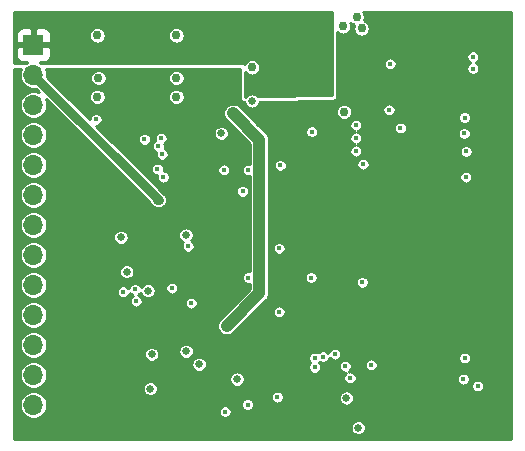
<source format=gbr>
%TF.GenerationSoftware,KiCad,Pcbnew,(5.1.6-0-10_14)*%
%TF.CreationDate,2020-07-19T12:27:42+02:00*%
%TF.ProjectId,driver-board,64726976-6572-42d6-926f-6172642e6b69,rev?*%
%TF.SameCoordinates,Original*%
%TF.FileFunction,Copper,L3,Inr*%
%TF.FilePolarity,Positive*%
%FSLAX46Y46*%
G04 Gerber Fmt 4.6, Leading zero omitted, Abs format (unit mm)*
G04 Created by KiCad (PCBNEW (5.1.6-0-10_14)) date 2020-07-19 12:27:42*
%MOMM*%
%LPD*%
G01*
G04 APERTURE LIST*
%TA.AperFunction,ViaPad*%
%ADD10R,1.700000X1.700000*%
%TD*%
%TA.AperFunction,ViaPad*%
%ADD11O,1.700000X1.700000*%
%TD*%
%TA.AperFunction,ViaPad*%
%ADD12C,0.750000*%
%TD*%
%TA.AperFunction,ViaPad*%
%ADD13C,0.450000*%
%TD*%
%TA.AperFunction,ViaPad*%
%ADD14C,0.650000*%
%TD*%
%TA.AperFunction,Conductor*%
%ADD15C,0.750000*%
%TD*%
%TA.AperFunction,Conductor*%
%ADD16C,1.000000*%
%TD*%
%TA.AperFunction,Conductor*%
%ADD17C,0.254000*%
%TD*%
G04 APERTURE END LIST*
D10*
%TO.N,+5V*%
%TO.C,J1*%
X112200000Y-51100000D03*
D11*
%TO.N,VCC*%
X112200000Y-53640000D03*
%TO.N,GND*%
X112200000Y-56180000D03*
%TO.N,SCK*%
X112200000Y-58720000D03*
%TO.N,SDI*%
X112200000Y-61260000D03*
%TO.N,SDO*%
X112200000Y-63800000D03*
%TO.N,CS1*%
X112200000Y-66340000D03*
%TO.N,CS2*%
X112200000Y-68880000D03*
%TO.N,DC*%
X112200000Y-71420000D03*
%TO.N,AUDIO*%
X112200000Y-73960000D03*
%TO.N,IRQ*%
X112200000Y-76500000D03*
%TO.N,FTRES*%
X112200000Y-79040000D03*
%TO.N,DISPRES*%
X112200000Y-81580000D03*
%TD*%
D12*
%TO.N,+3V0*%
X122650000Y-56675000D03*
D13*
X127500000Y-59300000D03*
X128100000Y-59900000D03*
D12*
X125300000Y-56900000D03*
X124000000Y-56900000D03*
D14*
X120100000Y-68700000D03*
X123200000Y-67300000D03*
D13*
X143000000Y-79285002D03*
D12*
X141400000Y-83525000D03*
X142475000Y-83050000D03*
D14*
X133400000Y-78900000D03*
D13*
X126975000Y-67200000D03*
X129716206Y-75958794D03*
X129716206Y-75158794D03*
D14*
%TO.N,GND*%
X122200000Y-77300000D03*
X121900000Y-71900000D03*
X120100000Y-70300000D03*
X119600000Y-67400000D03*
X125100000Y-67200000D03*
D13*
X117500000Y-57400000D03*
D12*
X117600000Y-50300000D03*
X117700000Y-53900000D03*
X124300000Y-50300000D03*
X124300000Y-53900000D03*
X124300000Y-55500000D03*
X117600000Y-55500000D03*
X130700000Y-53000000D03*
D14*
X128100000Y-58600000D03*
X139700000Y-83500000D03*
X138700000Y-81000000D03*
D13*
X149400000Y-52100000D03*
X142400000Y-52700000D03*
X149400000Y-53100000D03*
X130400001Y-70800000D03*
X133000000Y-68325128D03*
X133000000Y-73700000D03*
X135700000Y-70800000D03*
X140050010Y-71200000D03*
X142300000Y-56600000D03*
X148600000Y-79400000D03*
X148800000Y-62300000D03*
X148825000Y-60125000D03*
D12*
X139975000Y-49700000D03*
D14*
X122100000Y-80200000D03*
D12*
X139550000Y-48750000D03*
X138400000Y-49525000D03*
X138500000Y-56775000D03*
D14*
X130700000Y-55850000D03*
D13*
X135750000Y-58450000D03*
X143275000Y-58125000D03*
X148675000Y-58600000D03*
X148700000Y-57250000D03*
D14*
X129425000Y-79400000D03*
X126225000Y-78150000D03*
X125125000Y-77050000D03*
D12*
%TO.N,VCC*%
X122700000Y-64200000D03*
%TO.N,+5V*%
X122700000Y-49000000D03*
X129300000Y-49100000D03*
X133900000Y-48800000D03*
X136500000Y-49300000D03*
%TO.N,+3V3*%
X129100000Y-56900000D03*
D13*
X128573223Y-74873223D03*
X128973223Y-74473223D03*
%TO.N,DISPRES*%
X132850000Y-80925000D03*
X125550000Y-72959305D03*
%TO.N,AUDIO*%
X119800000Y-72000000D03*
X129900000Y-63500000D03*
%TO.N,DC_3V*%
X148700000Y-77600000D03*
X123200000Y-62300000D03*
X130324999Y-81550011D03*
%TO.N,CS2_3V*%
X149800000Y-80000000D03*
X122700000Y-61600000D03*
X128425522Y-82158135D03*
%TO.N,CS1_3V*%
X121600000Y-59100000D03*
X133100000Y-61300000D03*
%TO.N,DE*%
X140100000Y-61200000D03*
X136000000Y-78400000D03*
%TO.N,VSYNC*%
X139500000Y-57900000D03*
X136000000Y-77600000D03*
%TO.N,HSYNC*%
X139500000Y-59000000D03*
X136700000Y-77500000D03*
%TO.N,PCLK*%
X139500000Y-60100000D03*
X137701409Y-77276409D03*
%TO.N,FTRES*%
X120900000Y-72800000D03*
X123900000Y-71700000D03*
%TO.N,IRQ*%
X125300000Y-68150000D03*
X120800000Y-71800000D03*
%TO.N,SCK_3V*%
X123000000Y-59000000D03*
X138600000Y-78300000D03*
%TO.N,SDI_3V*%
X122773952Y-59675000D03*
X138999990Y-79300020D03*
%TO.N,SDO_3V*%
X123086084Y-60363916D03*
X140800000Y-78200000D03*
%TO.N,SDI_BUFFER*%
X130400000Y-61700000D03*
X128317730Y-61682270D03*
%TD*%
D15*
%TO.N,VCC*%
X122800000Y-64240000D02*
X112200000Y-53640000D01*
X122700000Y-64200000D02*
X122800000Y-64240000D01*
D16*
%TO.N,+3V3*%
X129100000Y-56900000D02*
X131325001Y-59125001D01*
X131325001Y-72121445D02*
X128573223Y-74873223D01*
X131325001Y-59125001D02*
X131325001Y-72121445D01*
%TD*%
D17*
%TO.N,+5V*%
G36*
X137473000Y-55374660D02*
G01*
X131221504Y-55456917D01*
X131206442Y-55434374D01*
X131115626Y-55343558D01*
X131008838Y-55272205D01*
X130890181Y-55223056D01*
X130764216Y-55198000D01*
X130635784Y-55198000D01*
X130509819Y-55223056D01*
X130391162Y-55272205D01*
X130284374Y-55343558D01*
X130193558Y-55434374D01*
X130169244Y-55470762D01*
X130127000Y-55471318D01*
X130127000Y-53406012D01*
X130154721Y-53447499D01*
X130252501Y-53545279D01*
X130367478Y-53622105D01*
X130495234Y-53675023D01*
X130630859Y-53702000D01*
X130769141Y-53702000D01*
X130904766Y-53675023D01*
X131032522Y-53622105D01*
X131147499Y-53545279D01*
X131245279Y-53447499D01*
X131322105Y-53332522D01*
X131375023Y-53204766D01*
X131402000Y-53069141D01*
X131402000Y-52930859D01*
X131375023Y-52795234D01*
X131322105Y-52667478D01*
X131245279Y-52552501D01*
X131147499Y-52454721D01*
X131032522Y-52377895D01*
X130904766Y-52324977D01*
X130769141Y-52298000D01*
X130630859Y-52298000D01*
X130495234Y-52324977D01*
X130367478Y-52377895D01*
X130252501Y-52454721D01*
X130154721Y-52552501D01*
X130077895Y-52667478D01*
X130067434Y-52692734D01*
X130048601Y-52682667D01*
X130024776Y-52675440D01*
X130000000Y-52673000D01*
X112871327Y-52673000D01*
X112757519Y-52596956D01*
X112731890Y-52586340D01*
X113050000Y-52588072D01*
X113174482Y-52575812D01*
X113294180Y-52539502D01*
X113404494Y-52480537D01*
X113501185Y-52401185D01*
X113580537Y-52304494D01*
X113639502Y-52194180D01*
X113675812Y-52074482D01*
X113688072Y-51950000D01*
X113685000Y-51385750D01*
X113526250Y-51227000D01*
X112327000Y-51227000D01*
X112327000Y-51247000D01*
X112073000Y-51247000D01*
X112073000Y-51227000D01*
X110873750Y-51227000D01*
X110715000Y-51385750D01*
X110711928Y-51950000D01*
X110724188Y-52074482D01*
X110760498Y-52194180D01*
X110819463Y-52304494D01*
X110898815Y-52401185D01*
X110995506Y-52480537D01*
X111105820Y-52539502D01*
X111225518Y-52575812D01*
X111350000Y-52588072D01*
X111668110Y-52586340D01*
X111642481Y-52596956D01*
X111528673Y-52673000D01*
X110552000Y-52673000D01*
X110552000Y-50250000D01*
X110711928Y-50250000D01*
X110715000Y-50814250D01*
X110873750Y-50973000D01*
X112073000Y-50973000D01*
X112073000Y-49773750D01*
X112327000Y-49773750D01*
X112327000Y-50973000D01*
X113526250Y-50973000D01*
X113685000Y-50814250D01*
X113688072Y-50250000D01*
X113686187Y-50230859D01*
X116898000Y-50230859D01*
X116898000Y-50369141D01*
X116924977Y-50504766D01*
X116977895Y-50632522D01*
X117054721Y-50747499D01*
X117152501Y-50845279D01*
X117267478Y-50922105D01*
X117395234Y-50975023D01*
X117530859Y-51002000D01*
X117669141Y-51002000D01*
X117804766Y-50975023D01*
X117932522Y-50922105D01*
X118047499Y-50845279D01*
X118145279Y-50747499D01*
X118222105Y-50632522D01*
X118275023Y-50504766D01*
X118302000Y-50369141D01*
X118302000Y-50230859D01*
X123598000Y-50230859D01*
X123598000Y-50369141D01*
X123624977Y-50504766D01*
X123677895Y-50632522D01*
X123754721Y-50747499D01*
X123852501Y-50845279D01*
X123967478Y-50922105D01*
X124095234Y-50975023D01*
X124230859Y-51002000D01*
X124369141Y-51002000D01*
X124504766Y-50975023D01*
X124632522Y-50922105D01*
X124747499Y-50845279D01*
X124845279Y-50747499D01*
X124922105Y-50632522D01*
X124975023Y-50504766D01*
X125002000Y-50369141D01*
X125002000Y-50230859D01*
X124975023Y-50095234D01*
X124922105Y-49967478D01*
X124845279Y-49852501D01*
X124747499Y-49754721D01*
X124632522Y-49677895D01*
X124504766Y-49624977D01*
X124369141Y-49598000D01*
X124230859Y-49598000D01*
X124095234Y-49624977D01*
X123967478Y-49677895D01*
X123852501Y-49754721D01*
X123754721Y-49852501D01*
X123677895Y-49967478D01*
X123624977Y-50095234D01*
X123598000Y-50230859D01*
X118302000Y-50230859D01*
X118275023Y-50095234D01*
X118222105Y-49967478D01*
X118145279Y-49852501D01*
X118047499Y-49754721D01*
X117932522Y-49677895D01*
X117804766Y-49624977D01*
X117669141Y-49598000D01*
X117530859Y-49598000D01*
X117395234Y-49624977D01*
X117267478Y-49677895D01*
X117152501Y-49754721D01*
X117054721Y-49852501D01*
X116977895Y-49967478D01*
X116924977Y-50095234D01*
X116898000Y-50230859D01*
X113686187Y-50230859D01*
X113675812Y-50125518D01*
X113639502Y-50005820D01*
X113580537Y-49895506D01*
X113501185Y-49798815D01*
X113404494Y-49719463D01*
X113294180Y-49660498D01*
X113174482Y-49624188D01*
X113050000Y-49611928D01*
X112485750Y-49615000D01*
X112327000Y-49773750D01*
X112073000Y-49773750D01*
X111914250Y-49615000D01*
X111350000Y-49611928D01*
X111225518Y-49624188D01*
X111105820Y-49660498D01*
X110995506Y-49719463D01*
X110898815Y-49798815D01*
X110819463Y-49895506D01*
X110760498Y-50005820D01*
X110724188Y-50125518D01*
X110711928Y-50250000D01*
X110552000Y-50250000D01*
X110552000Y-48352000D01*
X137473000Y-48352000D01*
X137473000Y-55374660D01*
G37*
X137473000Y-55374660D02*
X131221504Y-55456917D01*
X131206442Y-55434374D01*
X131115626Y-55343558D01*
X131008838Y-55272205D01*
X130890181Y-55223056D01*
X130764216Y-55198000D01*
X130635784Y-55198000D01*
X130509819Y-55223056D01*
X130391162Y-55272205D01*
X130284374Y-55343558D01*
X130193558Y-55434374D01*
X130169244Y-55470762D01*
X130127000Y-55471318D01*
X130127000Y-53406012D01*
X130154721Y-53447499D01*
X130252501Y-53545279D01*
X130367478Y-53622105D01*
X130495234Y-53675023D01*
X130630859Y-53702000D01*
X130769141Y-53702000D01*
X130904766Y-53675023D01*
X131032522Y-53622105D01*
X131147499Y-53545279D01*
X131245279Y-53447499D01*
X131322105Y-53332522D01*
X131375023Y-53204766D01*
X131402000Y-53069141D01*
X131402000Y-52930859D01*
X131375023Y-52795234D01*
X131322105Y-52667478D01*
X131245279Y-52552501D01*
X131147499Y-52454721D01*
X131032522Y-52377895D01*
X130904766Y-52324977D01*
X130769141Y-52298000D01*
X130630859Y-52298000D01*
X130495234Y-52324977D01*
X130367478Y-52377895D01*
X130252501Y-52454721D01*
X130154721Y-52552501D01*
X130077895Y-52667478D01*
X130067434Y-52692734D01*
X130048601Y-52682667D01*
X130024776Y-52675440D01*
X130000000Y-52673000D01*
X112871327Y-52673000D01*
X112757519Y-52596956D01*
X112731890Y-52586340D01*
X113050000Y-52588072D01*
X113174482Y-52575812D01*
X113294180Y-52539502D01*
X113404494Y-52480537D01*
X113501185Y-52401185D01*
X113580537Y-52304494D01*
X113639502Y-52194180D01*
X113675812Y-52074482D01*
X113688072Y-51950000D01*
X113685000Y-51385750D01*
X113526250Y-51227000D01*
X112327000Y-51227000D01*
X112327000Y-51247000D01*
X112073000Y-51247000D01*
X112073000Y-51227000D01*
X110873750Y-51227000D01*
X110715000Y-51385750D01*
X110711928Y-51950000D01*
X110724188Y-52074482D01*
X110760498Y-52194180D01*
X110819463Y-52304494D01*
X110898815Y-52401185D01*
X110995506Y-52480537D01*
X111105820Y-52539502D01*
X111225518Y-52575812D01*
X111350000Y-52588072D01*
X111668110Y-52586340D01*
X111642481Y-52596956D01*
X111528673Y-52673000D01*
X110552000Y-52673000D01*
X110552000Y-50250000D01*
X110711928Y-50250000D01*
X110715000Y-50814250D01*
X110873750Y-50973000D01*
X112073000Y-50973000D01*
X112073000Y-49773750D01*
X112327000Y-49773750D01*
X112327000Y-50973000D01*
X113526250Y-50973000D01*
X113685000Y-50814250D01*
X113688072Y-50250000D01*
X113686187Y-50230859D01*
X116898000Y-50230859D01*
X116898000Y-50369141D01*
X116924977Y-50504766D01*
X116977895Y-50632522D01*
X117054721Y-50747499D01*
X117152501Y-50845279D01*
X117267478Y-50922105D01*
X117395234Y-50975023D01*
X117530859Y-51002000D01*
X117669141Y-51002000D01*
X117804766Y-50975023D01*
X117932522Y-50922105D01*
X118047499Y-50845279D01*
X118145279Y-50747499D01*
X118222105Y-50632522D01*
X118275023Y-50504766D01*
X118302000Y-50369141D01*
X118302000Y-50230859D01*
X123598000Y-50230859D01*
X123598000Y-50369141D01*
X123624977Y-50504766D01*
X123677895Y-50632522D01*
X123754721Y-50747499D01*
X123852501Y-50845279D01*
X123967478Y-50922105D01*
X124095234Y-50975023D01*
X124230859Y-51002000D01*
X124369141Y-51002000D01*
X124504766Y-50975023D01*
X124632522Y-50922105D01*
X124747499Y-50845279D01*
X124845279Y-50747499D01*
X124922105Y-50632522D01*
X124975023Y-50504766D01*
X125002000Y-50369141D01*
X125002000Y-50230859D01*
X124975023Y-50095234D01*
X124922105Y-49967478D01*
X124845279Y-49852501D01*
X124747499Y-49754721D01*
X124632522Y-49677895D01*
X124504766Y-49624977D01*
X124369141Y-49598000D01*
X124230859Y-49598000D01*
X124095234Y-49624977D01*
X123967478Y-49677895D01*
X123852501Y-49754721D01*
X123754721Y-49852501D01*
X123677895Y-49967478D01*
X123624977Y-50095234D01*
X123598000Y-50230859D01*
X118302000Y-50230859D01*
X118275023Y-50095234D01*
X118222105Y-49967478D01*
X118145279Y-49852501D01*
X118047499Y-49754721D01*
X117932522Y-49677895D01*
X117804766Y-49624977D01*
X117669141Y-49598000D01*
X117530859Y-49598000D01*
X117395234Y-49624977D01*
X117267478Y-49677895D01*
X117152501Y-49754721D01*
X117054721Y-49852501D01*
X116977895Y-49967478D01*
X116924977Y-50095234D01*
X116898000Y-50230859D01*
X113686187Y-50230859D01*
X113675812Y-50125518D01*
X113639502Y-50005820D01*
X113580537Y-49895506D01*
X113501185Y-49798815D01*
X113404494Y-49719463D01*
X113294180Y-49660498D01*
X113174482Y-49624188D01*
X113050000Y-49611928D01*
X112485750Y-49615000D01*
X112327000Y-49773750D01*
X112073000Y-49773750D01*
X111914250Y-49615000D01*
X111350000Y-49611928D01*
X111225518Y-49624188D01*
X111105820Y-49660498D01*
X110995506Y-49719463D01*
X110898815Y-49798815D01*
X110819463Y-49895506D01*
X110760498Y-50005820D01*
X110724188Y-50125518D01*
X110711928Y-50250000D01*
X110552000Y-50250000D01*
X110552000Y-48352000D01*
X137473000Y-48352000D01*
X137473000Y-55374660D01*
%TO.N,+3V0*%
G36*
X152623000Y-84448000D02*
G01*
X110552000Y-84448000D01*
X110552000Y-83435784D01*
X139048000Y-83435784D01*
X139048000Y-83564216D01*
X139073056Y-83690181D01*
X139122205Y-83808838D01*
X139193558Y-83915626D01*
X139284374Y-84006442D01*
X139391162Y-84077795D01*
X139509819Y-84126944D01*
X139635784Y-84152000D01*
X139764216Y-84152000D01*
X139890181Y-84126944D01*
X140008838Y-84077795D01*
X140115626Y-84006442D01*
X140206442Y-83915626D01*
X140277795Y-83808838D01*
X140326944Y-83690181D01*
X140352000Y-83564216D01*
X140352000Y-83435784D01*
X140326944Y-83309819D01*
X140277795Y-83191162D01*
X140206442Y-83084374D01*
X140115626Y-82993558D01*
X140008838Y-82922205D01*
X139890181Y-82873056D01*
X139764216Y-82848000D01*
X139635784Y-82848000D01*
X139509819Y-82873056D01*
X139391162Y-82922205D01*
X139284374Y-82993558D01*
X139193558Y-83084374D01*
X139122205Y-83191162D01*
X139073056Y-83309819D01*
X139048000Y-83435784D01*
X110552000Y-83435784D01*
X110552000Y-81464076D01*
X111023000Y-81464076D01*
X111023000Y-81695924D01*
X111068231Y-81923318D01*
X111156956Y-82137519D01*
X111285764Y-82330294D01*
X111449706Y-82494236D01*
X111642481Y-82623044D01*
X111856682Y-82711769D01*
X112084076Y-82757000D01*
X112315924Y-82757000D01*
X112543318Y-82711769D01*
X112757519Y-82623044D01*
X112950294Y-82494236D01*
X113114236Y-82330294D01*
X113243044Y-82137519D01*
X113257024Y-82103768D01*
X127873522Y-82103768D01*
X127873522Y-82212502D01*
X127894735Y-82319147D01*
X127936346Y-82419605D01*
X127996756Y-82510015D01*
X128073642Y-82586901D01*
X128164052Y-82647311D01*
X128264510Y-82688922D01*
X128371155Y-82710135D01*
X128479889Y-82710135D01*
X128586534Y-82688922D01*
X128686992Y-82647311D01*
X128777402Y-82586901D01*
X128854288Y-82510015D01*
X128914698Y-82419605D01*
X128956309Y-82319147D01*
X128977522Y-82212502D01*
X128977522Y-82103768D01*
X128956309Y-81997123D01*
X128914698Y-81896665D01*
X128854288Y-81806255D01*
X128777402Y-81729369D01*
X128686992Y-81668959D01*
X128586534Y-81627348D01*
X128479889Y-81606135D01*
X128371155Y-81606135D01*
X128264510Y-81627348D01*
X128164052Y-81668959D01*
X128073642Y-81729369D01*
X127996756Y-81806255D01*
X127936346Y-81896665D01*
X127894735Y-81997123D01*
X127873522Y-82103768D01*
X113257024Y-82103768D01*
X113331769Y-81923318D01*
X113377000Y-81695924D01*
X113377000Y-81495644D01*
X129772999Y-81495644D01*
X129772999Y-81604378D01*
X129794212Y-81711023D01*
X129835823Y-81811481D01*
X129896233Y-81901891D01*
X129973119Y-81978777D01*
X130063529Y-82039187D01*
X130163987Y-82080798D01*
X130270632Y-82102011D01*
X130379366Y-82102011D01*
X130486011Y-82080798D01*
X130586469Y-82039187D01*
X130676879Y-81978777D01*
X130753765Y-81901891D01*
X130814175Y-81811481D01*
X130855786Y-81711023D01*
X130876999Y-81604378D01*
X130876999Y-81495644D01*
X130855786Y-81388999D01*
X130814175Y-81288541D01*
X130753765Y-81198131D01*
X130676879Y-81121245D01*
X130586469Y-81060835D01*
X130486011Y-81019224D01*
X130379366Y-80998011D01*
X130270632Y-80998011D01*
X130163987Y-81019224D01*
X130063529Y-81060835D01*
X129973119Y-81121245D01*
X129896233Y-81198131D01*
X129835823Y-81288541D01*
X129794212Y-81388999D01*
X129772999Y-81495644D01*
X113377000Y-81495644D01*
X113377000Y-81464076D01*
X113331769Y-81236682D01*
X113243044Y-81022481D01*
X113141583Y-80870633D01*
X132298000Y-80870633D01*
X132298000Y-80979367D01*
X132319213Y-81086012D01*
X132360824Y-81186470D01*
X132421234Y-81276880D01*
X132498120Y-81353766D01*
X132588530Y-81414176D01*
X132688988Y-81455787D01*
X132795633Y-81477000D01*
X132904367Y-81477000D01*
X133011012Y-81455787D01*
X133111470Y-81414176D01*
X133201880Y-81353766D01*
X133278766Y-81276880D01*
X133339176Y-81186470D01*
X133380787Y-81086012D01*
X133402000Y-80979367D01*
X133402000Y-80935784D01*
X138048000Y-80935784D01*
X138048000Y-81064216D01*
X138073056Y-81190181D01*
X138122205Y-81308838D01*
X138193558Y-81415626D01*
X138284374Y-81506442D01*
X138391162Y-81577795D01*
X138509819Y-81626944D01*
X138635784Y-81652000D01*
X138764216Y-81652000D01*
X138890181Y-81626944D01*
X139008838Y-81577795D01*
X139115626Y-81506442D01*
X139206442Y-81415626D01*
X139277795Y-81308838D01*
X139326944Y-81190181D01*
X139352000Y-81064216D01*
X139352000Y-80935784D01*
X139326944Y-80809819D01*
X139277795Y-80691162D01*
X139206442Y-80584374D01*
X139115626Y-80493558D01*
X139008838Y-80422205D01*
X138890181Y-80373056D01*
X138764216Y-80348000D01*
X138635784Y-80348000D01*
X138509819Y-80373056D01*
X138391162Y-80422205D01*
X138284374Y-80493558D01*
X138193558Y-80584374D01*
X138122205Y-80691162D01*
X138073056Y-80809819D01*
X138048000Y-80935784D01*
X133402000Y-80935784D01*
X133402000Y-80870633D01*
X133380787Y-80763988D01*
X133339176Y-80663530D01*
X133278766Y-80573120D01*
X133201880Y-80496234D01*
X133111470Y-80435824D01*
X133011012Y-80394213D01*
X132904367Y-80373000D01*
X132795633Y-80373000D01*
X132688988Y-80394213D01*
X132588530Y-80435824D01*
X132498120Y-80496234D01*
X132421234Y-80573120D01*
X132360824Y-80663530D01*
X132319213Y-80763988D01*
X132298000Y-80870633D01*
X113141583Y-80870633D01*
X113114236Y-80829706D01*
X112950294Y-80665764D01*
X112757519Y-80536956D01*
X112543318Y-80448231D01*
X112315924Y-80403000D01*
X112084076Y-80403000D01*
X111856682Y-80448231D01*
X111642481Y-80536956D01*
X111449706Y-80665764D01*
X111285764Y-80829706D01*
X111156956Y-81022481D01*
X111068231Y-81236682D01*
X111023000Y-81464076D01*
X110552000Y-81464076D01*
X110552000Y-78924076D01*
X111023000Y-78924076D01*
X111023000Y-79155924D01*
X111068231Y-79383318D01*
X111156956Y-79597519D01*
X111285764Y-79790294D01*
X111449706Y-79954236D01*
X111642481Y-80083044D01*
X111856682Y-80171769D01*
X112084076Y-80217000D01*
X112315924Y-80217000D01*
X112543318Y-80171769D01*
X112630193Y-80135784D01*
X121448000Y-80135784D01*
X121448000Y-80264216D01*
X121473056Y-80390181D01*
X121522205Y-80508838D01*
X121593558Y-80615626D01*
X121684374Y-80706442D01*
X121791162Y-80777795D01*
X121909819Y-80826944D01*
X122035784Y-80852000D01*
X122164216Y-80852000D01*
X122290181Y-80826944D01*
X122408838Y-80777795D01*
X122515626Y-80706442D01*
X122606442Y-80615626D01*
X122677795Y-80508838D01*
X122726944Y-80390181D01*
X122752000Y-80264216D01*
X122752000Y-80135784D01*
X122726944Y-80009819D01*
X122677795Y-79891162D01*
X122606442Y-79784374D01*
X122515626Y-79693558D01*
X122408838Y-79622205D01*
X122290181Y-79573056D01*
X122164216Y-79548000D01*
X122035784Y-79548000D01*
X121909819Y-79573056D01*
X121791162Y-79622205D01*
X121684374Y-79693558D01*
X121593558Y-79784374D01*
X121522205Y-79891162D01*
X121473056Y-80009819D01*
X121448000Y-80135784D01*
X112630193Y-80135784D01*
X112757519Y-80083044D01*
X112950294Y-79954236D01*
X113114236Y-79790294D01*
X113243044Y-79597519D01*
X113331769Y-79383318D01*
X113341224Y-79335784D01*
X128773000Y-79335784D01*
X128773000Y-79464216D01*
X128798056Y-79590181D01*
X128847205Y-79708838D01*
X128918558Y-79815626D01*
X129009374Y-79906442D01*
X129116162Y-79977795D01*
X129234819Y-80026944D01*
X129360784Y-80052000D01*
X129489216Y-80052000D01*
X129615181Y-80026944D01*
X129733838Y-79977795D01*
X129840626Y-79906442D01*
X129931442Y-79815626D01*
X130002795Y-79708838D01*
X130051944Y-79590181D01*
X130077000Y-79464216D01*
X130077000Y-79335784D01*
X130051944Y-79209819D01*
X130002795Y-79091162D01*
X129931442Y-78984374D01*
X129840626Y-78893558D01*
X129733838Y-78822205D01*
X129615181Y-78773056D01*
X129489216Y-78748000D01*
X129360784Y-78748000D01*
X129234819Y-78773056D01*
X129116162Y-78822205D01*
X129009374Y-78893558D01*
X128918558Y-78984374D01*
X128847205Y-79091162D01*
X128798056Y-79209819D01*
X128773000Y-79335784D01*
X113341224Y-79335784D01*
X113377000Y-79155924D01*
X113377000Y-78924076D01*
X113331769Y-78696682D01*
X113243044Y-78482481D01*
X113114236Y-78289706D01*
X112950294Y-78125764D01*
X112890460Y-78085784D01*
X125573000Y-78085784D01*
X125573000Y-78214216D01*
X125598056Y-78340181D01*
X125647205Y-78458838D01*
X125718558Y-78565626D01*
X125809374Y-78656442D01*
X125916162Y-78727795D01*
X126034819Y-78776944D01*
X126160784Y-78802000D01*
X126289216Y-78802000D01*
X126415181Y-78776944D01*
X126533838Y-78727795D01*
X126640626Y-78656442D01*
X126731442Y-78565626D01*
X126802795Y-78458838D01*
X126851944Y-78340181D01*
X126877000Y-78214216D01*
X126877000Y-78085784D01*
X126851944Y-77959819D01*
X126802795Y-77841162D01*
X126731442Y-77734374D01*
X126640626Y-77643558D01*
X126533838Y-77572205D01*
X126469688Y-77545633D01*
X135448000Y-77545633D01*
X135448000Y-77654367D01*
X135469213Y-77761012D01*
X135510824Y-77861470D01*
X135571234Y-77951880D01*
X135619354Y-78000000D01*
X135571234Y-78048120D01*
X135510824Y-78138530D01*
X135469213Y-78238988D01*
X135448000Y-78345633D01*
X135448000Y-78454367D01*
X135469213Y-78561012D01*
X135510824Y-78661470D01*
X135571234Y-78751880D01*
X135648120Y-78828766D01*
X135738530Y-78889176D01*
X135838988Y-78930787D01*
X135945633Y-78952000D01*
X136054367Y-78952000D01*
X136161012Y-78930787D01*
X136261470Y-78889176D01*
X136351880Y-78828766D01*
X136428766Y-78751880D01*
X136489176Y-78661470D01*
X136530787Y-78561012D01*
X136552000Y-78454367D01*
X136552000Y-78345633D01*
X136532109Y-78245633D01*
X138048000Y-78245633D01*
X138048000Y-78354367D01*
X138069213Y-78461012D01*
X138110824Y-78561470D01*
X138171234Y-78651880D01*
X138248120Y-78728766D01*
X138338530Y-78789176D01*
X138438988Y-78830787D01*
X138545633Y-78852000D01*
X138654367Y-78852000D01*
X138686488Y-78845611D01*
X138648110Y-78871254D01*
X138571224Y-78948140D01*
X138510814Y-79038550D01*
X138469203Y-79139008D01*
X138447990Y-79245653D01*
X138447990Y-79354387D01*
X138469203Y-79461032D01*
X138510814Y-79561490D01*
X138571224Y-79651900D01*
X138648110Y-79728786D01*
X138738520Y-79789196D01*
X138838978Y-79830807D01*
X138945623Y-79852020D01*
X139054357Y-79852020D01*
X139161002Y-79830807D01*
X139261460Y-79789196D01*
X139351870Y-79728786D01*
X139428756Y-79651900D01*
X139489166Y-79561490D01*
X139530777Y-79461032D01*
X139551990Y-79354387D01*
X139551990Y-79345633D01*
X148048000Y-79345633D01*
X148048000Y-79454367D01*
X148069213Y-79561012D01*
X148110824Y-79661470D01*
X148171234Y-79751880D01*
X148248120Y-79828766D01*
X148338530Y-79889176D01*
X148438988Y-79930787D01*
X148545633Y-79952000D01*
X148654367Y-79952000D01*
X148686376Y-79945633D01*
X149248000Y-79945633D01*
X149248000Y-80054367D01*
X149269213Y-80161012D01*
X149310824Y-80261470D01*
X149371234Y-80351880D01*
X149448120Y-80428766D01*
X149538530Y-80489176D01*
X149638988Y-80530787D01*
X149745633Y-80552000D01*
X149854367Y-80552000D01*
X149961012Y-80530787D01*
X150061470Y-80489176D01*
X150151880Y-80428766D01*
X150228766Y-80351880D01*
X150289176Y-80261470D01*
X150330787Y-80161012D01*
X150352000Y-80054367D01*
X150352000Y-79945633D01*
X150330787Y-79838988D01*
X150289176Y-79738530D01*
X150228766Y-79648120D01*
X150151880Y-79571234D01*
X150061470Y-79510824D01*
X149961012Y-79469213D01*
X149854367Y-79448000D01*
X149745633Y-79448000D01*
X149638988Y-79469213D01*
X149538530Y-79510824D01*
X149448120Y-79571234D01*
X149371234Y-79648120D01*
X149310824Y-79738530D01*
X149269213Y-79838988D01*
X149248000Y-79945633D01*
X148686376Y-79945633D01*
X148761012Y-79930787D01*
X148861470Y-79889176D01*
X148951880Y-79828766D01*
X149028766Y-79751880D01*
X149089176Y-79661470D01*
X149130787Y-79561012D01*
X149152000Y-79454367D01*
X149152000Y-79345633D01*
X149130787Y-79238988D01*
X149089176Y-79138530D01*
X149028766Y-79048120D01*
X148951880Y-78971234D01*
X148861470Y-78910824D01*
X148761012Y-78869213D01*
X148654367Y-78848000D01*
X148545633Y-78848000D01*
X148438988Y-78869213D01*
X148338530Y-78910824D01*
X148248120Y-78971234D01*
X148171234Y-79048120D01*
X148110824Y-79138530D01*
X148069213Y-79238988D01*
X148048000Y-79345633D01*
X139551990Y-79345633D01*
X139551990Y-79245653D01*
X139530777Y-79139008D01*
X139489166Y-79038550D01*
X139428756Y-78948140D01*
X139351870Y-78871254D01*
X139261460Y-78810844D01*
X139161002Y-78769233D01*
X139054357Y-78748020D01*
X138945623Y-78748020D01*
X138913502Y-78754409D01*
X138951880Y-78728766D01*
X139028766Y-78651880D01*
X139089176Y-78561470D01*
X139130787Y-78461012D01*
X139152000Y-78354367D01*
X139152000Y-78245633D01*
X139132109Y-78145633D01*
X140248000Y-78145633D01*
X140248000Y-78254367D01*
X140269213Y-78361012D01*
X140310824Y-78461470D01*
X140371234Y-78551880D01*
X140448120Y-78628766D01*
X140538530Y-78689176D01*
X140638988Y-78730787D01*
X140745633Y-78752000D01*
X140854367Y-78752000D01*
X140961012Y-78730787D01*
X141061470Y-78689176D01*
X141151880Y-78628766D01*
X141228766Y-78551880D01*
X141289176Y-78461470D01*
X141330787Y-78361012D01*
X141352000Y-78254367D01*
X141352000Y-78145633D01*
X141330787Y-78038988D01*
X141289176Y-77938530D01*
X141228766Y-77848120D01*
X141151880Y-77771234D01*
X141061470Y-77710824D01*
X140961012Y-77669213D01*
X140854367Y-77648000D01*
X140745633Y-77648000D01*
X140638988Y-77669213D01*
X140538530Y-77710824D01*
X140448120Y-77771234D01*
X140371234Y-77848120D01*
X140310824Y-77938530D01*
X140269213Y-78038988D01*
X140248000Y-78145633D01*
X139132109Y-78145633D01*
X139130787Y-78138988D01*
X139089176Y-78038530D01*
X139028766Y-77948120D01*
X138951880Y-77871234D01*
X138861470Y-77810824D01*
X138761012Y-77769213D01*
X138654367Y-77748000D01*
X138545633Y-77748000D01*
X138438988Y-77769213D01*
X138338530Y-77810824D01*
X138248120Y-77871234D01*
X138171234Y-77948120D01*
X138110824Y-78038530D01*
X138069213Y-78138988D01*
X138048000Y-78245633D01*
X136532109Y-78245633D01*
X136530787Y-78238988D01*
X136489176Y-78138530D01*
X136428766Y-78048120D01*
X136380646Y-78000000D01*
X136410320Y-77970326D01*
X136438530Y-77989176D01*
X136538988Y-78030787D01*
X136645633Y-78052000D01*
X136754367Y-78052000D01*
X136861012Y-78030787D01*
X136961470Y-77989176D01*
X137051880Y-77928766D01*
X137128766Y-77851880D01*
X137189176Y-77761470D01*
X137230787Y-77661012D01*
X137245405Y-77587524D01*
X137272643Y-77628289D01*
X137349529Y-77705175D01*
X137439939Y-77765585D01*
X137540397Y-77807196D01*
X137647042Y-77828409D01*
X137755776Y-77828409D01*
X137862421Y-77807196D01*
X137962879Y-77765585D01*
X138053289Y-77705175D01*
X138130175Y-77628289D01*
X138185403Y-77545633D01*
X148148000Y-77545633D01*
X148148000Y-77654367D01*
X148169213Y-77761012D01*
X148210824Y-77861470D01*
X148271234Y-77951880D01*
X148348120Y-78028766D01*
X148438530Y-78089176D01*
X148538988Y-78130787D01*
X148645633Y-78152000D01*
X148754367Y-78152000D01*
X148861012Y-78130787D01*
X148961470Y-78089176D01*
X149051880Y-78028766D01*
X149128766Y-77951880D01*
X149189176Y-77861470D01*
X149230787Y-77761012D01*
X149252000Y-77654367D01*
X149252000Y-77545633D01*
X149230787Y-77438988D01*
X149189176Y-77338530D01*
X149128766Y-77248120D01*
X149051880Y-77171234D01*
X148961470Y-77110824D01*
X148861012Y-77069213D01*
X148754367Y-77048000D01*
X148645633Y-77048000D01*
X148538988Y-77069213D01*
X148438530Y-77110824D01*
X148348120Y-77171234D01*
X148271234Y-77248120D01*
X148210824Y-77338530D01*
X148169213Y-77438988D01*
X148148000Y-77545633D01*
X138185403Y-77545633D01*
X138190585Y-77537879D01*
X138232196Y-77437421D01*
X138253409Y-77330776D01*
X138253409Y-77222042D01*
X138232196Y-77115397D01*
X138190585Y-77014939D01*
X138130175Y-76924529D01*
X138053289Y-76847643D01*
X137962879Y-76787233D01*
X137862421Y-76745622D01*
X137755776Y-76724409D01*
X137647042Y-76724409D01*
X137540397Y-76745622D01*
X137439939Y-76787233D01*
X137349529Y-76847643D01*
X137272643Y-76924529D01*
X137212233Y-77014939D01*
X137170622Y-77115397D01*
X137156004Y-77188885D01*
X137128766Y-77148120D01*
X137051880Y-77071234D01*
X136961470Y-77010824D01*
X136861012Y-76969213D01*
X136754367Y-76948000D01*
X136645633Y-76948000D01*
X136538988Y-76969213D01*
X136438530Y-77010824D01*
X136348120Y-77071234D01*
X136289680Y-77129674D01*
X136261470Y-77110824D01*
X136161012Y-77069213D01*
X136054367Y-77048000D01*
X135945633Y-77048000D01*
X135838988Y-77069213D01*
X135738530Y-77110824D01*
X135648120Y-77171234D01*
X135571234Y-77248120D01*
X135510824Y-77338530D01*
X135469213Y-77438988D01*
X135448000Y-77545633D01*
X126469688Y-77545633D01*
X126415181Y-77523056D01*
X126289216Y-77498000D01*
X126160784Y-77498000D01*
X126034819Y-77523056D01*
X125916162Y-77572205D01*
X125809374Y-77643558D01*
X125718558Y-77734374D01*
X125647205Y-77841162D01*
X125598056Y-77959819D01*
X125573000Y-78085784D01*
X112890460Y-78085784D01*
X112757519Y-77996956D01*
X112543318Y-77908231D01*
X112315924Y-77863000D01*
X112084076Y-77863000D01*
X111856682Y-77908231D01*
X111642481Y-77996956D01*
X111449706Y-78125764D01*
X111285764Y-78289706D01*
X111156956Y-78482481D01*
X111068231Y-78696682D01*
X111023000Y-78924076D01*
X110552000Y-78924076D01*
X110552000Y-76384076D01*
X111023000Y-76384076D01*
X111023000Y-76615924D01*
X111068231Y-76843318D01*
X111156956Y-77057519D01*
X111285764Y-77250294D01*
X111449706Y-77414236D01*
X111642481Y-77543044D01*
X111856682Y-77631769D01*
X112084076Y-77677000D01*
X112315924Y-77677000D01*
X112543318Y-77631769D01*
X112757519Y-77543044D01*
X112950294Y-77414236D01*
X113114236Y-77250294D01*
X113123931Y-77235784D01*
X121548000Y-77235784D01*
X121548000Y-77364216D01*
X121573056Y-77490181D01*
X121622205Y-77608838D01*
X121693558Y-77715626D01*
X121784374Y-77806442D01*
X121891162Y-77877795D01*
X122009819Y-77926944D01*
X122135784Y-77952000D01*
X122264216Y-77952000D01*
X122390181Y-77926944D01*
X122508838Y-77877795D01*
X122615626Y-77806442D01*
X122706442Y-77715626D01*
X122777795Y-77608838D01*
X122826944Y-77490181D01*
X122852000Y-77364216D01*
X122852000Y-77235784D01*
X122826944Y-77109819D01*
X122777795Y-76991162D01*
X122774202Y-76985784D01*
X124473000Y-76985784D01*
X124473000Y-77114216D01*
X124498056Y-77240181D01*
X124547205Y-77358838D01*
X124618558Y-77465626D01*
X124709374Y-77556442D01*
X124816162Y-77627795D01*
X124934819Y-77676944D01*
X125060784Y-77702000D01*
X125189216Y-77702000D01*
X125315181Y-77676944D01*
X125433838Y-77627795D01*
X125540626Y-77556442D01*
X125631442Y-77465626D01*
X125702795Y-77358838D01*
X125751944Y-77240181D01*
X125777000Y-77114216D01*
X125777000Y-76985784D01*
X125751944Y-76859819D01*
X125702795Y-76741162D01*
X125631442Y-76634374D01*
X125540626Y-76543558D01*
X125433838Y-76472205D01*
X125315181Y-76423056D01*
X125189216Y-76398000D01*
X125060784Y-76398000D01*
X124934819Y-76423056D01*
X124816162Y-76472205D01*
X124709374Y-76543558D01*
X124618558Y-76634374D01*
X124547205Y-76741162D01*
X124498056Y-76859819D01*
X124473000Y-76985784D01*
X122774202Y-76985784D01*
X122706442Y-76884374D01*
X122615626Y-76793558D01*
X122508838Y-76722205D01*
X122390181Y-76673056D01*
X122264216Y-76648000D01*
X122135784Y-76648000D01*
X122009819Y-76673056D01*
X121891162Y-76722205D01*
X121784374Y-76793558D01*
X121693558Y-76884374D01*
X121622205Y-76991162D01*
X121573056Y-77109819D01*
X121548000Y-77235784D01*
X113123931Y-77235784D01*
X113243044Y-77057519D01*
X113331769Y-76843318D01*
X113377000Y-76615924D01*
X113377000Y-76384076D01*
X113331769Y-76156682D01*
X113243044Y-75942481D01*
X113114236Y-75749706D01*
X112950294Y-75585764D01*
X112757519Y-75456956D01*
X112543318Y-75368231D01*
X112315924Y-75323000D01*
X112084076Y-75323000D01*
X111856682Y-75368231D01*
X111642481Y-75456956D01*
X111449706Y-75585764D01*
X111285764Y-75749706D01*
X111156956Y-75942481D01*
X111068231Y-76156682D01*
X111023000Y-76384076D01*
X110552000Y-76384076D01*
X110552000Y-73844076D01*
X111023000Y-73844076D01*
X111023000Y-74075924D01*
X111068231Y-74303318D01*
X111156956Y-74517519D01*
X111285764Y-74710294D01*
X111449706Y-74874236D01*
X111642481Y-75003044D01*
X111856682Y-75091769D01*
X112084076Y-75137000D01*
X112315924Y-75137000D01*
X112543318Y-75091769D01*
X112757519Y-75003044D01*
X112950294Y-74874236D01*
X112951307Y-74873223D01*
X127742223Y-74873223D01*
X127758190Y-75035343D01*
X127805479Y-75191233D01*
X127882271Y-75334902D01*
X127985617Y-75460829D01*
X128111544Y-75564175D01*
X128255213Y-75640967D01*
X128411103Y-75688256D01*
X128573223Y-75704223D01*
X128735343Y-75688256D01*
X128891233Y-75640967D01*
X129034902Y-75564175D01*
X129129274Y-75486725D01*
X130970366Y-73645633D01*
X132448000Y-73645633D01*
X132448000Y-73754367D01*
X132469213Y-73861012D01*
X132510824Y-73961470D01*
X132571234Y-74051880D01*
X132648120Y-74128766D01*
X132738530Y-74189176D01*
X132838988Y-74230787D01*
X132945633Y-74252000D01*
X133054367Y-74252000D01*
X133161012Y-74230787D01*
X133261470Y-74189176D01*
X133351880Y-74128766D01*
X133428766Y-74051880D01*
X133489176Y-73961470D01*
X133530787Y-73861012D01*
X133552000Y-73754367D01*
X133552000Y-73645633D01*
X133530787Y-73538988D01*
X133489176Y-73438530D01*
X133428766Y-73348120D01*
X133351880Y-73271234D01*
X133261470Y-73210824D01*
X133161012Y-73169213D01*
X133054367Y-73148000D01*
X132945633Y-73148000D01*
X132838988Y-73169213D01*
X132738530Y-73210824D01*
X132648120Y-73271234D01*
X132571234Y-73348120D01*
X132510824Y-73438530D01*
X132469213Y-73538988D01*
X132448000Y-73645633D01*
X130970366Y-73645633D01*
X131881054Y-72734946D01*
X131912607Y-72709051D01*
X131938503Y-72677497D01*
X132015953Y-72583125D01*
X132092745Y-72439456D01*
X132092746Y-72439455D01*
X132140035Y-72283565D01*
X132152001Y-72162069D01*
X132152001Y-72162059D01*
X132156001Y-72121445D01*
X132152001Y-72080831D01*
X132152001Y-70745633D01*
X135148000Y-70745633D01*
X135148000Y-70854367D01*
X135169213Y-70961012D01*
X135210824Y-71061470D01*
X135271234Y-71151880D01*
X135348120Y-71228766D01*
X135438530Y-71289176D01*
X135538988Y-71330787D01*
X135645633Y-71352000D01*
X135754367Y-71352000D01*
X135861012Y-71330787D01*
X135961470Y-71289176D01*
X136051880Y-71228766D01*
X136128766Y-71151880D01*
X136132940Y-71145633D01*
X139498010Y-71145633D01*
X139498010Y-71254367D01*
X139519223Y-71361012D01*
X139560834Y-71461470D01*
X139621244Y-71551880D01*
X139698130Y-71628766D01*
X139788540Y-71689176D01*
X139888998Y-71730787D01*
X139995643Y-71752000D01*
X140104377Y-71752000D01*
X140211022Y-71730787D01*
X140311480Y-71689176D01*
X140401890Y-71628766D01*
X140478776Y-71551880D01*
X140539186Y-71461470D01*
X140580797Y-71361012D01*
X140602010Y-71254367D01*
X140602010Y-71145633D01*
X140580797Y-71038988D01*
X140539186Y-70938530D01*
X140478776Y-70848120D01*
X140401890Y-70771234D01*
X140311480Y-70710824D01*
X140211022Y-70669213D01*
X140104377Y-70648000D01*
X139995643Y-70648000D01*
X139888998Y-70669213D01*
X139788540Y-70710824D01*
X139698130Y-70771234D01*
X139621244Y-70848120D01*
X139560834Y-70938530D01*
X139519223Y-71038988D01*
X139498010Y-71145633D01*
X136132940Y-71145633D01*
X136189176Y-71061470D01*
X136230787Y-70961012D01*
X136252000Y-70854367D01*
X136252000Y-70745633D01*
X136230787Y-70638988D01*
X136189176Y-70538530D01*
X136128766Y-70448120D01*
X136051880Y-70371234D01*
X135961470Y-70310824D01*
X135861012Y-70269213D01*
X135754367Y-70248000D01*
X135645633Y-70248000D01*
X135538988Y-70269213D01*
X135438530Y-70310824D01*
X135348120Y-70371234D01*
X135271234Y-70448120D01*
X135210824Y-70538530D01*
X135169213Y-70638988D01*
X135148000Y-70745633D01*
X132152001Y-70745633D01*
X132152001Y-68270761D01*
X132448000Y-68270761D01*
X132448000Y-68379495D01*
X132469213Y-68486140D01*
X132510824Y-68586598D01*
X132571234Y-68677008D01*
X132648120Y-68753894D01*
X132738530Y-68814304D01*
X132838988Y-68855915D01*
X132945633Y-68877128D01*
X133054367Y-68877128D01*
X133161012Y-68855915D01*
X133261470Y-68814304D01*
X133351880Y-68753894D01*
X133428766Y-68677008D01*
X133489176Y-68586598D01*
X133530787Y-68486140D01*
X133552000Y-68379495D01*
X133552000Y-68270761D01*
X133530787Y-68164116D01*
X133489176Y-68063658D01*
X133428766Y-67973248D01*
X133351880Y-67896362D01*
X133261470Y-67835952D01*
X133161012Y-67794341D01*
X133054367Y-67773128D01*
X132945633Y-67773128D01*
X132838988Y-67794341D01*
X132738530Y-67835952D01*
X132648120Y-67896362D01*
X132571234Y-67973248D01*
X132510824Y-68063658D01*
X132469213Y-68164116D01*
X132448000Y-68270761D01*
X132152001Y-68270761D01*
X132152001Y-62245633D01*
X148248000Y-62245633D01*
X148248000Y-62354367D01*
X148269213Y-62461012D01*
X148310824Y-62561470D01*
X148371234Y-62651880D01*
X148448120Y-62728766D01*
X148538530Y-62789176D01*
X148638988Y-62830787D01*
X148745633Y-62852000D01*
X148854367Y-62852000D01*
X148961012Y-62830787D01*
X149061470Y-62789176D01*
X149151880Y-62728766D01*
X149228766Y-62651880D01*
X149289176Y-62561470D01*
X149330787Y-62461012D01*
X149352000Y-62354367D01*
X149352000Y-62245633D01*
X149330787Y-62138988D01*
X149289176Y-62038530D01*
X149228766Y-61948120D01*
X149151880Y-61871234D01*
X149061470Y-61810824D01*
X148961012Y-61769213D01*
X148854367Y-61748000D01*
X148745633Y-61748000D01*
X148638988Y-61769213D01*
X148538530Y-61810824D01*
X148448120Y-61871234D01*
X148371234Y-61948120D01*
X148310824Y-62038530D01*
X148269213Y-62138988D01*
X148248000Y-62245633D01*
X132152001Y-62245633D01*
X132152001Y-61245633D01*
X132548000Y-61245633D01*
X132548000Y-61354367D01*
X132569213Y-61461012D01*
X132610824Y-61561470D01*
X132671234Y-61651880D01*
X132748120Y-61728766D01*
X132838530Y-61789176D01*
X132938988Y-61830787D01*
X133045633Y-61852000D01*
X133154367Y-61852000D01*
X133261012Y-61830787D01*
X133361470Y-61789176D01*
X133451880Y-61728766D01*
X133528766Y-61651880D01*
X133589176Y-61561470D01*
X133630787Y-61461012D01*
X133652000Y-61354367D01*
X133652000Y-61245633D01*
X133632109Y-61145633D01*
X139548000Y-61145633D01*
X139548000Y-61254367D01*
X139569213Y-61361012D01*
X139610824Y-61461470D01*
X139671234Y-61551880D01*
X139748120Y-61628766D01*
X139838530Y-61689176D01*
X139938988Y-61730787D01*
X140045633Y-61752000D01*
X140154367Y-61752000D01*
X140261012Y-61730787D01*
X140361470Y-61689176D01*
X140451880Y-61628766D01*
X140528766Y-61551880D01*
X140589176Y-61461470D01*
X140630787Y-61361012D01*
X140652000Y-61254367D01*
X140652000Y-61145633D01*
X140630787Y-61038988D01*
X140589176Y-60938530D01*
X140528766Y-60848120D01*
X140451880Y-60771234D01*
X140361470Y-60710824D01*
X140261012Y-60669213D01*
X140154367Y-60648000D01*
X140045633Y-60648000D01*
X139938988Y-60669213D01*
X139838530Y-60710824D01*
X139748120Y-60771234D01*
X139671234Y-60848120D01*
X139610824Y-60938530D01*
X139569213Y-61038988D01*
X139548000Y-61145633D01*
X133632109Y-61145633D01*
X133630787Y-61138988D01*
X133589176Y-61038530D01*
X133528766Y-60948120D01*
X133451880Y-60871234D01*
X133361470Y-60810824D01*
X133261012Y-60769213D01*
X133154367Y-60748000D01*
X133045633Y-60748000D01*
X132938988Y-60769213D01*
X132838530Y-60810824D01*
X132748120Y-60871234D01*
X132671234Y-60948120D01*
X132610824Y-61038530D01*
X132569213Y-61138988D01*
X132548000Y-61245633D01*
X132152001Y-61245633D01*
X132152001Y-59165615D01*
X132156001Y-59125001D01*
X132152001Y-59084387D01*
X132152001Y-59084377D01*
X132140035Y-58962881D01*
X132101523Y-58835924D01*
X132092746Y-58806990D01*
X132015953Y-58663321D01*
X131938504Y-58568949D01*
X131938497Y-58568942D01*
X131912607Y-58537395D01*
X131881061Y-58511506D01*
X131765188Y-58395633D01*
X135198000Y-58395633D01*
X135198000Y-58504367D01*
X135219213Y-58611012D01*
X135260824Y-58711470D01*
X135321234Y-58801880D01*
X135398120Y-58878766D01*
X135488530Y-58939176D01*
X135588988Y-58980787D01*
X135695633Y-59002000D01*
X135804367Y-59002000D01*
X135911012Y-58980787D01*
X136011470Y-58939176D01*
X136101880Y-58878766D01*
X136178766Y-58801880D01*
X136239176Y-58711470D01*
X136280787Y-58611012D01*
X136302000Y-58504367D01*
X136302000Y-58395633D01*
X136280787Y-58288988D01*
X136239176Y-58188530D01*
X136178766Y-58098120D01*
X136101880Y-58021234D01*
X136011470Y-57960824D01*
X135911012Y-57919213D01*
X135804367Y-57898000D01*
X135695633Y-57898000D01*
X135588988Y-57919213D01*
X135488530Y-57960824D01*
X135398120Y-58021234D01*
X135321234Y-58098120D01*
X135260824Y-58188530D01*
X135219213Y-58288988D01*
X135198000Y-58395633D01*
X131765188Y-58395633D01*
X131215188Y-57845633D01*
X138948000Y-57845633D01*
X138948000Y-57954367D01*
X138969213Y-58061012D01*
X139010824Y-58161470D01*
X139071234Y-58251880D01*
X139148120Y-58328766D01*
X139238530Y-58389176D01*
X139338988Y-58430787D01*
X139435578Y-58450000D01*
X139338988Y-58469213D01*
X139238530Y-58510824D01*
X139148120Y-58571234D01*
X139071234Y-58648120D01*
X139010824Y-58738530D01*
X138969213Y-58838988D01*
X138948000Y-58945633D01*
X138948000Y-59054367D01*
X138969213Y-59161012D01*
X139010824Y-59261470D01*
X139071234Y-59351880D01*
X139148120Y-59428766D01*
X139238530Y-59489176D01*
X139338988Y-59530787D01*
X139435578Y-59550000D01*
X139338988Y-59569213D01*
X139238530Y-59610824D01*
X139148120Y-59671234D01*
X139071234Y-59748120D01*
X139010824Y-59838530D01*
X138969213Y-59938988D01*
X138948000Y-60045633D01*
X138948000Y-60154367D01*
X138969213Y-60261012D01*
X139010824Y-60361470D01*
X139071234Y-60451880D01*
X139148120Y-60528766D01*
X139238530Y-60589176D01*
X139338988Y-60630787D01*
X139445633Y-60652000D01*
X139554367Y-60652000D01*
X139661012Y-60630787D01*
X139761470Y-60589176D01*
X139851880Y-60528766D01*
X139928766Y-60451880D01*
X139989176Y-60361470D01*
X140030787Y-60261012D01*
X140052000Y-60154367D01*
X140052000Y-60070633D01*
X148273000Y-60070633D01*
X148273000Y-60179367D01*
X148294213Y-60286012D01*
X148335824Y-60386470D01*
X148396234Y-60476880D01*
X148473120Y-60553766D01*
X148563530Y-60614176D01*
X148663988Y-60655787D01*
X148770633Y-60677000D01*
X148879367Y-60677000D01*
X148986012Y-60655787D01*
X149086470Y-60614176D01*
X149176880Y-60553766D01*
X149253766Y-60476880D01*
X149314176Y-60386470D01*
X149355787Y-60286012D01*
X149377000Y-60179367D01*
X149377000Y-60070633D01*
X149355787Y-59963988D01*
X149314176Y-59863530D01*
X149253766Y-59773120D01*
X149176880Y-59696234D01*
X149086470Y-59635824D01*
X148986012Y-59594213D01*
X148879367Y-59573000D01*
X148770633Y-59573000D01*
X148663988Y-59594213D01*
X148563530Y-59635824D01*
X148473120Y-59696234D01*
X148396234Y-59773120D01*
X148335824Y-59863530D01*
X148294213Y-59963988D01*
X148273000Y-60070633D01*
X140052000Y-60070633D01*
X140052000Y-60045633D01*
X140030787Y-59938988D01*
X139989176Y-59838530D01*
X139928766Y-59748120D01*
X139851880Y-59671234D01*
X139761470Y-59610824D01*
X139661012Y-59569213D01*
X139564422Y-59550000D01*
X139661012Y-59530787D01*
X139761470Y-59489176D01*
X139851880Y-59428766D01*
X139928766Y-59351880D01*
X139989176Y-59261470D01*
X140030787Y-59161012D01*
X140052000Y-59054367D01*
X140052000Y-58945633D01*
X140030787Y-58838988D01*
X139989176Y-58738530D01*
X139928766Y-58648120D01*
X139851880Y-58571234D01*
X139761470Y-58510824D01*
X139661012Y-58469213D01*
X139564422Y-58450000D01*
X139661012Y-58430787D01*
X139761470Y-58389176D01*
X139851880Y-58328766D01*
X139928766Y-58251880D01*
X139989176Y-58161470D01*
X140026801Y-58070633D01*
X142723000Y-58070633D01*
X142723000Y-58179367D01*
X142744213Y-58286012D01*
X142785824Y-58386470D01*
X142846234Y-58476880D01*
X142923120Y-58553766D01*
X143013530Y-58614176D01*
X143113988Y-58655787D01*
X143220633Y-58677000D01*
X143329367Y-58677000D01*
X143436012Y-58655787D01*
X143536470Y-58614176D01*
X143626880Y-58553766D01*
X143635013Y-58545633D01*
X148123000Y-58545633D01*
X148123000Y-58654367D01*
X148144213Y-58761012D01*
X148185824Y-58861470D01*
X148246234Y-58951880D01*
X148323120Y-59028766D01*
X148413530Y-59089176D01*
X148513988Y-59130787D01*
X148620633Y-59152000D01*
X148729367Y-59152000D01*
X148836012Y-59130787D01*
X148936470Y-59089176D01*
X149026880Y-59028766D01*
X149103766Y-58951880D01*
X149164176Y-58861470D01*
X149205787Y-58761012D01*
X149227000Y-58654367D01*
X149227000Y-58545633D01*
X149205787Y-58438988D01*
X149164176Y-58338530D01*
X149103766Y-58248120D01*
X149026880Y-58171234D01*
X148936470Y-58110824D01*
X148836012Y-58069213D01*
X148729367Y-58048000D01*
X148620633Y-58048000D01*
X148513988Y-58069213D01*
X148413530Y-58110824D01*
X148323120Y-58171234D01*
X148246234Y-58248120D01*
X148185824Y-58338530D01*
X148144213Y-58438988D01*
X148123000Y-58545633D01*
X143635013Y-58545633D01*
X143703766Y-58476880D01*
X143764176Y-58386470D01*
X143805787Y-58286012D01*
X143827000Y-58179367D01*
X143827000Y-58070633D01*
X143805787Y-57963988D01*
X143764176Y-57863530D01*
X143703766Y-57773120D01*
X143626880Y-57696234D01*
X143536470Y-57635824D01*
X143436012Y-57594213D01*
X143329367Y-57573000D01*
X143220633Y-57573000D01*
X143113988Y-57594213D01*
X143013530Y-57635824D01*
X142923120Y-57696234D01*
X142846234Y-57773120D01*
X142785824Y-57863530D01*
X142744213Y-57963988D01*
X142723000Y-58070633D01*
X140026801Y-58070633D01*
X140030787Y-58061012D01*
X140052000Y-57954367D01*
X140052000Y-57845633D01*
X140030787Y-57738988D01*
X139989176Y-57638530D01*
X139928766Y-57548120D01*
X139851880Y-57471234D01*
X139761470Y-57410824D01*
X139661012Y-57369213D01*
X139554367Y-57348000D01*
X139445633Y-57348000D01*
X139338988Y-57369213D01*
X139238530Y-57410824D01*
X139148120Y-57471234D01*
X139071234Y-57548120D01*
X139010824Y-57638530D01*
X138969213Y-57738988D01*
X138948000Y-57845633D01*
X131215188Y-57845633D01*
X130075413Y-56705859D01*
X137798000Y-56705859D01*
X137798000Y-56844141D01*
X137824977Y-56979766D01*
X137877895Y-57107522D01*
X137954721Y-57222499D01*
X138052501Y-57320279D01*
X138167478Y-57397105D01*
X138295234Y-57450023D01*
X138430859Y-57477000D01*
X138569141Y-57477000D01*
X138704766Y-57450023D01*
X138832522Y-57397105D01*
X138947499Y-57320279D01*
X139045279Y-57222499D01*
X139063230Y-57195633D01*
X148148000Y-57195633D01*
X148148000Y-57304367D01*
X148169213Y-57411012D01*
X148210824Y-57511470D01*
X148271234Y-57601880D01*
X148348120Y-57678766D01*
X148438530Y-57739176D01*
X148538988Y-57780787D01*
X148645633Y-57802000D01*
X148754367Y-57802000D01*
X148861012Y-57780787D01*
X148961470Y-57739176D01*
X149051880Y-57678766D01*
X149128766Y-57601880D01*
X149189176Y-57511470D01*
X149230787Y-57411012D01*
X149252000Y-57304367D01*
X149252000Y-57195633D01*
X149230787Y-57088988D01*
X149189176Y-56988530D01*
X149128766Y-56898120D01*
X149051880Y-56821234D01*
X148961470Y-56760824D01*
X148861012Y-56719213D01*
X148754367Y-56698000D01*
X148645633Y-56698000D01*
X148538988Y-56719213D01*
X148438530Y-56760824D01*
X148348120Y-56821234D01*
X148271234Y-56898120D01*
X148210824Y-56988530D01*
X148169213Y-57088988D01*
X148148000Y-57195633D01*
X139063230Y-57195633D01*
X139122105Y-57107522D01*
X139175023Y-56979766D01*
X139202000Y-56844141D01*
X139202000Y-56705859D01*
X139175023Y-56570234D01*
X139164833Y-56545633D01*
X141748000Y-56545633D01*
X141748000Y-56654367D01*
X141769213Y-56761012D01*
X141810824Y-56861470D01*
X141871234Y-56951880D01*
X141948120Y-57028766D01*
X142038530Y-57089176D01*
X142138988Y-57130787D01*
X142245633Y-57152000D01*
X142354367Y-57152000D01*
X142461012Y-57130787D01*
X142561470Y-57089176D01*
X142651880Y-57028766D01*
X142728766Y-56951880D01*
X142789176Y-56861470D01*
X142830787Y-56761012D01*
X142852000Y-56654367D01*
X142852000Y-56545633D01*
X142830787Y-56438988D01*
X142789176Y-56338530D01*
X142728766Y-56248120D01*
X142651880Y-56171234D01*
X142561470Y-56110824D01*
X142461012Y-56069213D01*
X142354367Y-56048000D01*
X142245633Y-56048000D01*
X142138988Y-56069213D01*
X142038530Y-56110824D01*
X141948120Y-56171234D01*
X141871234Y-56248120D01*
X141810824Y-56338530D01*
X141769213Y-56438988D01*
X141748000Y-56545633D01*
X139164833Y-56545633D01*
X139122105Y-56442478D01*
X139045279Y-56327501D01*
X138947499Y-56229721D01*
X138832522Y-56152895D01*
X138704766Y-56099977D01*
X138569141Y-56073000D01*
X138430859Y-56073000D01*
X138295234Y-56099977D01*
X138167478Y-56152895D01*
X138052501Y-56229721D01*
X137954721Y-56327501D01*
X137877895Y-56442478D01*
X137824977Y-56570234D01*
X137798000Y-56705859D01*
X130075413Y-56705859D01*
X129656051Y-56286498D01*
X129561679Y-56209048D01*
X129418010Y-56132256D01*
X129262120Y-56084967D01*
X129100000Y-56069000D01*
X128937880Y-56084967D01*
X128781990Y-56132256D01*
X128638321Y-56209048D01*
X128512394Y-56312394D01*
X128409048Y-56438321D01*
X128332256Y-56581990D01*
X128284967Y-56737880D01*
X128269000Y-56900000D01*
X128284967Y-57062120D01*
X128332256Y-57218010D01*
X128409048Y-57361679D01*
X128486498Y-57456051D01*
X130498001Y-59467556D01*
X130498001Y-61156679D01*
X130454367Y-61148000D01*
X130345633Y-61148000D01*
X130238988Y-61169213D01*
X130138530Y-61210824D01*
X130048120Y-61271234D01*
X129971234Y-61348120D01*
X129910824Y-61438530D01*
X129869213Y-61538988D01*
X129848000Y-61645633D01*
X129848000Y-61754367D01*
X129869213Y-61861012D01*
X129910824Y-61961470D01*
X129971234Y-62051880D01*
X130048120Y-62128766D01*
X130138530Y-62189176D01*
X130238988Y-62230787D01*
X130345633Y-62252000D01*
X130454367Y-62252000D01*
X130498001Y-62243321D01*
X130498002Y-70256679D01*
X130454368Y-70248000D01*
X130345634Y-70248000D01*
X130238989Y-70269213D01*
X130138531Y-70310824D01*
X130048121Y-70371234D01*
X129971235Y-70448120D01*
X129910825Y-70538530D01*
X129869214Y-70638988D01*
X129848001Y-70745633D01*
X129848001Y-70854367D01*
X129869214Y-70961012D01*
X129910825Y-71061470D01*
X129971235Y-71151880D01*
X130048121Y-71228766D01*
X130138531Y-71289176D01*
X130238989Y-71330787D01*
X130345634Y-71352000D01*
X130454368Y-71352000D01*
X130498002Y-71343321D01*
X130498002Y-71778890D01*
X127959721Y-74317172D01*
X127882271Y-74411544D01*
X127805479Y-74555213D01*
X127758190Y-74711103D01*
X127742223Y-74873223D01*
X112951307Y-74873223D01*
X113114236Y-74710294D01*
X113243044Y-74517519D01*
X113331769Y-74303318D01*
X113377000Y-74075924D01*
X113377000Y-73844076D01*
X113331769Y-73616682D01*
X113243044Y-73402481D01*
X113114236Y-73209706D01*
X112950294Y-73045764D01*
X112757519Y-72916956D01*
X112543318Y-72828231D01*
X112315924Y-72783000D01*
X112084076Y-72783000D01*
X111856682Y-72828231D01*
X111642481Y-72916956D01*
X111449706Y-73045764D01*
X111285764Y-73209706D01*
X111156956Y-73402481D01*
X111068231Y-73616682D01*
X111023000Y-73844076D01*
X110552000Y-73844076D01*
X110552000Y-71304076D01*
X111023000Y-71304076D01*
X111023000Y-71535924D01*
X111068231Y-71763318D01*
X111156956Y-71977519D01*
X111285764Y-72170294D01*
X111449706Y-72334236D01*
X111642481Y-72463044D01*
X111856682Y-72551769D01*
X112084076Y-72597000D01*
X112315924Y-72597000D01*
X112543318Y-72551769D01*
X112757519Y-72463044D01*
X112950294Y-72334236D01*
X113114236Y-72170294D01*
X113243044Y-71977519D01*
X113256251Y-71945633D01*
X119248000Y-71945633D01*
X119248000Y-72054367D01*
X119269213Y-72161012D01*
X119310824Y-72261470D01*
X119371234Y-72351880D01*
X119448120Y-72428766D01*
X119538530Y-72489176D01*
X119638988Y-72530787D01*
X119745633Y-72552000D01*
X119854367Y-72552000D01*
X119961012Y-72530787D01*
X120061470Y-72489176D01*
X120151880Y-72428766D01*
X120228766Y-72351880D01*
X120289176Y-72261470D01*
X120330787Y-72161012D01*
X120341465Y-72107328D01*
X120371234Y-72151880D01*
X120448120Y-72228766D01*
X120538530Y-72289176D01*
X120620262Y-72323030D01*
X120548120Y-72371234D01*
X120471234Y-72448120D01*
X120410824Y-72538530D01*
X120369213Y-72638988D01*
X120348000Y-72745633D01*
X120348000Y-72854367D01*
X120369213Y-72961012D01*
X120410824Y-73061470D01*
X120471234Y-73151880D01*
X120548120Y-73228766D01*
X120638530Y-73289176D01*
X120738988Y-73330787D01*
X120845633Y-73352000D01*
X120954367Y-73352000D01*
X121061012Y-73330787D01*
X121161470Y-73289176D01*
X121251880Y-73228766D01*
X121328766Y-73151880D01*
X121389176Y-73061470D01*
X121430787Y-72961012D01*
X121441940Y-72904938D01*
X124998000Y-72904938D01*
X124998000Y-73013672D01*
X125019213Y-73120317D01*
X125060824Y-73220775D01*
X125121234Y-73311185D01*
X125198120Y-73388071D01*
X125288530Y-73448481D01*
X125388988Y-73490092D01*
X125495633Y-73511305D01*
X125604367Y-73511305D01*
X125711012Y-73490092D01*
X125811470Y-73448481D01*
X125901880Y-73388071D01*
X125978766Y-73311185D01*
X126039176Y-73220775D01*
X126080787Y-73120317D01*
X126102000Y-73013672D01*
X126102000Y-72904938D01*
X126080787Y-72798293D01*
X126039176Y-72697835D01*
X125978766Y-72607425D01*
X125901880Y-72530539D01*
X125811470Y-72470129D01*
X125711012Y-72428518D01*
X125604367Y-72407305D01*
X125495633Y-72407305D01*
X125388988Y-72428518D01*
X125288530Y-72470129D01*
X125198120Y-72530539D01*
X125121234Y-72607425D01*
X125060824Y-72697835D01*
X125019213Y-72798293D01*
X124998000Y-72904938D01*
X121441940Y-72904938D01*
X121452000Y-72854367D01*
X121452000Y-72745633D01*
X121430787Y-72638988D01*
X121389176Y-72538530D01*
X121328766Y-72448120D01*
X121251880Y-72371234D01*
X121161470Y-72310824D01*
X121079738Y-72276970D01*
X121151880Y-72228766D01*
X121228766Y-72151880D01*
X121272353Y-72086647D01*
X121273056Y-72090181D01*
X121322205Y-72208838D01*
X121393558Y-72315626D01*
X121484374Y-72406442D01*
X121591162Y-72477795D01*
X121709819Y-72526944D01*
X121835784Y-72552000D01*
X121964216Y-72552000D01*
X122090181Y-72526944D01*
X122208838Y-72477795D01*
X122315626Y-72406442D01*
X122406442Y-72315626D01*
X122477795Y-72208838D01*
X122526944Y-72090181D01*
X122552000Y-71964216D01*
X122552000Y-71835784D01*
X122526944Y-71709819D01*
X122500358Y-71645633D01*
X123348000Y-71645633D01*
X123348000Y-71754367D01*
X123369213Y-71861012D01*
X123410824Y-71961470D01*
X123471234Y-72051880D01*
X123548120Y-72128766D01*
X123638530Y-72189176D01*
X123738988Y-72230787D01*
X123845633Y-72252000D01*
X123954367Y-72252000D01*
X124061012Y-72230787D01*
X124161470Y-72189176D01*
X124251880Y-72128766D01*
X124328766Y-72051880D01*
X124389176Y-71961470D01*
X124430787Y-71861012D01*
X124452000Y-71754367D01*
X124452000Y-71645633D01*
X124430787Y-71538988D01*
X124389176Y-71438530D01*
X124328766Y-71348120D01*
X124251880Y-71271234D01*
X124161470Y-71210824D01*
X124061012Y-71169213D01*
X123954367Y-71148000D01*
X123845633Y-71148000D01*
X123738988Y-71169213D01*
X123638530Y-71210824D01*
X123548120Y-71271234D01*
X123471234Y-71348120D01*
X123410824Y-71438530D01*
X123369213Y-71538988D01*
X123348000Y-71645633D01*
X122500358Y-71645633D01*
X122477795Y-71591162D01*
X122406442Y-71484374D01*
X122315626Y-71393558D01*
X122208838Y-71322205D01*
X122090181Y-71273056D01*
X121964216Y-71248000D01*
X121835784Y-71248000D01*
X121709819Y-71273056D01*
X121591162Y-71322205D01*
X121484374Y-71393558D01*
X121393558Y-71484374D01*
X121322205Y-71591162D01*
X121316591Y-71604716D01*
X121289176Y-71538530D01*
X121228766Y-71448120D01*
X121151880Y-71371234D01*
X121061470Y-71310824D01*
X120961012Y-71269213D01*
X120854367Y-71248000D01*
X120745633Y-71248000D01*
X120638988Y-71269213D01*
X120538530Y-71310824D01*
X120448120Y-71371234D01*
X120371234Y-71448120D01*
X120310824Y-71538530D01*
X120269213Y-71638988D01*
X120258535Y-71692672D01*
X120228766Y-71648120D01*
X120151880Y-71571234D01*
X120061470Y-71510824D01*
X119961012Y-71469213D01*
X119854367Y-71448000D01*
X119745633Y-71448000D01*
X119638988Y-71469213D01*
X119538530Y-71510824D01*
X119448120Y-71571234D01*
X119371234Y-71648120D01*
X119310824Y-71738530D01*
X119269213Y-71838988D01*
X119248000Y-71945633D01*
X113256251Y-71945633D01*
X113331769Y-71763318D01*
X113377000Y-71535924D01*
X113377000Y-71304076D01*
X113331769Y-71076682D01*
X113243044Y-70862481D01*
X113114236Y-70669706D01*
X112950294Y-70505764D01*
X112757519Y-70376956D01*
X112543318Y-70288231D01*
X112315924Y-70243000D01*
X112084076Y-70243000D01*
X111856682Y-70288231D01*
X111642481Y-70376956D01*
X111449706Y-70505764D01*
X111285764Y-70669706D01*
X111156956Y-70862481D01*
X111068231Y-71076682D01*
X111023000Y-71304076D01*
X110552000Y-71304076D01*
X110552000Y-70235784D01*
X119448000Y-70235784D01*
X119448000Y-70364216D01*
X119473056Y-70490181D01*
X119522205Y-70608838D01*
X119593558Y-70715626D01*
X119684374Y-70806442D01*
X119791162Y-70877795D01*
X119909819Y-70926944D01*
X120035784Y-70952000D01*
X120164216Y-70952000D01*
X120290181Y-70926944D01*
X120408838Y-70877795D01*
X120515626Y-70806442D01*
X120606442Y-70715626D01*
X120677795Y-70608838D01*
X120726944Y-70490181D01*
X120752000Y-70364216D01*
X120752000Y-70235784D01*
X120726944Y-70109819D01*
X120677795Y-69991162D01*
X120606442Y-69884374D01*
X120515626Y-69793558D01*
X120408838Y-69722205D01*
X120290181Y-69673056D01*
X120164216Y-69648000D01*
X120035784Y-69648000D01*
X119909819Y-69673056D01*
X119791162Y-69722205D01*
X119684374Y-69793558D01*
X119593558Y-69884374D01*
X119522205Y-69991162D01*
X119473056Y-70109819D01*
X119448000Y-70235784D01*
X110552000Y-70235784D01*
X110552000Y-68764076D01*
X111023000Y-68764076D01*
X111023000Y-68995924D01*
X111068231Y-69223318D01*
X111156956Y-69437519D01*
X111285764Y-69630294D01*
X111449706Y-69794236D01*
X111642481Y-69923044D01*
X111856682Y-70011769D01*
X112084076Y-70057000D01*
X112315924Y-70057000D01*
X112543318Y-70011769D01*
X112757519Y-69923044D01*
X112950294Y-69794236D01*
X113114236Y-69630294D01*
X113243044Y-69437519D01*
X113331769Y-69223318D01*
X113377000Y-68995924D01*
X113377000Y-68764076D01*
X113331769Y-68536682D01*
X113243044Y-68322481D01*
X113114236Y-68129706D01*
X112950294Y-67965764D01*
X112757519Y-67836956D01*
X112543318Y-67748231D01*
X112315924Y-67703000D01*
X112084076Y-67703000D01*
X111856682Y-67748231D01*
X111642481Y-67836956D01*
X111449706Y-67965764D01*
X111285764Y-68129706D01*
X111156956Y-68322481D01*
X111068231Y-68536682D01*
X111023000Y-68764076D01*
X110552000Y-68764076D01*
X110552000Y-66224076D01*
X111023000Y-66224076D01*
X111023000Y-66455924D01*
X111068231Y-66683318D01*
X111156956Y-66897519D01*
X111285764Y-67090294D01*
X111449706Y-67254236D01*
X111642481Y-67383044D01*
X111856682Y-67471769D01*
X112084076Y-67517000D01*
X112315924Y-67517000D01*
X112543318Y-67471769D01*
X112757519Y-67383044D01*
X112828248Y-67335784D01*
X118948000Y-67335784D01*
X118948000Y-67464216D01*
X118973056Y-67590181D01*
X119022205Y-67708838D01*
X119093558Y-67815626D01*
X119184374Y-67906442D01*
X119291162Y-67977795D01*
X119409819Y-68026944D01*
X119535784Y-68052000D01*
X119664216Y-68052000D01*
X119790181Y-68026944D01*
X119908838Y-67977795D01*
X120015626Y-67906442D01*
X120106442Y-67815626D01*
X120177795Y-67708838D01*
X120226944Y-67590181D01*
X120252000Y-67464216D01*
X120252000Y-67335784D01*
X120226944Y-67209819D01*
X120196278Y-67135784D01*
X124448000Y-67135784D01*
X124448000Y-67264216D01*
X124473056Y-67390181D01*
X124522205Y-67508838D01*
X124593558Y-67615626D01*
X124684374Y-67706442D01*
X124791162Y-67777795D01*
X124864513Y-67808178D01*
X124810824Y-67888530D01*
X124769213Y-67988988D01*
X124748000Y-68095633D01*
X124748000Y-68204367D01*
X124769213Y-68311012D01*
X124810824Y-68411470D01*
X124871234Y-68501880D01*
X124948120Y-68578766D01*
X125038530Y-68639176D01*
X125138988Y-68680787D01*
X125245633Y-68702000D01*
X125354367Y-68702000D01*
X125461012Y-68680787D01*
X125561470Y-68639176D01*
X125651880Y-68578766D01*
X125728766Y-68501880D01*
X125789176Y-68411470D01*
X125830787Y-68311012D01*
X125852000Y-68204367D01*
X125852000Y-68095633D01*
X125830787Y-67988988D01*
X125789176Y-67888530D01*
X125728766Y-67798120D01*
X125651880Y-67721234D01*
X125561470Y-67660824D01*
X125561310Y-67660758D01*
X125606442Y-67615626D01*
X125677795Y-67508838D01*
X125726944Y-67390181D01*
X125752000Y-67264216D01*
X125752000Y-67135784D01*
X125726944Y-67009819D01*
X125677795Y-66891162D01*
X125606442Y-66784374D01*
X125515626Y-66693558D01*
X125408838Y-66622205D01*
X125290181Y-66573056D01*
X125164216Y-66548000D01*
X125035784Y-66548000D01*
X124909819Y-66573056D01*
X124791162Y-66622205D01*
X124684374Y-66693558D01*
X124593558Y-66784374D01*
X124522205Y-66891162D01*
X124473056Y-67009819D01*
X124448000Y-67135784D01*
X120196278Y-67135784D01*
X120177795Y-67091162D01*
X120106442Y-66984374D01*
X120015626Y-66893558D01*
X119908838Y-66822205D01*
X119790181Y-66773056D01*
X119664216Y-66748000D01*
X119535784Y-66748000D01*
X119409819Y-66773056D01*
X119291162Y-66822205D01*
X119184374Y-66893558D01*
X119093558Y-66984374D01*
X119022205Y-67091162D01*
X118973056Y-67209819D01*
X118948000Y-67335784D01*
X112828248Y-67335784D01*
X112950294Y-67254236D01*
X113114236Y-67090294D01*
X113243044Y-66897519D01*
X113331769Y-66683318D01*
X113377000Y-66455924D01*
X113377000Y-66224076D01*
X113331769Y-65996682D01*
X113243044Y-65782481D01*
X113114236Y-65589706D01*
X112950294Y-65425764D01*
X112757519Y-65296956D01*
X112543318Y-65208231D01*
X112315924Y-65163000D01*
X112084076Y-65163000D01*
X111856682Y-65208231D01*
X111642481Y-65296956D01*
X111449706Y-65425764D01*
X111285764Y-65589706D01*
X111156956Y-65782481D01*
X111068231Y-65996682D01*
X111023000Y-66224076D01*
X110552000Y-66224076D01*
X110552000Y-63684076D01*
X111023000Y-63684076D01*
X111023000Y-63915924D01*
X111068231Y-64143318D01*
X111156956Y-64357519D01*
X111285764Y-64550294D01*
X111449706Y-64714236D01*
X111642481Y-64843044D01*
X111856682Y-64931769D01*
X112084076Y-64977000D01*
X112315924Y-64977000D01*
X112543318Y-64931769D01*
X112757519Y-64843044D01*
X112950294Y-64714236D01*
X113114236Y-64550294D01*
X113243044Y-64357519D01*
X113331769Y-64143318D01*
X113377000Y-63915924D01*
X113377000Y-63684076D01*
X113331769Y-63456682D01*
X113243044Y-63242481D01*
X113114236Y-63049706D01*
X112950294Y-62885764D01*
X112757519Y-62756956D01*
X112543318Y-62668231D01*
X112315924Y-62623000D01*
X112084076Y-62623000D01*
X111856682Y-62668231D01*
X111642481Y-62756956D01*
X111449706Y-62885764D01*
X111285764Y-63049706D01*
X111156956Y-63242481D01*
X111068231Y-63456682D01*
X111023000Y-63684076D01*
X110552000Y-63684076D01*
X110552000Y-61144076D01*
X111023000Y-61144076D01*
X111023000Y-61375924D01*
X111068231Y-61603318D01*
X111156956Y-61817519D01*
X111285764Y-62010294D01*
X111449706Y-62174236D01*
X111642481Y-62303044D01*
X111856682Y-62391769D01*
X112084076Y-62437000D01*
X112315924Y-62437000D01*
X112543318Y-62391769D01*
X112757519Y-62303044D01*
X112950294Y-62174236D01*
X113114236Y-62010294D01*
X113243044Y-61817519D01*
X113331769Y-61603318D01*
X113377000Y-61375924D01*
X113377000Y-61144076D01*
X113331769Y-60916682D01*
X113243044Y-60702481D01*
X113114236Y-60509706D01*
X112950294Y-60345764D01*
X112757519Y-60216956D01*
X112543318Y-60128231D01*
X112315924Y-60083000D01*
X112084076Y-60083000D01*
X111856682Y-60128231D01*
X111642481Y-60216956D01*
X111449706Y-60345764D01*
X111285764Y-60509706D01*
X111156956Y-60702481D01*
X111068231Y-60916682D01*
X111023000Y-61144076D01*
X110552000Y-61144076D01*
X110552000Y-58604076D01*
X111023000Y-58604076D01*
X111023000Y-58835924D01*
X111068231Y-59063318D01*
X111156956Y-59277519D01*
X111285764Y-59470294D01*
X111449706Y-59634236D01*
X111642481Y-59763044D01*
X111856682Y-59851769D01*
X112084076Y-59897000D01*
X112315924Y-59897000D01*
X112543318Y-59851769D01*
X112757519Y-59763044D01*
X112950294Y-59634236D01*
X113114236Y-59470294D01*
X113243044Y-59277519D01*
X113331769Y-59063318D01*
X113377000Y-58835924D01*
X113377000Y-58604076D01*
X113331769Y-58376682D01*
X113243044Y-58162481D01*
X113114236Y-57969706D01*
X112950294Y-57805764D01*
X112757519Y-57676956D01*
X112543318Y-57588231D01*
X112315924Y-57543000D01*
X112084076Y-57543000D01*
X111856682Y-57588231D01*
X111642481Y-57676956D01*
X111449706Y-57805764D01*
X111285764Y-57969706D01*
X111156956Y-58162481D01*
X111068231Y-58376682D01*
X111023000Y-58604076D01*
X110552000Y-58604076D01*
X110552000Y-53127000D01*
X111138516Y-53127000D01*
X111068231Y-53296682D01*
X111023000Y-53524076D01*
X111023000Y-53755924D01*
X111068231Y-53983318D01*
X111156956Y-54197519D01*
X111285764Y-54390294D01*
X111449706Y-54554236D01*
X111642481Y-54683044D01*
X111856682Y-54771769D01*
X112084076Y-54817000D01*
X112315924Y-54817000D01*
X112372892Y-54805669D01*
X112666462Y-55099239D01*
X112543318Y-55048231D01*
X112315924Y-55003000D01*
X112084076Y-55003000D01*
X111856682Y-55048231D01*
X111642481Y-55136956D01*
X111449706Y-55265764D01*
X111285764Y-55429706D01*
X111156956Y-55622481D01*
X111068231Y-55836682D01*
X111023000Y-56064076D01*
X111023000Y-56295924D01*
X111068231Y-56523318D01*
X111156956Y-56737519D01*
X111285764Y-56930294D01*
X111449706Y-57094236D01*
X111642481Y-57223044D01*
X111856682Y-57311769D01*
X112084076Y-57357000D01*
X112315924Y-57357000D01*
X112543318Y-57311769D01*
X112757519Y-57223044D01*
X112950294Y-57094236D01*
X113114236Y-56930294D01*
X113243044Y-56737519D01*
X113331769Y-56523318D01*
X113377000Y-56295924D01*
X113377000Y-56064076D01*
X113331769Y-55836682D01*
X113280761Y-55713538D01*
X122059655Y-64492433D01*
X122066266Y-64504447D01*
X122077895Y-64532522D01*
X122099546Y-64564924D01*
X122118307Y-64599018D01*
X122137843Y-64622239D01*
X122154721Y-64647499D01*
X122182272Y-64675050D01*
X122207329Y-64704834D01*
X122231020Y-64723798D01*
X122252501Y-64745279D01*
X122284901Y-64766928D01*
X122315284Y-64791249D01*
X122342216Y-64805225D01*
X122367478Y-64822105D01*
X122403473Y-64837014D01*
X122407270Y-64838985D01*
X122435252Y-64850178D01*
X122495234Y-64875023D01*
X122499473Y-64875866D01*
X122503287Y-64877392D01*
X122530056Y-64891700D01*
X122567310Y-64903001D01*
X122571298Y-64904596D01*
X122600351Y-64913024D01*
X122662384Y-64931841D01*
X122666680Y-64932264D01*
X122670830Y-64933468D01*
X122735494Y-64939042D01*
X122800000Y-64945395D01*
X122804295Y-64944972D01*
X122808599Y-64945343D01*
X122873090Y-64938196D01*
X122937615Y-64931841D01*
X122941746Y-64930588D01*
X122946040Y-64930112D01*
X123007866Y-64910531D01*
X123069943Y-64891700D01*
X123073754Y-64889663D01*
X123077868Y-64888360D01*
X123134646Y-64857116D01*
X123191897Y-64826515D01*
X123195238Y-64823773D01*
X123199018Y-64821693D01*
X123248609Y-64779973D01*
X123298790Y-64738790D01*
X123301532Y-64735449D01*
X123304834Y-64732671D01*
X123345327Y-64682084D01*
X123386515Y-64631897D01*
X123388553Y-64628084D01*
X123391249Y-64624716D01*
X123421110Y-64567174D01*
X123451700Y-64509943D01*
X123452953Y-64505811D01*
X123454943Y-64501977D01*
X123473022Y-64439652D01*
X123491841Y-64377615D01*
X123492264Y-64373321D01*
X123493468Y-64369170D01*
X123499041Y-64304509D01*
X123505395Y-64240000D01*
X123504972Y-64235704D01*
X123505343Y-64231399D01*
X123498195Y-64166901D01*
X123491841Y-64102384D01*
X123490588Y-64098253D01*
X123490112Y-64093959D01*
X123470531Y-64032133D01*
X123451700Y-63970056D01*
X123449663Y-63966245D01*
X123448360Y-63962131D01*
X123417115Y-63905352D01*
X123386515Y-63848103D01*
X123383773Y-63844762D01*
X123381693Y-63840982D01*
X123339988Y-63791410D01*
X123320770Y-63767992D01*
X123317728Y-63764950D01*
X123292671Y-63735166D01*
X123268980Y-63716202D01*
X122998411Y-63445633D01*
X129348000Y-63445633D01*
X129348000Y-63554367D01*
X129369213Y-63661012D01*
X129410824Y-63761470D01*
X129471234Y-63851880D01*
X129548120Y-63928766D01*
X129638530Y-63989176D01*
X129738988Y-64030787D01*
X129845633Y-64052000D01*
X129954367Y-64052000D01*
X130061012Y-64030787D01*
X130161470Y-63989176D01*
X130251880Y-63928766D01*
X130328766Y-63851880D01*
X130389176Y-63761470D01*
X130430787Y-63661012D01*
X130452000Y-63554367D01*
X130452000Y-63445633D01*
X130430787Y-63338988D01*
X130389176Y-63238530D01*
X130328766Y-63148120D01*
X130251880Y-63071234D01*
X130161470Y-63010824D01*
X130061012Y-62969213D01*
X129954367Y-62948000D01*
X129845633Y-62948000D01*
X129738988Y-62969213D01*
X129638530Y-63010824D01*
X129548120Y-63071234D01*
X129471234Y-63148120D01*
X129410824Y-63238530D01*
X129369213Y-63338988D01*
X129348000Y-63445633D01*
X122998411Y-63445633D01*
X121098411Y-61545633D01*
X122148000Y-61545633D01*
X122148000Y-61654367D01*
X122169213Y-61761012D01*
X122210824Y-61861470D01*
X122271234Y-61951880D01*
X122348120Y-62028766D01*
X122438530Y-62089176D01*
X122538988Y-62130787D01*
X122645633Y-62152000D01*
X122666625Y-62152000D01*
X122648000Y-62245633D01*
X122648000Y-62354367D01*
X122669213Y-62461012D01*
X122710824Y-62561470D01*
X122771234Y-62651880D01*
X122848120Y-62728766D01*
X122938530Y-62789176D01*
X123038988Y-62830787D01*
X123145633Y-62852000D01*
X123254367Y-62852000D01*
X123361012Y-62830787D01*
X123461470Y-62789176D01*
X123551880Y-62728766D01*
X123628766Y-62651880D01*
X123689176Y-62561470D01*
X123730787Y-62461012D01*
X123752000Y-62354367D01*
X123752000Y-62245633D01*
X123730787Y-62138988D01*
X123689176Y-62038530D01*
X123628766Y-61948120D01*
X123551880Y-61871234D01*
X123461470Y-61810824D01*
X123361012Y-61769213D01*
X123254367Y-61748000D01*
X123233375Y-61748000D01*
X123252000Y-61654367D01*
X123252000Y-61627903D01*
X127765730Y-61627903D01*
X127765730Y-61736637D01*
X127786943Y-61843282D01*
X127828554Y-61943740D01*
X127888964Y-62034150D01*
X127965850Y-62111036D01*
X128056260Y-62171446D01*
X128156718Y-62213057D01*
X128263363Y-62234270D01*
X128372097Y-62234270D01*
X128478742Y-62213057D01*
X128579200Y-62171446D01*
X128669610Y-62111036D01*
X128746496Y-62034150D01*
X128806906Y-61943740D01*
X128848517Y-61843282D01*
X128869730Y-61736637D01*
X128869730Y-61627903D01*
X128848517Y-61521258D01*
X128806906Y-61420800D01*
X128746496Y-61330390D01*
X128669610Y-61253504D01*
X128579200Y-61193094D01*
X128478742Y-61151483D01*
X128372097Y-61130270D01*
X128263363Y-61130270D01*
X128156718Y-61151483D01*
X128056260Y-61193094D01*
X127965850Y-61253504D01*
X127888964Y-61330390D01*
X127828554Y-61420800D01*
X127786943Y-61521258D01*
X127765730Y-61627903D01*
X123252000Y-61627903D01*
X123252000Y-61545633D01*
X123230787Y-61438988D01*
X123189176Y-61338530D01*
X123128766Y-61248120D01*
X123051880Y-61171234D01*
X122961470Y-61110824D01*
X122861012Y-61069213D01*
X122754367Y-61048000D01*
X122645633Y-61048000D01*
X122538988Y-61069213D01*
X122438530Y-61110824D01*
X122348120Y-61171234D01*
X122271234Y-61248120D01*
X122210824Y-61338530D01*
X122169213Y-61438988D01*
X122148000Y-61545633D01*
X121098411Y-61545633D01*
X118598411Y-59045633D01*
X121048000Y-59045633D01*
X121048000Y-59154367D01*
X121069213Y-59261012D01*
X121110824Y-59361470D01*
X121171234Y-59451880D01*
X121248120Y-59528766D01*
X121338530Y-59589176D01*
X121438988Y-59630787D01*
X121545633Y-59652000D01*
X121654367Y-59652000D01*
X121761012Y-59630787D01*
X121785525Y-59620633D01*
X122221952Y-59620633D01*
X122221952Y-59729367D01*
X122243165Y-59836012D01*
X122284776Y-59936470D01*
X122345186Y-60026880D01*
X122422072Y-60103766D01*
X122512482Y-60164176D01*
X122562719Y-60184985D01*
X122555297Y-60202904D01*
X122534084Y-60309549D01*
X122534084Y-60418283D01*
X122555297Y-60524928D01*
X122596908Y-60625386D01*
X122657318Y-60715796D01*
X122734204Y-60792682D01*
X122824614Y-60853092D01*
X122925072Y-60894703D01*
X123031717Y-60915916D01*
X123140451Y-60915916D01*
X123247096Y-60894703D01*
X123347554Y-60853092D01*
X123437964Y-60792682D01*
X123514850Y-60715796D01*
X123575260Y-60625386D01*
X123616871Y-60524928D01*
X123638084Y-60418283D01*
X123638084Y-60309549D01*
X123616871Y-60202904D01*
X123575260Y-60102446D01*
X123514850Y-60012036D01*
X123437964Y-59935150D01*
X123347554Y-59874740D01*
X123297317Y-59853931D01*
X123304739Y-59836012D01*
X123325952Y-59729367D01*
X123325952Y-59620633D01*
X123304739Y-59513988D01*
X123287310Y-59471910D01*
X123351880Y-59428766D01*
X123428766Y-59351880D01*
X123489176Y-59261470D01*
X123530787Y-59161012D01*
X123552000Y-59054367D01*
X123552000Y-58945633D01*
X123530787Y-58838988D01*
X123489176Y-58738530D01*
X123428766Y-58648120D01*
X123351880Y-58571234D01*
X123298826Y-58535784D01*
X127448000Y-58535784D01*
X127448000Y-58664216D01*
X127473056Y-58790181D01*
X127522205Y-58908838D01*
X127593558Y-59015626D01*
X127684374Y-59106442D01*
X127791162Y-59177795D01*
X127909819Y-59226944D01*
X128035784Y-59252000D01*
X128164216Y-59252000D01*
X128290181Y-59226944D01*
X128408838Y-59177795D01*
X128515626Y-59106442D01*
X128606442Y-59015626D01*
X128677795Y-58908838D01*
X128726944Y-58790181D01*
X128752000Y-58664216D01*
X128752000Y-58535784D01*
X128726944Y-58409819D01*
X128677795Y-58291162D01*
X128606442Y-58184374D01*
X128515626Y-58093558D01*
X128408838Y-58022205D01*
X128290181Y-57973056D01*
X128164216Y-57948000D01*
X128035784Y-57948000D01*
X127909819Y-57973056D01*
X127791162Y-58022205D01*
X127684374Y-58093558D01*
X127593558Y-58184374D01*
X127522205Y-58291162D01*
X127473056Y-58409819D01*
X127448000Y-58535784D01*
X123298826Y-58535784D01*
X123261470Y-58510824D01*
X123161012Y-58469213D01*
X123054367Y-58448000D01*
X122945633Y-58448000D01*
X122838988Y-58469213D01*
X122738530Y-58510824D01*
X122648120Y-58571234D01*
X122571234Y-58648120D01*
X122510824Y-58738530D01*
X122469213Y-58838988D01*
X122448000Y-58945633D01*
X122448000Y-59054367D01*
X122469213Y-59161012D01*
X122486642Y-59203090D01*
X122422072Y-59246234D01*
X122345186Y-59323120D01*
X122284776Y-59413530D01*
X122243165Y-59513988D01*
X122221952Y-59620633D01*
X121785525Y-59620633D01*
X121861470Y-59589176D01*
X121951880Y-59528766D01*
X122028766Y-59451880D01*
X122089176Y-59361470D01*
X122130787Y-59261012D01*
X122152000Y-59154367D01*
X122152000Y-59045633D01*
X122130787Y-58938988D01*
X122089176Y-58838530D01*
X122028766Y-58748120D01*
X121951880Y-58671234D01*
X121861470Y-58610824D01*
X121761012Y-58569213D01*
X121654367Y-58548000D01*
X121545633Y-58548000D01*
X121438988Y-58569213D01*
X121338530Y-58610824D01*
X121248120Y-58671234D01*
X121171234Y-58748120D01*
X121110824Y-58838530D01*
X121069213Y-58938988D01*
X121048000Y-59045633D01*
X118598411Y-59045633D01*
X117504777Y-57952000D01*
X117554367Y-57952000D01*
X117661012Y-57930787D01*
X117761470Y-57889176D01*
X117851880Y-57828766D01*
X117928766Y-57751880D01*
X117989176Y-57661470D01*
X118030787Y-57561012D01*
X118052000Y-57454367D01*
X118052000Y-57345633D01*
X118030787Y-57238988D01*
X117989176Y-57138530D01*
X117928766Y-57048120D01*
X117851880Y-56971234D01*
X117761470Y-56910824D01*
X117661012Y-56869213D01*
X117554367Y-56848000D01*
X117445633Y-56848000D01*
X117338988Y-56869213D01*
X117238530Y-56910824D01*
X117148120Y-56971234D01*
X117071234Y-57048120D01*
X117010824Y-57138530D01*
X116969213Y-57238988D01*
X116948000Y-57345633D01*
X116948000Y-57395223D01*
X114983636Y-55430859D01*
X116898000Y-55430859D01*
X116898000Y-55569141D01*
X116924977Y-55704766D01*
X116977895Y-55832522D01*
X117054721Y-55947499D01*
X117152501Y-56045279D01*
X117267478Y-56122105D01*
X117395234Y-56175023D01*
X117530859Y-56202000D01*
X117669141Y-56202000D01*
X117804766Y-56175023D01*
X117932522Y-56122105D01*
X118047499Y-56045279D01*
X118145279Y-55947499D01*
X118222105Y-55832522D01*
X118275023Y-55704766D01*
X118302000Y-55569141D01*
X118302000Y-55430859D01*
X123598000Y-55430859D01*
X123598000Y-55569141D01*
X123624977Y-55704766D01*
X123677895Y-55832522D01*
X123754721Y-55947499D01*
X123852501Y-56045279D01*
X123967478Y-56122105D01*
X124095234Y-56175023D01*
X124230859Y-56202000D01*
X124369141Y-56202000D01*
X124504766Y-56175023D01*
X124632522Y-56122105D01*
X124747499Y-56045279D01*
X124845279Y-55947499D01*
X124922105Y-55832522D01*
X124975023Y-55704766D01*
X125002000Y-55569141D01*
X125002000Y-55430859D01*
X124975023Y-55295234D01*
X124922105Y-55167478D01*
X124845279Y-55052501D01*
X124747499Y-54954721D01*
X124632522Y-54877895D01*
X124504766Y-54824977D01*
X124369141Y-54798000D01*
X124230859Y-54798000D01*
X124095234Y-54824977D01*
X123967478Y-54877895D01*
X123852501Y-54954721D01*
X123754721Y-55052501D01*
X123677895Y-55167478D01*
X123624977Y-55295234D01*
X123598000Y-55430859D01*
X118302000Y-55430859D01*
X118275023Y-55295234D01*
X118222105Y-55167478D01*
X118145279Y-55052501D01*
X118047499Y-54954721D01*
X117932522Y-54877895D01*
X117804766Y-54824977D01*
X117669141Y-54798000D01*
X117530859Y-54798000D01*
X117395234Y-54824977D01*
X117267478Y-54877895D01*
X117152501Y-54954721D01*
X117054721Y-55052501D01*
X116977895Y-55167478D01*
X116924977Y-55295234D01*
X116898000Y-55430859D01*
X114983636Y-55430859D01*
X113383636Y-53830859D01*
X116998000Y-53830859D01*
X116998000Y-53969141D01*
X117024977Y-54104766D01*
X117077895Y-54232522D01*
X117154721Y-54347499D01*
X117252501Y-54445279D01*
X117367478Y-54522105D01*
X117495234Y-54575023D01*
X117630859Y-54602000D01*
X117769141Y-54602000D01*
X117904766Y-54575023D01*
X118032522Y-54522105D01*
X118147499Y-54445279D01*
X118245279Y-54347499D01*
X118322105Y-54232522D01*
X118375023Y-54104766D01*
X118402000Y-53969141D01*
X118402000Y-53830859D01*
X123598000Y-53830859D01*
X123598000Y-53969141D01*
X123624977Y-54104766D01*
X123677895Y-54232522D01*
X123754721Y-54347499D01*
X123852501Y-54445279D01*
X123967478Y-54522105D01*
X124095234Y-54575023D01*
X124230859Y-54602000D01*
X124369141Y-54602000D01*
X124504766Y-54575023D01*
X124632522Y-54522105D01*
X124747499Y-54445279D01*
X124845279Y-54347499D01*
X124922105Y-54232522D01*
X124975023Y-54104766D01*
X125002000Y-53969141D01*
X125002000Y-53830859D01*
X124975023Y-53695234D01*
X124922105Y-53567478D01*
X124845279Y-53452501D01*
X124747499Y-53354721D01*
X124632522Y-53277895D01*
X124504766Y-53224977D01*
X124369141Y-53198000D01*
X124230859Y-53198000D01*
X124095234Y-53224977D01*
X123967478Y-53277895D01*
X123852501Y-53354721D01*
X123754721Y-53452501D01*
X123677895Y-53567478D01*
X123624977Y-53695234D01*
X123598000Y-53830859D01*
X118402000Y-53830859D01*
X118375023Y-53695234D01*
X118322105Y-53567478D01*
X118245279Y-53452501D01*
X118147499Y-53354721D01*
X118032522Y-53277895D01*
X117904766Y-53224977D01*
X117769141Y-53198000D01*
X117630859Y-53198000D01*
X117495234Y-53224977D01*
X117367478Y-53277895D01*
X117252501Y-53354721D01*
X117154721Y-53452501D01*
X117077895Y-53567478D01*
X117024977Y-53695234D01*
X116998000Y-53830859D01*
X113383636Y-53830859D01*
X113365669Y-53812892D01*
X113377000Y-53755924D01*
X113377000Y-53524076D01*
X113331769Y-53296682D01*
X113261484Y-53127000D01*
X129673000Y-53127000D01*
X129673000Y-55600000D01*
X129680150Y-55668009D01*
X129699564Y-55729101D01*
X129730523Y-55785233D01*
X129771838Y-55834246D01*
X129821921Y-55874257D01*
X129878848Y-55903729D01*
X129940431Y-55921528D01*
X130004302Y-55926972D01*
X130050417Y-55926365D01*
X130073056Y-56040181D01*
X130122205Y-56158838D01*
X130193558Y-56265626D01*
X130284374Y-56356442D01*
X130391162Y-56427795D01*
X130509819Y-56476944D01*
X130635784Y-56502000D01*
X130764216Y-56502000D01*
X130890181Y-56476944D01*
X131008838Y-56427795D01*
X131115626Y-56356442D01*
X131206442Y-56265626D01*
X131277795Y-56158838D01*
X131326944Y-56040181D01*
X131352000Y-55914216D01*
X131352000Y-55909239D01*
X137604302Y-55826972D01*
X137663795Y-55820717D01*
X137725137Y-55802109D01*
X137781671Y-55771891D01*
X137831224Y-55731224D01*
X137871891Y-55681671D01*
X137902109Y-55625137D01*
X137920717Y-55563795D01*
X137927000Y-55500000D01*
X137927000Y-52645633D01*
X141848000Y-52645633D01*
X141848000Y-52754367D01*
X141869213Y-52861012D01*
X141910824Y-52961470D01*
X141971234Y-53051880D01*
X142048120Y-53128766D01*
X142138530Y-53189176D01*
X142238988Y-53230787D01*
X142345633Y-53252000D01*
X142454367Y-53252000D01*
X142561012Y-53230787D01*
X142661470Y-53189176D01*
X142751880Y-53128766D01*
X142828766Y-53051880D01*
X142889176Y-52961470D01*
X142930787Y-52861012D01*
X142952000Y-52754367D01*
X142952000Y-52645633D01*
X142930787Y-52538988D01*
X142889176Y-52438530D01*
X142828766Y-52348120D01*
X142751880Y-52271234D01*
X142661470Y-52210824D01*
X142561012Y-52169213D01*
X142454367Y-52148000D01*
X142345633Y-52148000D01*
X142238988Y-52169213D01*
X142138530Y-52210824D01*
X142048120Y-52271234D01*
X141971234Y-52348120D01*
X141910824Y-52438530D01*
X141869213Y-52538988D01*
X141848000Y-52645633D01*
X137927000Y-52645633D01*
X137927000Y-52045633D01*
X148848000Y-52045633D01*
X148848000Y-52154367D01*
X148869213Y-52261012D01*
X148910824Y-52361470D01*
X148971234Y-52451880D01*
X149048120Y-52528766D01*
X149138530Y-52589176D01*
X149164661Y-52600000D01*
X149138530Y-52610824D01*
X149048120Y-52671234D01*
X148971234Y-52748120D01*
X148910824Y-52838530D01*
X148869213Y-52938988D01*
X148848000Y-53045633D01*
X148848000Y-53154367D01*
X148869213Y-53261012D01*
X148910824Y-53361470D01*
X148971234Y-53451880D01*
X149048120Y-53528766D01*
X149138530Y-53589176D01*
X149238988Y-53630787D01*
X149345633Y-53652000D01*
X149454367Y-53652000D01*
X149561012Y-53630787D01*
X149661470Y-53589176D01*
X149751880Y-53528766D01*
X149828766Y-53451880D01*
X149889176Y-53361470D01*
X149930787Y-53261012D01*
X149952000Y-53154367D01*
X149952000Y-53045633D01*
X149930787Y-52938988D01*
X149889176Y-52838530D01*
X149828766Y-52748120D01*
X149751880Y-52671234D01*
X149661470Y-52610824D01*
X149635339Y-52600000D01*
X149661470Y-52589176D01*
X149751880Y-52528766D01*
X149828766Y-52451880D01*
X149889176Y-52361470D01*
X149930787Y-52261012D01*
X149952000Y-52154367D01*
X149952000Y-52045633D01*
X149930787Y-51938988D01*
X149889176Y-51838530D01*
X149828766Y-51748120D01*
X149751880Y-51671234D01*
X149661470Y-51610824D01*
X149561012Y-51569213D01*
X149454367Y-51548000D01*
X149345633Y-51548000D01*
X149238988Y-51569213D01*
X149138530Y-51610824D01*
X149048120Y-51671234D01*
X148971234Y-51748120D01*
X148910824Y-51838530D01*
X148869213Y-51938988D01*
X148848000Y-52045633D01*
X137927000Y-52045633D01*
X137927000Y-50044778D01*
X137952501Y-50070279D01*
X138067478Y-50147105D01*
X138195234Y-50200023D01*
X138330859Y-50227000D01*
X138469141Y-50227000D01*
X138604766Y-50200023D01*
X138732522Y-50147105D01*
X138847499Y-50070279D01*
X138945279Y-49972499D01*
X139022105Y-49857522D01*
X139075023Y-49729766D01*
X139102000Y-49594141D01*
X139102000Y-49455859D01*
X139075023Y-49320234D01*
X139037948Y-49230726D01*
X139102501Y-49295279D01*
X139217478Y-49372105D01*
X139331428Y-49419304D01*
X139299977Y-49495234D01*
X139273000Y-49630859D01*
X139273000Y-49769141D01*
X139299977Y-49904766D01*
X139352895Y-50032522D01*
X139429721Y-50147499D01*
X139527501Y-50245279D01*
X139642478Y-50322105D01*
X139770234Y-50375023D01*
X139905859Y-50402000D01*
X140044141Y-50402000D01*
X140179766Y-50375023D01*
X140307522Y-50322105D01*
X140422499Y-50245279D01*
X140520279Y-50147499D01*
X140597105Y-50032522D01*
X140650023Y-49904766D01*
X140677000Y-49769141D01*
X140677000Y-49630859D01*
X140650023Y-49495234D01*
X140597105Y-49367478D01*
X140520279Y-49252501D01*
X140422499Y-49154721D01*
X140307522Y-49077895D01*
X140193572Y-49030696D01*
X140225023Y-48954766D01*
X140252000Y-48819141D01*
X140252000Y-48680859D01*
X140225023Y-48545234D01*
X140172105Y-48417478D01*
X140128354Y-48352000D01*
X152623001Y-48352000D01*
X152623000Y-84448000D01*
G37*
X152623000Y-84448000D02*
X110552000Y-84448000D01*
X110552000Y-83435784D01*
X139048000Y-83435784D01*
X139048000Y-83564216D01*
X139073056Y-83690181D01*
X139122205Y-83808838D01*
X139193558Y-83915626D01*
X139284374Y-84006442D01*
X139391162Y-84077795D01*
X139509819Y-84126944D01*
X139635784Y-84152000D01*
X139764216Y-84152000D01*
X139890181Y-84126944D01*
X140008838Y-84077795D01*
X140115626Y-84006442D01*
X140206442Y-83915626D01*
X140277795Y-83808838D01*
X140326944Y-83690181D01*
X140352000Y-83564216D01*
X140352000Y-83435784D01*
X140326944Y-83309819D01*
X140277795Y-83191162D01*
X140206442Y-83084374D01*
X140115626Y-82993558D01*
X140008838Y-82922205D01*
X139890181Y-82873056D01*
X139764216Y-82848000D01*
X139635784Y-82848000D01*
X139509819Y-82873056D01*
X139391162Y-82922205D01*
X139284374Y-82993558D01*
X139193558Y-83084374D01*
X139122205Y-83191162D01*
X139073056Y-83309819D01*
X139048000Y-83435784D01*
X110552000Y-83435784D01*
X110552000Y-81464076D01*
X111023000Y-81464076D01*
X111023000Y-81695924D01*
X111068231Y-81923318D01*
X111156956Y-82137519D01*
X111285764Y-82330294D01*
X111449706Y-82494236D01*
X111642481Y-82623044D01*
X111856682Y-82711769D01*
X112084076Y-82757000D01*
X112315924Y-82757000D01*
X112543318Y-82711769D01*
X112757519Y-82623044D01*
X112950294Y-82494236D01*
X113114236Y-82330294D01*
X113243044Y-82137519D01*
X113257024Y-82103768D01*
X127873522Y-82103768D01*
X127873522Y-82212502D01*
X127894735Y-82319147D01*
X127936346Y-82419605D01*
X127996756Y-82510015D01*
X128073642Y-82586901D01*
X128164052Y-82647311D01*
X128264510Y-82688922D01*
X128371155Y-82710135D01*
X128479889Y-82710135D01*
X128586534Y-82688922D01*
X128686992Y-82647311D01*
X128777402Y-82586901D01*
X128854288Y-82510015D01*
X128914698Y-82419605D01*
X128956309Y-82319147D01*
X128977522Y-82212502D01*
X128977522Y-82103768D01*
X128956309Y-81997123D01*
X128914698Y-81896665D01*
X128854288Y-81806255D01*
X128777402Y-81729369D01*
X128686992Y-81668959D01*
X128586534Y-81627348D01*
X128479889Y-81606135D01*
X128371155Y-81606135D01*
X128264510Y-81627348D01*
X128164052Y-81668959D01*
X128073642Y-81729369D01*
X127996756Y-81806255D01*
X127936346Y-81896665D01*
X127894735Y-81997123D01*
X127873522Y-82103768D01*
X113257024Y-82103768D01*
X113331769Y-81923318D01*
X113377000Y-81695924D01*
X113377000Y-81495644D01*
X129772999Y-81495644D01*
X129772999Y-81604378D01*
X129794212Y-81711023D01*
X129835823Y-81811481D01*
X129896233Y-81901891D01*
X129973119Y-81978777D01*
X130063529Y-82039187D01*
X130163987Y-82080798D01*
X130270632Y-82102011D01*
X130379366Y-82102011D01*
X130486011Y-82080798D01*
X130586469Y-82039187D01*
X130676879Y-81978777D01*
X130753765Y-81901891D01*
X130814175Y-81811481D01*
X130855786Y-81711023D01*
X130876999Y-81604378D01*
X130876999Y-81495644D01*
X130855786Y-81388999D01*
X130814175Y-81288541D01*
X130753765Y-81198131D01*
X130676879Y-81121245D01*
X130586469Y-81060835D01*
X130486011Y-81019224D01*
X130379366Y-80998011D01*
X130270632Y-80998011D01*
X130163987Y-81019224D01*
X130063529Y-81060835D01*
X129973119Y-81121245D01*
X129896233Y-81198131D01*
X129835823Y-81288541D01*
X129794212Y-81388999D01*
X129772999Y-81495644D01*
X113377000Y-81495644D01*
X113377000Y-81464076D01*
X113331769Y-81236682D01*
X113243044Y-81022481D01*
X113141583Y-80870633D01*
X132298000Y-80870633D01*
X132298000Y-80979367D01*
X132319213Y-81086012D01*
X132360824Y-81186470D01*
X132421234Y-81276880D01*
X132498120Y-81353766D01*
X132588530Y-81414176D01*
X132688988Y-81455787D01*
X132795633Y-81477000D01*
X132904367Y-81477000D01*
X133011012Y-81455787D01*
X133111470Y-81414176D01*
X133201880Y-81353766D01*
X133278766Y-81276880D01*
X133339176Y-81186470D01*
X133380787Y-81086012D01*
X133402000Y-80979367D01*
X133402000Y-80935784D01*
X138048000Y-80935784D01*
X138048000Y-81064216D01*
X138073056Y-81190181D01*
X138122205Y-81308838D01*
X138193558Y-81415626D01*
X138284374Y-81506442D01*
X138391162Y-81577795D01*
X138509819Y-81626944D01*
X138635784Y-81652000D01*
X138764216Y-81652000D01*
X138890181Y-81626944D01*
X139008838Y-81577795D01*
X139115626Y-81506442D01*
X139206442Y-81415626D01*
X139277795Y-81308838D01*
X139326944Y-81190181D01*
X139352000Y-81064216D01*
X139352000Y-80935784D01*
X139326944Y-80809819D01*
X139277795Y-80691162D01*
X139206442Y-80584374D01*
X139115626Y-80493558D01*
X139008838Y-80422205D01*
X138890181Y-80373056D01*
X138764216Y-80348000D01*
X138635784Y-80348000D01*
X138509819Y-80373056D01*
X138391162Y-80422205D01*
X138284374Y-80493558D01*
X138193558Y-80584374D01*
X138122205Y-80691162D01*
X138073056Y-80809819D01*
X138048000Y-80935784D01*
X133402000Y-80935784D01*
X133402000Y-80870633D01*
X133380787Y-80763988D01*
X133339176Y-80663530D01*
X133278766Y-80573120D01*
X133201880Y-80496234D01*
X133111470Y-80435824D01*
X133011012Y-80394213D01*
X132904367Y-80373000D01*
X132795633Y-80373000D01*
X132688988Y-80394213D01*
X132588530Y-80435824D01*
X132498120Y-80496234D01*
X132421234Y-80573120D01*
X132360824Y-80663530D01*
X132319213Y-80763988D01*
X132298000Y-80870633D01*
X113141583Y-80870633D01*
X113114236Y-80829706D01*
X112950294Y-80665764D01*
X112757519Y-80536956D01*
X112543318Y-80448231D01*
X112315924Y-80403000D01*
X112084076Y-80403000D01*
X111856682Y-80448231D01*
X111642481Y-80536956D01*
X111449706Y-80665764D01*
X111285764Y-80829706D01*
X111156956Y-81022481D01*
X111068231Y-81236682D01*
X111023000Y-81464076D01*
X110552000Y-81464076D01*
X110552000Y-78924076D01*
X111023000Y-78924076D01*
X111023000Y-79155924D01*
X111068231Y-79383318D01*
X111156956Y-79597519D01*
X111285764Y-79790294D01*
X111449706Y-79954236D01*
X111642481Y-80083044D01*
X111856682Y-80171769D01*
X112084076Y-80217000D01*
X112315924Y-80217000D01*
X112543318Y-80171769D01*
X112630193Y-80135784D01*
X121448000Y-80135784D01*
X121448000Y-80264216D01*
X121473056Y-80390181D01*
X121522205Y-80508838D01*
X121593558Y-80615626D01*
X121684374Y-80706442D01*
X121791162Y-80777795D01*
X121909819Y-80826944D01*
X122035784Y-80852000D01*
X122164216Y-80852000D01*
X122290181Y-80826944D01*
X122408838Y-80777795D01*
X122515626Y-80706442D01*
X122606442Y-80615626D01*
X122677795Y-80508838D01*
X122726944Y-80390181D01*
X122752000Y-80264216D01*
X122752000Y-80135784D01*
X122726944Y-80009819D01*
X122677795Y-79891162D01*
X122606442Y-79784374D01*
X122515626Y-79693558D01*
X122408838Y-79622205D01*
X122290181Y-79573056D01*
X122164216Y-79548000D01*
X122035784Y-79548000D01*
X121909819Y-79573056D01*
X121791162Y-79622205D01*
X121684374Y-79693558D01*
X121593558Y-79784374D01*
X121522205Y-79891162D01*
X121473056Y-80009819D01*
X121448000Y-80135784D01*
X112630193Y-80135784D01*
X112757519Y-80083044D01*
X112950294Y-79954236D01*
X113114236Y-79790294D01*
X113243044Y-79597519D01*
X113331769Y-79383318D01*
X113341224Y-79335784D01*
X128773000Y-79335784D01*
X128773000Y-79464216D01*
X128798056Y-79590181D01*
X128847205Y-79708838D01*
X128918558Y-79815626D01*
X129009374Y-79906442D01*
X129116162Y-79977795D01*
X129234819Y-80026944D01*
X129360784Y-80052000D01*
X129489216Y-80052000D01*
X129615181Y-80026944D01*
X129733838Y-79977795D01*
X129840626Y-79906442D01*
X129931442Y-79815626D01*
X130002795Y-79708838D01*
X130051944Y-79590181D01*
X130077000Y-79464216D01*
X130077000Y-79335784D01*
X130051944Y-79209819D01*
X130002795Y-79091162D01*
X129931442Y-78984374D01*
X129840626Y-78893558D01*
X129733838Y-78822205D01*
X129615181Y-78773056D01*
X129489216Y-78748000D01*
X129360784Y-78748000D01*
X129234819Y-78773056D01*
X129116162Y-78822205D01*
X129009374Y-78893558D01*
X128918558Y-78984374D01*
X128847205Y-79091162D01*
X128798056Y-79209819D01*
X128773000Y-79335784D01*
X113341224Y-79335784D01*
X113377000Y-79155924D01*
X113377000Y-78924076D01*
X113331769Y-78696682D01*
X113243044Y-78482481D01*
X113114236Y-78289706D01*
X112950294Y-78125764D01*
X112890460Y-78085784D01*
X125573000Y-78085784D01*
X125573000Y-78214216D01*
X125598056Y-78340181D01*
X125647205Y-78458838D01*
X125718558Y-78565626D01*
X125809374Y-78656442D01*
X125916162Y-78727795D01*
X126034819Y-78776944D01*
X126160784Y-78802000D01*
X126289216Y-78802000D01*
X126415181Y-78776944D01*
X126533838Y-78727795D01*
X126640626Y-78656442D01*
X126731442Y-78565626D01*
X126802795Y-78458838D01*
X126851944Y-78340181D01*
X126877000Y-78214216D01*
X126877000Y-78085784D01*
X126851944Y-77959819D01*
X126802795Y-77841162D01*
X126731442Y-77734374D01*
X126640626Y-77643558D01*
X126533838Y-77572205D01*
X126469688Y-77545633D01*
X135448000Y-77545633D01*
X135448000Y-77654367D01*
X135469213Y-77761012D01*
X135510824Y-77861470D01*
X135571234Y-77951880D01*
X135619354Y-78000000D01*
X135571234Y-78048120D01*
X135510824Y-78138530D01*
X135469213Y-78238988D01*
X135448000Y-78345633D01*
X135448000Y-78454367D01*
X135469213Y-78561012D01*
X135510824Y-78661470D01*
X135571234Y-78751880D01*
X135648120Y-78828766D01*
X135738530Y-78889176D01*
X135838988Y-78930787D01*
X135945633Y-78952000D01*
X136054367Y-78952000D01*
X136161012Y-78930787D01*
X136261470Y-78889176D01*
X136351880Y-78828766D01*
X136428766Y-78751880D01*
X136489176Y-78661470D01*
X136530787Y-78561012D01*
X136552000Y-78454367D01*
X136552000Y-78345633D01*
X136532109Y-78245633D01*
X138048000Y-78245633D01*
X138048000Y-78354367D01*
X138069213Y-78461012D01*
X138110824Y-78561470D01*
X138171234Y-78651880D01*
X138248120Y-78728766D01*
X138338530Y-78789176D01*
X138438988Y-78830787D01*
X138545633Y-78852000D01*
X138654367Y-78852000D01*
X138686488Y-78845611D01*
X138648110Y-78871254D01*
X138571224Y-78948140D01*
X138510814Y-79038550D01*
X138469203Y-79139008D01*
X138447990Y-79245653D01*
X138447990Y-79354387D01*
X138469203Y-79461032D01*
X138510814Y-79561490D01*
X138571224Y-79651900D01*
X138648110Y-79728786D01*
X138738520Y-79789196D01*
X138838978Y-79830807D01*
X138945623Y-79852020D01*
X139054357Y-79852020D01*
X139161002Y-79830807D01*
X139261460Y-79789196D01*
X139351870Y-79728786D01*
X139428756Y-79651900D01*
X139489166Y-79561490D01*
X139530777Y-79461032D01*
X139551990Y-79354387D01*
X139551990Y-79345633D01*
X148048000Y-79345633D01*
X148048000Y-79454367D01*
X148069213Y-79561012D01*
X148110824Y-79661470D01*
X148171234Y-79751880D01*
X148248120Y-79828766D01*
X148338530Y-79889176D01*
X148438988Y-79930787D01*
X148545633Y-79952000D01*
X148654367Y-79952000D01*
X148686376Y-79945633D01*
X149248000Y-79945633D01*
X149248000Y-80054367D01*
X149269213Y-80161012D01*
X149310824Y-80261470D01*
X149371234Y-80351880D01*
X149448120Y-80428766D01*
X149538530Y-80489176D01*
X149638988Y-80530787D01*
X149745633Y-80552000D01*
X149854367Y-80552000D01*
X149961012Y-80530787D01*
X150061470Y-80489176D01*
X150151880Y-80428766D01*
X150228766Y-80351880D01*
X150289176Y-80261470D01*
X150330787Y-80161012D01*
X150352000Y-80054367D01*
X150352000Y-79945633D01*
X150330787Y-79838988D01*
X150289176Y-79738530D01*
X150228766Y-79648120D01*
X150151880Y-79571234D01*
X150061470Y-79510824D01*
X149961012Y-79469213D01*
X149854367Y-79448000D01*
X149745633Y-79448000D01*
X149638988Y-79469213D01*
X149538530Y-79510824D01*
X149448120Y-79571234D01*
X149371234Y-79648120D01*
X149310824Y-79738530D01*
X149269213Y-79838988D01*
X149248000Y-79945633D01*
X148686376Y-79945633D01*
X148761012Y-79930787D01*
X148861470Y-79889176D01*
X148951880Y-79828766D01*
X149028766Y-79751880D01*
X149089176Y-79661470D01*
X149130787Y-79561012D01*
X149152000Y-79454367D01*
X149152000Y-79345633D01*
X149130787Y-79238988D01*
X149089176Y-79138530D01*
X149028766Y-79048120D01*
X148951880Y-78971234D01*
X148861470Y-78910824D01*
X148761012Y-78869213D01*
X148654367Y-78848000D01*
X148545633Y-78848000D01*
X148438988Y-78869213D01*
X148338530Y-78910824D01*
X148248120Y-78971234D01*
X148171234Y-79048120D01*
X148110824Y-79138530D01*
X148069213Y-79238988D01*
X148048000Y-79345633D01*
X139551990Y-79345633D01*
X139551990Y-79245653D01*
X139530777Y-79139008D01*
X139489166Y-79038550D01*
X139428756Y-78948140D01*
X139351870Y-78871254D01*
X139261460Y-78810844D01*
X139161002Y-78769233D01*
X139054357Y-78748020D01*
X138945623Y-78748020D01*
X138913502Y-78754409D01*
X138951880Y-78728766D01*
X139028766Y-78651880D01*
X139089176Y-78561470D01*
X139130787Y-78461012D01*
X139152000Y-78354367D01*
X139152000Y-78245633D01*
X139132109Y-78145633D01*
X140248000Y-78145633D01*
X140248000Y-78254367D01*
X140269213Y-78361012D01*
X140310824Y-78461470D01*
X140371234Y-78551880D01*
X140448120Y-78628766D01*
X140538530Y-78689176D01*
X140638988Y-78730787D01*
X140745633Y-78752000D01*
X140854367Y-78752000D01*
X140961012Y-78730787D01*
X141061470Y-78689176D01*
X141151880Y-78628766D01*
X141228766Y-78551880D01*
X141289176Y-78461470D01*
X141330787Y-78361012D01*
X141352000Y-78254367D01*
X141352000Y-78145633D01*
X141330787Y-78038988D01*
X141289176Y-77938530D01*
X141228766Y-77848120D01*
X141151880Y-77771234D01*
X141061470Y-77710824D01*
X140961012Y-77669213D01*
X140854367Y-77648000D01*
X140745633Y-77648000D01*
X140638988Y-77669213D01*
X140538530Y-77710824D01*
X140448120Y-77771234D01*
X140371234Y-77848120D01*
X140310824Y-77938530D01*
X140269213Y-78038988D01*
X140248000Y-78145633D01*
X139132109Y-78145633D01*
X139130787Y-78138988D01*
X139089176Y-78038530D01*
X139028766Y-77948120D01*
X138951880Y-77871234D01*
X138861470Y-77810824D01*
X138761012Y-77769213D01*
X138654367Y-77748000D01*
X138545633Y-77748000D01*
X138438988Y-77769213D01*
X138338530Y-77810824D01*
X138248120Y-77871234D01*
X138171234Y-77948120D01*
X138110824Y-78038530D01*
X138069213Y-78138988D01*
X138048000Y-78245633D01*
X136532109Y-78245633D01*
X136530787Y-78238988D01*
X136489176Y-78138530D01*
X136428766Y-78048120D01*
X136380646Y-78000000D01*
X136410320Y-77970326D01*
X136438530Y-77989176D01*
X136538988Y-78030787D01*
X136645633Y-78052000D01*
X136754367Y-78052000D01*
X136861012Y-78030787D01*
X136961470Y-77989176D01*
X137051880Y-77928766D01*
X137128766Y-77851880D01*
X137189176Y-77761470D01*
X137230787Y-77661012D01*
X137245405Y-77587524D01*
X137272643Y-77628289D01*
X137349529Y-77705175D01*
X137439939Y-77765585D01*
X137540397Y-77807196D01*
X137647042Y-77828409D01*
X137755776Y-77828409D01*
X137862421Y-77807196D01*
X137962879Y-77765585D01*
X138053289Y-77705175D01*
X138130175Y-77628289D01*
X138185403Y-77545633D01*
X148148000Y-77545633D01*
X148148000Y-77654367D01*
X148169213Y-77761012D01*
X148210824Y-77861470D01*
X148271234Y-77951880D01*
X148348120Y-78028766D01*
X148438530Y-78089176D01*
X148538988Y-78130787D01*
X148645633Y-78152000D01*
X148754367Y-78152000D01*
X148861012Y-78130787D01*
X148961470Y-78089176D01*
X149051880Y-78028766D01*
X149128766Y-77951880D01*
X149189176Y-77861470D01*
X149230787Y-77761012D01*
X149252000Y-77654367D01*
X149252000Y-77545633D01*
X149230787Y-77438988D01*
X149189176Y-77338530D01*
X149128766Y-77248120D01*
X149051880Y-77171234D01*
X148961470Y-77110824D01*
X148861012Y-77069213D01*
X148754367Y-77048000D01*
X148645633Y-77048000D01*
X148538988Y-77069213D01*
X148438530Y-77110824D01*
X148348120Y-77171234D01*
X148271234Y-77248120D01*
X148210824Y-77338530D01*
X148169213Y-77438988D01*
X148148000Y-77545633D01*
X138185403Y-77545633D01*
X138190585Y-77537879D01*
X138232196Y-77437421D01*
X138253409Y-77330776D01*
X138253409Y-77222042D01*
X138232196Y-77115397D01*
X138190585Y-77014939D01*
X138130175Y-76924529D01*
X138053289Y-76847643D01*
X137962879Y-76787233D01*
X137862421Y-76745622D01*
X137755776Y-76724409D01*
X137647042Y-76724409D01*
X137540397Y-76745622D01*
X137439939Y-76787233D01*
X137349529Y-76847643D01*
X137272643Y-76924529D01*
X137212233Y-77014939D01*
X137170622Y-77115397D01*
X137156004Y-77188885D01*
X137128766Y-77148120D01*
X137051880Y-77071234D01*
X136961470Y-77010824D01*
X136861012Y-76969213D01*
X136754367Y-76948000D01*
X136645633Y-76948000D01*
X136538988Y-76969213D01*
X136438530Y-77010824D01*
X136348120Y-77071234D01*
X136289680Y-77129674D01*
X136261470Y-77110824D01*
X136161012Y-77069213D01*
X136054367Y-77048000D01*
X135945633Y-77048000D01*
X135838988Y-77069213D01*
X135738530Y-77110824D01*
X135648120Y-77171234D01*
X135571234Y-77248120D01*
X135510824Y-77338530D01*
X135469213Y-77438988D01*
X135448000Y-77545633D01*
X126469688Y-77545633D01*
X126415181Y-77523056D01*
X126289216Y-77498000D01*
X126160784Y-77498000D01*
X126034819Y-77523056D01*
X125916162Y-77572205D01*
X125809374Y-77643558D01*
X125718558Y-77734374D01*
X125647205Y-77841162D01*
X125598056Y-77959819D01*
X125573000Y-78085784D01*
X112890460Y-78085784D01*
X112757519Y-77996956D01*
X112543318Y-77908231D01*
X112315924Y-77863000D01*
X112084076Y-77863000D01*
X111856682Y-77908231D01*
X111642481Y-77996956D01*
X111449706Y-78125764D01*
X111285764Y-78289706D01*
X111156956Y-78482481D01*
X111068231Y-78696682D01*
X111023000Y-78924076D01*
X110552000Y-78924076D01*
X110552000Y-76384076D01*
X111023000Y-76384076D01*
X111023000Y-76615924D01*
X111068231Y-76843318D01*
X111156956Y-77057519D01*
X111285764Y-77250294D01*
X111449706Y-77414236D01*
X111642481Y-77543044D01*
X111856682Y-77631769D01*
X112084076Y-77677000D01*
X112315924Y-77677000D01*
X112543318Y-77631769D01*
X112757519Y-77543044D01*
X112950294Y-77414236D01*
X113114236Y-77250294D01*
X113123931Y-77235784D01*
X121548000Y-77235784D01*
X121548000Y-77364216D01*
X121573056Y-77490181D01*
X121622205Y-77608838D01*
X121693558Y-77715626D01*
X121784374Y-77806442D01*
X121891162Y-77877795D01*
X122009819Y-77926944D01*
X122135784Y-77952000D01*
X122264216Y-77952000D01*
X122390181Y-77926944D01*
X122508838Y-77877795D01*
X122615626Y-77806442D01*
X122706442Y-77715626D01*
X122777795Y-77608838D01*
X122826944Y-77490181D01*
X122852000Y-77364216D01*
X122852000Y-77235784D01*
X122826944Y-77109819D01*
X122777795Y-76991162D01*
X122774202Y-76985784D01*
X124473000Y-76985784D01*
X124473000Y-77114216D01*
X124498056Y-77240181D01*
X124547205Y-77358838D01*
X124618558Y-77465626D01*
X124709374Y-77556442D01*
X124816162Y-77627795D01*
X124934819Y-77676944D01*
X125060784Y-77702000D01*
X125189216Y-77702000D01*
X125315181Y-77676944D01*
X125433838Y-77627795D01*
X125540626Y-77556442D01*
X125631442Y-77465626D01*
X125702795Y-77358838D01*
X125751944Y-77240181D01*
X125777000Y-77114216D01*
X125777000Y-76985784D01*
X125751944Y-76859819D01*
X125702795Y-76741162D01*
X125631442Y-76634374D01*
X125540626Y-76543558D01*
X125433838Y-76472205D01*
X125315181Y-76423056D01*
X125189216Y-76398000D01*
X125060784Y-76398000D01*
X124934819Y-76423056D01*
X124816162Y-76472205D01*
X124709374Y-76543558D01*
X124618558Y-76634374D01*
X124547205Y-76741162D01*
X124498056Y-76859819D01*
X124473000Y-76985784D01*
X122774202Y-76985784D01*
X122706442Y-76884374D01*
X122615626Y-76793558D01*
X122508838Y-76722205D01*
X122390181Y-76673056D01*
X122264216Y-76648000D01*
X122135784Y-76648000D01*
X122009819Y-76673056D01*
X121891162Y-76722205D01*
X121784374Y-76793558D01*
X121693558Y-76884374D01*
X121622205Y-76991162D01*
X121573056Y-77109819D01*
X121548000Y-77235784D01*
X113123931Y-77235784D01*
X113243044Y-77057519D01*
X113331769Y-76843318D01*
X113377000Y-76615924D01*
X113377000Y-76384076D01*
X113331769Y-76156682D01*
X113243044Y-75942481D01*
X113114236Y-75749706D01*
X112950294Y-75585764D01*
X112757519Y-75456956D01*
X112543318Y-75368231D01*
X112315924Y-75323000D01*
X112084076Y-75323000D01*
X111856682Y-75368231D01*
X111642481Y-75456956D01*
X111449706Y-75585764D01*
X111285764Y-75749706D01*
X111156956Y-75942481D01*
X111068231Y-76156682D01*
X111023000Y-76384076D01*
X110552000Y-76384076D01*
X110552000Y-73844076D01*
X111023000Y-73844076D01*
X111023000Y-74075924D01*
X111068231Y-74303318D01*
X111156956Y-74517519D01*
X111285764Y-74710294D01*
X111449706Y-74874236D01*
X111642481Y-75003044D01*
X111856682Y-75091769D01*
X112084076Y-75137000D01*
X112315924Y-75137000D01*
X112543318Y-75091769D01*
X112757519Y-75003044D01*
X112950294Y-74874236D01*
X112951307Y-74873223D01*
X127742223Y-74873223D01*
X127758190Y-75035343D01*
X127805479Y-75191233D01*
X127882271Y-75334902D01*
X127985617Y-75460829D01*
X128111544Y-75564175D01*
X128255213Y-75640967D01*
X128411103Y-75688256D01*
X128573223Y-75704223D01*
X128735343Y-75688256D01*
X128891233Y-75640967D01*
X129034902Y-75564175D01*
X129129274Y-75486725D01*
X130970366Y-73645633D01*
X132448000Y-73645633D01*
X132448000Y-73754367D01*
X132469213Y-73861012D01*
X132510824Y-73961470D01*
X132571234Y-74051880D01*
X132648120Y-74128766D01*
X132738530Y-74189176D01*
X132838988Y-74230787D01*
X132945633Y-74252000D01*
X133054367Y-74252000D01*
X133161012Y-74230787D01*
X133261470Y-74189176D01*
X133351880Y-74128766D01*
X133428766Y-74051880D01*
X133489176Y-73961470D01*
X133530787Y-73861012D01*
X133552000Y-73754367D01*
X133552000Y-73645633D01*
X133530787Y-73538988D01*
X133489176Y-73438530D01*
X133428766Y-73348120D01*
X133351880Y-73271234D01*
X133261470Y-73210824D01*
X133161012Y-73169213D01*
X133054367Y-73148000D01*
X132945633Y-73148000D01*
X132838988Y-73169213D01*
X132738530Y-73210824D01*
X132648120Y-73271234D01*
X132571234Y-73348120D01*
X132510824Y-73438530D01*
X132469213Y-73538988D01*
X132448000Y-73645633D01*
X130970366Y-73645633D01*
X131881054Y-72734946D01*
X131912607Y-72709051D01*
X131938503Y-72677497D01*
X132015953Y-72583125D01*
X132092745Y-72439456D01*
X132092746Y-72439455D01*
X132140035Y-72283565D01*
X132152001Y-72162069D01*
X132152001Y-72162059D01*
X132156001Y-72121445D01*
X132152001Y-72080831D01*
X132152001Y-70745633D01*
X135148000Y-70745633D01*
X135148000Y-70854367D01*
X135169213Y-70961012D01*
X135210824Y-71061470D01*
X135271234Y-71151880D01*
X135348120Y-71228766D01*
X135438530Y-71289176D01*
X135538988Y-71330787D01*
X135645633Y-71352000D01*
X135754367Y-71352000D01*
X135861012Y-71330787D01*
X135961470Y-71289176D01*
X136051880Y-71228766D01*
X136128766Y-71151880D01*
X136132940Y-71145633D01*
X139498010Y-71145633D01*
X139498010Y-71254367D01*
X139519223Y-71361012D01*
X139560834Y-71461470D01*
X139621244Y-71551880D01*
X139698130Y-71628766D01*
X139788540Y-71689176D01*
X139888998Y-71730787D01*
X139995643Y-71752000D01*
X140104377Y-71752000D01*
X140211022Y-71730787D01*
X140311480Y-71689176D01*
X140401890Y-71628766D01*
X140478776Y-71551880D01*
X140539186Y-71461470D01*
X140580797Y-71361012D01*
X140602010Y-71254367D01*
X140602010Y-71145633D01*
X140580797Y-71038988D01*
X140539186Y-70938530D01*
X140478776Y-70848120D01*
X140401890Y-70771234D01*
X140311480Y-70710824D01*
X140211022Y-70669213D01*
X140104377Y-70648000D01*
X139995643Y-70648000D01*
X139888998Y-70669213D01*
X139788540Y-70710824D01*
X139698130Y-70771234D01*
X139621244Y-70848120D01*
X139560834Y-70938530D01*
X139519223Y-71038988D01*
X139498010Y-71145633D01*
X136132940Y-71145633D01*
X136189176Y-71061470D01*
X136230787Y-70961012D01*
X136252000Y-70854367D01*
X136252000Y-70745633D01*
X136230787Y-70638988D01*
X136189176Y-70538530D01*
X136128766Y-70448120D01*
X136051880Y-70371234D01*
X135961470Y-70310824D01*
X135861012Y-70269213D01*
X135754367Y-70248000D01*
X135645633Y-70248000D01*
X135538988Y-70269213D01*
X135438530Y-70310824D01*
X135348120Y-70371234D01*
X135271234Y-70448120D01*
X135210824Y-70538530D01*
X135169213Y-70638988D01*
X135148000Y-70745633D01*
X132152001Y-70745633D01*
X132152001Y-68270761D01*
X132448000Y-68270761D01*
X132448000Y-68379495D01*
X132469213Y-68486140D01*
X132510824Y-68586598D01*
X132571234Y-68677008D01*
X132648120Y-68753894D01*
X132738530Y-68814304D01*
X132838988Y-68855915D01*
X132945633Y-68877128D01*
X133054367Y-68877128D01*
X133161012Y-68855915D01*
X133261470Y-68814304D01*
X133351880Y-68753894D01*
X133428766Y-68677008D01*
X133489176Y-68586598D01*
X133530787Y-68486140D01*
X133552000Y-68379495D01*
X133552000Y-68270761D01*
X133530787Y-68164116D01*
X133489176Y-68063658D01*
X133428766Y-67973248D01*
X133351880Y-67896362D01*
X133261470Y-67835952D01*
X133161012Y-67794341D01*
X133054367Y-67773128D01*
X132945633Y-67773128D01*
X132838988Y-67794341D01*
X132738530Y-67835952D01*
X132648120Y-67896362D01*
X132571234Y-67973248D01*
X132510824Y-68063658D01*
X132469213Y-68164116D01*
X132448000Y-68270761D01*
X132152001Y-68270761D01*
X132152001Y-62245633D01*
X148248000Y-62245633D01*
X148248000Y-62354367D01*
X148269213Y-62461012D01*
X148310824Y-62561470D01*
X148371234Y-62651880D01*
X148448120Y-62728766D01*
X148538530Y-62789176D01*
X148638988Y-62830787D01*
X148745633Y-62852000D01*
X148854367Y-62852000D01*
X148961012Y-62830787D01*
X149061470Y-62789176D01*
X149151880Y-62728766D01*
X149228766Y-62651880D01*
X149289176Y-62561470D01*
X149330787Y-62461012D01*
X149352000Y-62354367D01*
X149352000Y-62245633D01*
X149330787Y-62138988D01*
X149289176Y-62038530D01*
X149228766Y-61948120D01*
X149151880Y-61871234D01*
X149061470Y-61810824D01*
X148961012Y-61769213D01*
X148854367Y-61748000D01*
X148745633Y-61748000D01*
X148638988Y-61769213D01*
X148538530Y-61810824D01*
X148448120Y-61871234D01*
X148371234Y-61948120D01*
X148310824Y-62038530D01*
X148269213Y-62138988D01*
X148248000Y-62245633D01*
X132152001Y-62245633D01*
X132152001Y-61245633D01*
X132548000Y-61245633D01*
X132548000Y-61354367D01*
X132569213Y-61461012D01*
X132610824Y-61561470D01*
X132671234Y-61651880D01*
X132748120Y-61728766D01*
X132838530Y-61789176D01*
X132938988Y-61830787D01*
X133045633Y-61852000D01*
X133154367Y-61852000D01*
X133261012Y-61830787D01*
X133361470Y-61789176D01*
X133451880Y-61728766D01*
X133528766Y-61651880D01*
X133589176Y-61561470D01*
X133630787Y-61461012D01*
X133652000Y-61354367D01*
X133652000Y-61245633D01*
X133632109Y-61145633D01*
X139548000Y-61145633D01*
X139548000Y-61254367D01*
X139569213Y-61361012D01*
X139610824Y-61461470D01*
X139671234Y-61551880D01*
X139748120Y-61628766D01*
X139838530Y-61689176D01*
X139938988Y-61730787D01*
X140045633Y-61752000D01*
X140154367Y-61752000D01*
X140261012Y-61730787D01*
X140361470Y-61689176D01*
X140451880Y-61628766D01*
X140528766Y-61551880D01*
X140589176Y-61461470D01*
X140630787Y-61361012D01*
X140652000Y-61254367D01*
X140652000Y-61145633D01*
X140630787Y-61038988D01*
X140589176Y-60938530D01*
X140528766Y-60848120D01*
X140451880Y-60771234D01*
X140361470Y-60710824D01*
X140261012Y-60669213D01*
X140154367Y-60648000D01*
X140045633Y-60648000D01*
X139938988Y-60669213D01*
X139838530Y-60710824D01*
X139748120Y-60771234D01*
X139671234Y-60848120D01*
X139610824Y-60938530D01*
X139569213Y-61038988D01*
X139548000Y-61145633D01*
X133632109Y-61145633D01*
X133630787Y-61138988D01*
X133589176Y-61038530D01*
X133528766Y-60948120D01*
X133451880Y-60871234D01*
X133361470Y-60810824D01*
X133261012Y-60769213D01*
X133154367Y-60748000D01*
X133045633Y-60748000D01*
X132938988Y-60769213D01*
X132838530Y-60810824D01*
X132748120Y-60871234D01*
X132671234Y-60948120D01*
X132610824Y-61038530D01*
X132569213Y-61138988D01*
X132548000Y-61245633D01*
X132152001Y-61245633D01*
X132152001Y-59165615D01*
X132156001Y-59125001D01*
X132152001Y-59084387D01*
X132152001Y-59084377D01*
X132140035Y-58962881D01*
X132101523Y-58835924D01*
X132092746Y-58806990D01*
X132015953Y-58663321D01*
X131938504Y-58568949D01*
X131938497Y-58568942D01*
X131912607Y-58537395D01*
X131881061Y-58511506D01*
X131765188Y-58395633D01*
X135198000Y-58395633D01*
X135198000Y-58504367D01*
X135219213Y-58611012D01*
X135260824Y-58711470D01*
X135321234Y-58801880D01*
X135398120Y-58878766D01*
X135488530Y-58939176D01*
X135588988Y-58980787D01*
X135695633Y-59002000D01*
X135804367Y-59002000D01*
X135911012Y-58980787D01*
X136011470Y-58939176D01*
X136101880Y-58878766D01*
X136178766Y-58801880D01*
X136239176Y-58711470D01*
X136280787Y-58611012D01*
X136302000Y-58504367D01*
X136302000Y-58395633D01*
X136280787Y-58288988D01*
X136239176Y-58188530D01*
X136178766Y-58098120D01*
X136101880Y-58021234D01*
X136011470Y-57960824D01*
X135911012Y-57919213D01*
X135804367Y-57898000D01*
X135695633Y-57898000D01*
X135588988Y-57919213D01*
X135488530Y-57960824D01*
X135398120Y-58021234D01*
X135321234Y-58098120D01*
X135260824Y-58188530D01*
X135219213Y-58288988D01*
X135198000Y-58395633D01*
X131765188Y-58395633D01*
X131215188Y-57845633D01*
X138948000Y-57845633D01*
X138948000Y-57954367D01*
X138969213Y-58061012D01*
X139010824Y-58161470D01*
X139071234Y-58251880D01*
X139148120Y-58328766D01*
X139238530Y-58389176D01*
X139338988Y-58430787D01*
X139435578Y-58450000D01*
X139338988Y-58469213D01*
X139238530Y-58510824D01*
X139148120Y-58571234D01*
X139071234Y-58648120D01*
X139010824Y-58738530D01*
X138969213Y-58838988D01*
X138948000Y-58945633D01*
X138948000Y-59054367D01*
X138969213Y-59161012D01*
X139010824Y-59261470D01*
X139071234Y-59351880D01*
X139148120Y-59428766D01*
X139238530Y-59489176D01*
X139338988Y-59530787D01*
X139435578Y-59550000D01*
X139338988Y-59569213D01*
X139238530Y-59610824D01*
X139148120Y-59671234D01*
X139071234Y-59748120D01*
X139010824Y-59838530D01*
X138969213Y-59938988D01*
X138948000Y-60045633D01*
X138948000Y-60154367D01*
X138969213Y-60261012D01*
X139010824Y-60361470D01*
X139071234Y-60451880D01*
X139148120Y-60528766D01*
X139238530Y-60589176D01*
X139338988Y-60630787D01*
X139445633Y-60652000D01*
X139554367Y-60652000D01*
X139661012Y-60630787D01*
X139761470Y-60589176D01*
X139851880Y-60528766D01*
X139928766Y-60451880D01*
X139989176Y-60361470D01*
X140030787Y-60261012D01*
X140052000Y-60154367D01*
X140052000Y-60070633D01*
X148273000Y-60070633D01*
X148273000Y-60179367D01*
X148294213Y-60286012D01*
X148335824Y-60386470D01*
X148396234Y-60476880D01*
X148473120Y-60553766D01*
X148563530Y-60614176D01*
X148663988Y-60655787D01*
X148770633Y-60677000D01*
X148879367Y-60677000D01*
X148986012Y-60655787D01*
X149086470Y-60614176D01*
X149176880Y-60553766D01*
X149253766Y-60476880D01*
X149314176Y-60386470D01*
X149355787Y-60286012D01*
X149377000Y-60179367D01*
X149377000Y-60070633D01*
X149355787Y-59963988D01*
X149314176Y-59863530D01*
X149253766Y-59773120D01*
X149176880Y-59696234D01*
X149086470Y-59635824D01*
X148986012Y-59594213D01*
X148879367Y-59573000D01*
X148770633Y-59573000D01*
X148663988Y-59594213D01*
X148563530Y-59635824D01*
X148473120Y-59696234D01*
X148396234Y-59773120D01*
X148335824Y-59863530D01*
X148294213Y-59963988D01*
X148273000Y-60070633D01*
X140052000Y-60070633D01*
X140052000Y-60045633D01*
X140030787Y-59938988D01*
X139989176Y-59838530D01*
X139928766Y-59748120D01*
X139851880Y-59671234D01*
X139761470Y-59610824D01*
X139661012Y-59569213D01*
X139564422Y-59550000D01*
X139661012Y-59530787D01*
X139761470Y-59489176D01*
X139851880Y-59428766D01*
X139928766Y-59351880D01*
X139989176Y-59261470D01*
X140030787Y-59161012D01*
X140052000Y-59054367D01*
X140052000Y-58945633D01*
X140030787Y-58838988D01*
X139989176Y-58738530D01*
X139928766Y-58648120D01*
X139851880Y-58571234D01*
X139761470Y-58510824D01*
X139661012Y-58469213D01*
X139564422Y-58450000D01*
X139661012Y-58430787D01*
X139761470Y-58389176D01*
X139851880Y-58328766D01*
X139928766Y-58251880D01*
X139989176Y-58161470D01*
X140026801Y-58070633D01*
X142723000Y-58070633D01*
X142723000Y-58179367D01*
X142744213Y-58286012D01*
X142785824Y-58386470D01*
X142846234Y-58476880D01*
X142923120Y-58553766D01*
X143013530Y-58614176D01*
X143113988Y-58655787D01*
X143220633Y-58677000D01*
X143329367Y-58677000D01*
X143436012Y-58655787D01*
X143536470Y-58614176D01*
X143626880Y-58553766D01*
X143635013Y-58545633D01*
X148123000Y-58545633D01*
X148123000Y-58654367D01*
X148144213Y-58761012D01*
X148185824Y-58861470D01*
X148246234Y-58951880D01*
X148323120Y-59028766D01*
X148413530Y-59089176D01*
X148513988Y-59130787D01*
X148620633Y-59152000D01*
X148729367Y-59152000D01*
X148836012Y-59130787D01*
X148936470Y-59089176D01*
X149026880Y-59028766D01*
X149103766Y-58951880D01*
X149164176Y-58861470D01*
X149205787Y-58761012D01*
X149227000Y-58654367D01*
X149227000Y-58545633D01*
X149205787Y-58438988D01*
X149164176Y-58338530D01*
X149103766Y-58248120D01*
X149026880Y-58171234D01*
X148936470Y-58110824D01*
X148836012Y-58069213D01*
X148729367Y-58048000D01*
X148620633Y-58048000D01*
X148513988Y-58069213D01*
X148413530Y-58110824D01*
X148323120Y-58171234D01*
X148246234Y-58248120D01*
X148185824Y-58338530D01*
X148144213Y-58438988D01*
X148123000Y-58545633D01*
X143635013Y-58545633D01*
X143703766Y-58476880D01*
X143764176Y-58386470D01*
X143805787Y-58286012D01*
X143827000Y-58179367D01*
X143827000Y-58070633D01*
X143805787Y-57963988D01*
X143764176Y-57863530D01*
X143703766Y-57773120D01*
X143626880Y-57696234D01*
X143536470Y-57635824D01*
X143436012Y-57594213D01*
X143329367Y-57573000D01*
X143220633Y-57573000D01*
X143113988Y-57594213D01*
X143013530Y-57635824D01*
X142923120Y-57696234D01*
X142846234Y-57773120D01*
X142785824Y-57863530D01*
X142744213Y-57963988D01*
X142723000Y-58070633D01*
X140026801Y-58070633D01*
X140030787Y-58061012D01*
X140052000Y-57954367D01*
X140052000Y-57845633D01*
X140030787Y-57738988D01*
X139989176Y-57638530D01*
X139928766Y-57548120D01*
X139851880Y-57471234D01*
X139761470Y-57410824D01*
X139661012Y-57369213D01*
X139554367Y-57348000D01*
X139445633Y-57348000D01*
X139338988Y-57369213D01*
X139238530Y-57410824D01*
X139148120Y-57471234D01*
X139071234Y-57548120D01*
X139010824Y-57638530D01*
X138969213Y-57738988D01*
X138948000Y-57845633D01*
X131215188Y-57845633D01*
X130075413Y-56705859D01*
X137798000Y-56705859D01*
X137798000Y-56844141D01*
X137824977Y-56979766D01*
X137877895Y-57107522D01*
X137954721Y-57222499D01*
X138052501Y-57320279D01*
X138167478Y-57397105D01*
X138295234Y-57450023D01*
X138430859Y-57477000D01*
X138569141Y-57477000D01*
X138704766Y-57450023D01*
X138832522Y-57397105D01*
X138947499Y-57320279D01*
X139045279Y-57222499D01*
X139063230Y-57195633D01*
X148148000Y-57195633D01*
X148148000Y-57304367D01*
X148169213Y-57411012D01*
X148210824Y-57511470D01*
X148271234Y-57601880D01*
X148348120Y-57678766D01*
X148438530Y-57739176D01*
X148538988Y-57780787D01*
X148645633Y-57802000D01*
X148754367Y-57802000D01*
X148861012Y-57780787D01*
X148961470Y-57739176D01*
X149051880Y-57678766D01*
X149128766Y-57601880D01*
X149189176Y-57511470D01*
X149230787Y-57411012D01*
X149252000Y-57304367D01*
X149252000Y-57195633D01*
X149230787Y-57088988D01*
X149189176Y-56988530D01*
X149128766Y-56898120D01*
X149051880Y-56821234D01*
X148961470Y-56760824D01*
X148861012Y-56719213D01*
X148754367Y-56698000D01*
X148645633Y-56698000D01*
X148538988Y-56719213D01*
X148438530Y-56760824D01*
X148348120Y-56821234D01*
X148271234Y-56898120D01*
X148210824Y-56988530D01*
X148169213Y-57088988D01*
X148148000Y-57195633D01*
X139063230Y-57195633D01*
X139122105Y-57107522D01*
X139175023Y-56979766D01*
X139202000Y-56844141D01*
X139202000Y-56705859D01*
X139175023Y-56570234D01*
X139164833Y-56545633D01*
X141748000Y-56545633D01*
X141748000Y-56654367D01*
X141769213Y-56761012D01*
X141810824Y-56861470D01*
X141871234Y-56951880D01*
X141948120Y-57028766D01*
X142038530Y-57089176D01*
X142138988Y-57130787D01*
X142245633Y-57152000D01*
X142354367Y-57152000D01*
X142461012Y-57130787D01*
X142561470Y-57089176D01*
X142651880Y-57028766D01*
X142728766Y-56951880D01*
X142789176Y-56861470D01*
X142830787Y-56761012D01*
X142852000Y-56654367D01*
X142852000Y-56545633D01*
X142830787Y-56438988D01*
X142789176Y-56338530D01*
X142728766Y-56248120D01*
X142651880Y-56171234D01*
X142561470Y-56110824D01*
X142461012Y-56069213D01*
X142354367Y-56048000D01*
X142245633Y-56048000D01*
X142138988Y-56069213D01*
X142038530Y-56110824D01*
X141948120Y-56171234D01*
X141871234Y-56248120D01*
X141810824Y-56338530D01*
X141769213Y-56438988D01*
X141748000Y-56545633D01*
X139164833Y-56545633D01*
X139122105Y-56442478D01*
X139045279Y-56327501D01*
X138947499Y-56229721D01*
X138832522Y-56152895D01*
X138704766Y-56099977D01*
X138569141Y-56073000D01*
X138430859Y-56073000D01*
X138295234Y-56099977D01*
X138167478Y-56152895D01*
X138052501Y-56229721D01*
X137954721Y-56327501D01*
X137877895Y-56442478D01*
X137824977Y-56570234D01*
X137798000Y-56705859D01*
X130075413Y-56705859D01*
X129656051Y-56286498D01*
X129561679Y-56209048D01*
X129418010Y-56132256D01*
X129262120Y-56084967D01*
X129100000Y-56069000D01*
X128937880Y-56084967D01*
X128781990Y-56132256D01*
X128638321Y-56209048D01*
X128512394Y-56312394D01*
X128409048Y-56438321D01*
X128332256Y-56581990D01*
X128284967Y-56737880D01*
X128269000Y-56900000D01*
X128284967Y-57062120D01*
X128332256Y-57218010D01*
X128409048Y-57361679D01*
X128486498Y-57456051D01*
X130498001Y-59467556D01*
X130498001Y-61156679D01*
X130454367Y-61148000D01*
X130345633Y-61148000D01*
X130238988Y-61169213D01*
X130138530Y-61210824D01*
X130048120Y-61271234D01*
X129971234Y-61348120D01*
X129910824Y-61438530D01*
X129869213Y-61538988D01*
X129848000Y-61645633D01*
X129848000Y-61754367D01*
X129869213Y-61861012D01*
X129910824Y-61961470D01*
X129971234Y-62051880D01*
X130048120Y-62128766D01*
X130138530Y-62189176D01*
X130238988Y-62230787D01*
X130345633Y-62252000D01*
X130454367Y-62252000D01*
X130498001Y-62243321D01*
X130498002Y-70256679D01*
X130454368Y-70248000D01*
X130345634Y-70248000D01*
X130238989Y-70269213D01*
X130138531Y-70310824D01*
X130048121Y-70371234D01*
X129971235Y-70448120D01*
X129910825Y-70538530D01*
X129869214Y-70638988D01*
X129848001Y-70745633D01*
X129848001Y-70854367D01*
X129869214Y-70961012D01*
X129910825Y-71061470D01*
X129971235Y-71151880D01*
X130048121Y-71228766D01*
X130138531Y-71289176D01*
X130238989Y-71330787D01*
X130345634Y-71352000D01*
X130454368Y-71352000D01*
X130498002Y-71343321D01*
X130498002Y-71778890D01*
X127959721Y-74317172D01*
X127882271Y-74411544D01*
X127805479Y-74555213D01*
X127758190Y-74711103D01*
X127742223Y-74873223D01*
X112951307Y-74873223D01*
X113114236Y-74710294D01*
X113243044Y-74517519D01*
X113331769Y-74303318D01*
X113377000Y-74075924D01*
X113377000Y-73844076D01*
X113331769Y-73616682D01*
X113243044Y-73402481D01*
X113114236Y-73209706D01*
X112950294Y-73045764D01*
X112757519Y-72916956D01*
X112543318Y-72828231D01*
X112315924Y-72783000D01*
X112084076Y-72783000D01*
X111856682Y-72828231D01*
X111642481Y-72916956D01*
X111449706Y-73045764D01*
X111285764Y-73209706D01*
X111156956Y-73402481D01*
X111068231Y-73616682D01*
X111023000Y-73844076D01*
X110552000Y-73844076D01*
X110552000Y-71304076D01*
X111023000Y-71304076D01*
X111023000Y-71535924D01*
X111068231Y-71763318D01*
X111156956Y-71977519D01*
X111285764Y-72170294D01*
X111449706Y-72334236D01*
X111642481Y-72463044D01*
X111856682Y-72551769D01*
X112084076Y-72597000D01*
X112315924Y-72597000D01*
X112543318Y-72551769D01*
X112757519Y-72463044D01*
X112950294Y-72334236D01*
X113114236Y-72170294D01*
X113243044Y-71977519D01*
X113256251Y-71945633D01*
X119248000Y-71945633D01*
X119248000Y-72054367D01*
X119269213Y-72161012D01*
X119310824Y-72261470D01*
X119371234Y-72351880D01*
X119448120Y-72428766D01*
X119538530Y-72489176D01*
X119638988Y-72530787D01*
X119745633Y-72552000D01*
X119854367Y-72552000D01*
X119961012Y-72530787D01*
X120061470Y-72489176D01*
X120151880Y-72428766D01*
X120228766Y-72351880D01*
X120289176Y-72261470D01*
X120330787Y-72161012D01*
X120341465Y-72107328D01*
X120371234Y-72151880D01*
X120448120Y-72228766D01*
X120538530Y-72289176D01*
X120620262Y-72323030D01*
X120548120Y-72371234D01*
X120471234Y-72448120D01*
X120410824Y-72538530D01*
X120369213Y-72638988D01*
X120348000Y-72745633D01*
X120348000Y-72854367D01*
X120369213Y-72961012D01*
X120410824Y-73061470D01*
X120471234Y-73151880D01*
X120548120Y-73228766D01*
X120638530Y-73289176D01*
X120738988Y-73330787D01*
X120845633Y-73352000D01*
X120954367Y-73352000D01*
X121061012Y-73330787D01*
X121161470Y-73289176D01*
X121251880Y-73228766D01*
X121328766Y-73151880D01*
X121389176Y-73061470D01*
X121430787Y-72961012D01*
X121441940Y-72904938D01*
X124998000Y-72904938D01*
X124998000Y-73013672D01*
X125019213Y-73120317D01*
X125060824Y-73220775D01*
X125121234Y-73311185D01*
X125198120Y-73388071D01*
X125288530Y-73448481D01*
X125388988Y-73490092D01*
X125495633Y-73511305D01*
X125604367Y-73511305D01*
X125711012Y-73490092D01*
X125811470Y-73448481D01*
X125901880Y-73388071D01*
X125978766Y-73311185D01*
X126039176Y-73220775D01*
X126080787Y-73120317D01*
X126102000Y-73013672D01*
X126102000Y-72904938D01*
X126080787Y-72798293D01*
X126039176Y-72697835D01*
X125978766Y-72607425D01*
X125901880Y-72530539D01*
X125811470Y-72470129D01*
X125711012Y-72428518D01*
X125604367Y-72407305D01*
X125495633Y-72407305D01*
X125388988Y-72428518D01*
X125288530Y-72470129D01*
X125198120Y-72530539D01*
X125121234Y-72607425D01*
X125060824Y-72697835D01*
X125019213Y-72798293D01*
X124998000Y-72904938D01*
X121441940Y-72904938D01*
X121452000Y-72854367D01*
X121452000Y-72745633D01*
X121430787Y-72638988D01*
X121389176Y-72538530D01*
X121328766Y-72448120D01*
X121251880Y-72371234D01*
X121161470Y-72310824D01*
X121079738Y-72276970D01*
X121151880Y-72228766D01*
X121228766Y-72151880D01*
X121272353Y-72086647D01*
X121273056Y-72090181D01*
X121322205Y-72208838D01*
X121393558Y-72315626D01*
X121484374Y-72406442D01*
X121591162Y-72477795D01*
X121709819Y-72526944D01*
X121835784Y-72552000D01*
X121964216Y-72552000D01*
X122090181Y-72526944D01*
X122208838Y-72477795D01*
X122315626Y-72406442D01*
X122406442Y-72315626D01*
X122477795Y-72208838D01*
X122526944Y-72090181D01*
X122552000Y-71964216D01*
X122552000Y-71835784D01*
X122526944Y-71709819D01*
X122500358Y-71645633D01*
X123348000Y-71645633D01*
X123348000Y-71754367D01*
X123369213Y-71861012D01*
X123410824Y-71961470D01*
X123471234Y-72051880D01*
X123548120Y-72128766D01*
X123638530Y-72189176D01*
X123738988Y-72230787D01*
X123845633Y-72252000D01*
X123954367Y-72252000D01*
X124061012Y-72230787D01*
X124161470Y-72189176D01*
X124251880Y-72128766D01*
X124328766Y-72051880D01*
X124389176Y-71961470D01*
X124430787Y-71861012D01*
X124452000Y-71754367D01*
X124452000Y-71645633D01*
X124430787Y-71538988D01*
X124389176Y-71438530D01*
X124328766Y-71348120D01*
X124251880Y-71271234D01*
X124161470Y-71210824D01*
X124061012Y-71169213D01*
X123954367Y-71148000D01*
X123845633Y-71148000D01*
X123738988Y-71169213D01*
X123638530Y-71210824D01*
X123548120Y-71271234D01*
X123471234Y-71348120D01*
X123410824Y-71438530D01*
X123369213Y-71538988D01*
X123348000Y-71645633D01*
X122500358Y-71645633D01*
X122477795Y-71591162D01*
X122406442Y-71484374D01*
X122315626Y-71393558D01*
X122208838Y-71322205D01*
X122090181Y-71273056D01*
X121964216Y-71248000D01*
X121835784Y-71248000D01*
X121709819Y-71273056D01*
X121591162Y-71322205D01*
X121484374Y-71393558D01*
X121393558Y-71484374D01*
X121322205Y-71591162D01*
X121316591Y-71604716D01*
X121289176Y-71538530D01*
X121228766Y-71448120D01*
X121151880Y-71371234D01*
X121061470Y-71310824D01*
X120961012Y-71269213D01*
X120854367Y-71248000D01*
X120745633Y-71248000D01*
X120638988Y-71269213D01*
X120538530Y-71310824D01*
X120448120Y-71371234D01*
X120371234Y-71448120D01*
X120310824Y-71538530D01*
X120269213Y-71638988D01*
X120258535Y-71692672D01*
X120228766Y-71648120D01*
X120151880Y-71571234D01*
X120061470Y-71510824D01*
X119961012Y-71469213D01*
X119854367Y-71448000D01*
X119745633Y-71448000D01*
X119638988Y-71469213D01*
X119538530Y-71510824D01*
X119448120Y-71571234D01*
X119371234Y-71648120D01*
X119310824Y-71738530D01*
X119269213Y-71838988D01*
X119248000Y-71945633D01*
X113256251Y-71945633D01*
X113331769Y-71763318D01*
X113377000Y-71535924D01*
X113377000Y-71304076D01*
X113331769Y-71076682D01*
X113243044Y-70862481D01*
X113114236Y-70669706D01*
X112950294Y-70505764D01*
X112757519Y-70376956D01*
X112543318Y-70288231D01*
X112315924Y-70243000D01*
X112084076Y-70243000D01*
X111856682Y-70288231D01*
X111642481Y-70376956D01*
X111449706Y-70505764D01*
X111285764Y-70669706D01*
X111156956Y-70862481D01*
X111068231Y-71076682D01*
X111023000Y-71304076D01*
X110552000Y-71304076D01*
X110552000Y-70235784D01*
X119448000Y-70235784D01*
X119448000Y-70364216D01*
X119473056Y-70490181D01*
X119522205Y-70608838D01*
X119593558Y-70715626D01*
X119684374Y-70806442D01*
X119791162Y-70877795D01*
X119909819Y-70926944D01*
X120035784Y-70952000D01*
X120164216Y-70952000D01*
X120290181Y-70926944D01*
X120408838Y-70877795D01*
X120515626Y-70806442D01*
X120606442Y-70715626D01*
X120677795Y-70608838D01*
X120726944Y-70490181D01*
X120752000Y-70364216D01*
X120752000Y-70235784D01*
X120726944Y-70109819D01*
X120677795Y-69991162D01*
X120606442Y-69884374D01*
X120515626Y-69793558D01*
X120408838Y-69722205D01*
X120290181Y-69673056D01*
X120164216Y-69648000D01*
X120035784Y-69648000D01*
X119909819Y-69673056D01*
X119791162Y-69722205D01*
X119684374Y-69793558D01*
X119593558Y-69884374D01*
X119522205Y-69991162D01*
X119473056Y-70109819D01*
X119448000Y-70235784D01*
X110552000Y-70235784D01*
X110552000Y-68764076D01*
X111023000Y-68764076D01*
X111023000Y-68995924D01*
X111068231Y-69223318D01*
X111156956Y-69437519D01*
X111285764Y-69630294D01*
X111449706Y-69794236D01*
X111642481Y-69923044D01*
X111856682Y-70011769D01*
X112084076Y-70057000D01*
X112315924Y-70057000D01*
X112543318Y-70011769D01*
X112757519Y-69923044D01*
X112950294Y-69794236D01*
X113114236Y-69630294D01*
X113243044Y-69437519D01*
X113331769Y-69223318D01*
X113377000Y-68995924D01*
X113377000Y-68764076D01*
X113331769Y-68536682D01*
X113243044Y-68322481D01*
X113114236Y-68129706D01*
X112950294Y-67965764D01*
X112757519Y-67836956D01*
X112543318Y-67748231D01*
X112315924Y-67703000D01*
X112084076Y-67703000D01*
X111856682Y-67748231D01*
X111642481Y-67836956D01*
X111449706Y-67965764D01*
X111285764Y-68129706D01*
X111156956Y-68322481D01*
X111068231Y-68536682D01*
X111023000Y-68764076D01*
X110552000Y-68764076D01*
X110552000Y-66224076D01*
X111023000Y-66224076D01*
X111023000Y-66455924D01*
X111068231Y-66683318D01*
X111156956Y-66897519D01*
X111285764Y-67090294D01*
X111449706Y-67254236D01*
X111642481Y-67383044D01*
X111856682Y-67471769D01*
X112084076Y-67517000D01*
X112315924Y-67517000D01*
X112543318Y-67471769D01*
X112757519Y-67383044D01*
X112828248Y-67335784D01*
X118948000Y-67335784D01*
X118948000Y-67464216D01*
X118973056Y-67590181D01*
X119022205Y-67708838D01*
X119093558Y-67815626D01*
X119184374Y-67906442D01*
X119291162Y-67977795D01*
X119409819Y-68026944D01*
X119535784Y-68052000D01*
X119664216Y-68052000D01*
X119790181Y-68026944D01*
X119908838Y-67977795D01*
X120015626Y-67906442D01*
X120106442Y-67815626D01*
X120177795Y-67708838D01*
X120226944Y-67590181D01*
X120252000Y-67464216D01*
X120252000Y-67335784D01*
X120226944Y-67209819D01*
X120196278Y-67135784D01*
X124448000Y-67135784D01*
X124448000Y-67264216D01*
X124473056Y-67390181D01*
X124522205Y-67508838D01*
X124593558Y-67615626D01*
X124684374Y-67706442D01*
X124791162Y-67777795D01*
X124864513Y-67808178D01*
X124810824Y-67888530D01*
X124769213Y-67988988D01*
X124748000Y-68095633D01*
X124748000Y-68204367D01*
X124769213Y-68311012D01*
X124810824Y-68411470D01*
X124871234Y-68501880D01*
X124948120Y-68578766D01*
X125038530Y-68639176D01*
X125138988Y-68680787D01*
X125245633Y-68702000D01*
X125354367Y-68702000D01*
X125461012Y-68680787D01*
X125561470Y-68639176D01*
X125651880Y-68578766D01*
X125728766Y-68501880D01*
X125789176Y-68411470D01*
X125830787Y-68311012D01*
X125852000Y-68204367D01*
X125852000Y-68095633D01*
X125830787Y-67988988D01*
X125789176Y-67888530D01*
X125728766Y-67798120D01*
X125651880Y-67721234D01*
X125561470Y-67660824D01*
X125561310Y-67660758D01*
X125606442Y-67615626D01*
X125677795Y-67508838D01*
X125726944Y-67390181D01*
X125752000Y-67264216D01*
X125752000Y-67135784D01*
X125726944Y-67009819D01*
X125677795Y-66891162D01*
X125606442Y-66784374D01*
X125515626Y-66693558D01*
X125408838Y-66622205D01*
X125290181Y-66573056D01*
X125164216Y-66548000D01*
X125035784Y-66548000D01*
X124909819Y-66573056D01*
X124791162Y-66622205D01*
X124684374Y-66693558D01*
X124593558Y-66784374D01*
X124522205Y-66891162D01*
X124473056Y-67009819D01*
X124448000Y-67135784D01*
X120196278Y-67135784D01*
X120177795Y-67091162D01*
X120106442Y-66984374D01*
X120015626Y-66893558D01*
X119908838Y-66822205D01*
X119790181Y-66773056D01*
X119664216Y-66748000D01*
X119535784Y-66748000D01*
X119409819Y-66773056D01*
X119291162Y-66822205D01*
X119184374Y-66893558D01*
X119093558Y-66984374D01*
X119022205Y-67091162D01*
X118973056Y-67209819D01*
X118948000Y-67335784D01*
X112828248Y-67335784D01*
X112950294Y-67254236D01*
X113114236Y-67090294D01*
X113243044Y-66897519D01*
X113331769Y-66683318D01*
X113377000Y-66455924D01*
X113377000Y-66224076D01*
X113331769Y-65996682D01*
X113243044Y-65782481D01*
X113114236Y-65589706D01*
X112950294Y-65425764D01*
X112757519Y-65296956D01*
X112543318Y-65208231D01*
X112315924Y-65163000D01*
X112084076Y-65163000D01*
X111856682Y-65208231D01*
X111642481Y-65296956D01*
X111449706Y-65425764D01*
X111285764Y-65589706D01*
X111156956Y-65782481D01*
X111068231Y-65996682D01*
X111023000Y-66224076D01*
X110552000Y-66224076D01*
X110552000Y-63684076D01*
X111023000Y-63684076D01*
X111023000Y-63915924D01*
X111068231Y-64143318D01*
X111156956Y-64357519D01*
X111285764Y-64550294D01*
X111449706Y-64714236D01*
X111642481Y-64843044D01*
X111856682Y-64931769D01*
X112084076Y-64977000D01*
X112315924Y-64977000D01*
X112543318Y-64931769D01*
X112757519Y-64843044D01*
X112950294Y-64714236D01*
X113114236Y-64550294D01*
X113243044Y-64357519D01*
X113331769Y-64143318D01*
X113377000Y-63915924D01*
X113377000Y-63684076D01*
X113331769Y-63456682D01*
X113243044Y-63242481D01*
X113114236Y-63049706D01*
X112950294Y-62885764D01*
X112757519Y-62756956D01*
X112543318Y-62668231D01*
X112315924Y-62623000D01*
X112084076Y-62623000D01*
X111856682Y-62668231D01*
X111642481Y-62756956D01*
X111449706Y-62885764D01*
X111285764Y-63049706D01*
X111156956Y-63242481D01*
X111068231Y-63456682D01*
X111023000Y-63684076D01*
X110552000Y-63684076D01*
X110552000Y-61144076D01*
X111023000Y-61144076D01*
X111023000Y-61375924D01*
X111068231Y-61603318D01*
X111156956Y-61817519D01*
X111285764Y-62010294D01*
X111449706Y-62174236D01*
X111642481Y-62303044D01*
X111856682Y-62391769D01*
X112084076Y-62437000D01*
X112315924Y-62437000D01*
X112543318Y-62391769D01*
X112757519Y-62303044D01*
X112950294Y-62174236D01*
X113114236Y-62010294D01*
X113243044Y-61817519D01*
X113331769Y-61603318D01*
X113377000Y-61375924D01*
X113377000Y-61144076D01*
X113331769Y-60916682D01*
X113243044Y-60702481D01*
X113114236Y-60509706D01*
X112950294Y-60345764D01*
X112757519Y-60216956D01*
X112543318Y-60128231D01*
X112315924Y-60083000D01*
X112084076Y-60083000D01*
X111856682Y-60128231D01*
X111642481Y-60216956D01*
X111449706Y-60345764D01*
X111285764Y-60509706D01*
X111156956Y-60702481D01*
X111068231Y-60916682D01*
X111023000Y-61144076D01*
X110552000Y-61144076D01*
X110552000Y-58604076D01*
X111023000Y-58604076D01*
X111023000Y-58835924D01*
X111068231Y-59063318D01*
X111156956Y-59277519D01*
X111285764Y-59470294D01*
X111449706Y-59634236D01*
X111642481Y-59763044D01*
X111856682Y-59851769D01*
X112084076Y-59897000D01*
X112315924Y-59897000D01*
X112543318Y-59851769D01*
X112757519Y-59763044D01*
X112950294Y-59634236D01*
X113114236Y-59470294D01*
X113243044Y-59277519D01*
X113331769Y-59063318D01*
X113377000Y-58835924D01*
X113377000Y-58604076D01*
X113331769Y-58376682D01*
X113243044Y-58162481D01*
X113114236Y-57969706D01*
X112950294Y-57805764D01*
X112757519Y-57676956D01*
X112543318Y-57588231D01*
X112315924Y-57543000D01*
X112084076Y-57543000D01*
X111856682Y-57588231D01*
X111642481Y-57676956D01*
X111449706Y-57805764D01*
X111285764Y-57969706D01*
X111156956Y-58162481D01*
X111068231Y-58376682D01*
X111023000Y-58604076D01*
X110552000Y-58604076D01*
X110552000Y-53127000D01*
X111138516Y-53127000D01*
X111068231Y-53296682D01*
X111023000Y-53524076D01*
X111023000Y-53755924D01*
X111068231Y-53983318D01*
X111156956Y-54197519D01*
X111285764Y-54390294D01*
X111449706Y-54554236D01*
X111642481Y-54683044D01*
X111856682Y-54771769D01*
X112084076Y-54817000D01*
X112315924Y-54817000D01*
X112372892Y-54805669D01*
X112666462Y-55099239D01*
X112543318Y-55048231D01*
X112315924Y-55003000D01*
X112084076Y-55003000D01*
X111856682Y-55048231D01*
X111642481Y-55136956D01*
X111449706Y-55265764D01*
X111285764Y-55429706D01*
X111156956Y-55622481D01*
X111068231Y-55836682D01*
X111023000Y-56064076D01*
X111023000Y-56295924D01*
X111068231Y-56523318D01*
X111156956Y-56737519D01*
X111285764Y-56930294D01*
X111449706Y-57094236D01*
X111642481Y-57223044D01*
X111856682Y-57311769D01*
X112084076Y-57357000D01*
X112315924Y-57357000D01*
X112543318Y-57311769D01*
X112757519Y-57223044D01*
X112950294Y-57094236D01*
X113114236Y-56930294D01*
X113243044Y-56737519D01*
X113331769Y-56523318D01*
X113377000Y-56295924D01*
X113377000Y-56064076D01*
X113331769Y-55836682D01*
X113280761Y-55713538D01*
X122059655Y-64492433D01*
X122066266Y-64504447D01*
X122077895Y-64532522D01*
X122099546Y-64564924D01*
X122118307Y-64599018D01*
X122137843Y-64622239D01*
X122154721Y-64647499D01*
X122182272Y-64675050D01*
X122207329Y-64704834D01*
X122231020Y-64723798D01*
X122252501Y-64745279D01*
X122284901Y-64766928D01*
X122315284Y-64791249D01*
X122342216Y-64805225D01*
X122367478Y-64822105D01*
X122403473Y-64837014D01*
X122407270Y-64838985D01*
X122435252Y-64850178D01*
X122495234Y-64875023D01*
X122499473Y-64875866D01*
X122503287Y-64877392D01*
X122530056Y-64891700D01*
X122567310Y-64903001D01*
X122571298Y-64904596D01*
X122600351Y-64913024D01*
X122662384Y-64931841D01*
X122666680Y-64932264D01*
X122670830Y-64933468D01*
X122735494Y-64939042D01*
X122800000Y-64945395D01*
X122804295Y-64944972D01*
X122808599Y-64945343D01*
X122873090Y-64938196D01*
X122937615Y-64931841D01*
X122941746Y-64930588D01*
X122946040Y-64930112D01*
X123007866Y-64910531D01*
X123069943Y-64891700D01*
X123073754Y-64889663D01*
X123077868Y-64888360D01*
X123134646Y-64857116D01*
X123191897Y-64826515D01*
X123195238Y-64823773D01*
X123199018Y-64821693D01*
X123248609Y-64779973D01*
X123298790Y-64738790D01*
X123301532Y-64735449D01*
X123304834Y-64732671D01*
X123345327Y-64682084D01*
X123386515Y-64631897D01*
X123388553Y-64628084D01*
X123391249Y-64624716D01*
X123421110Y-64567174D01*
X123451700Y-64509943D01*
X123452953Y-64505811D01*
X123454943Y-64501977D01*
X123473022Y-64439652D01*
X123491841Y-64377615D01*
X123492264Y-64373321D01*
X123493468Y-64369170D01*
X123499041Y-64304509D01*
X123505395Y-64240000D01*
X123504972Y-64235704D01*
X123505343Y-64231399D01*
X123498195Y-64166901D01*
X123491841Y-64102384D01*
X123490588Y-64098253D01*
X123490112Y-64093959D01*
X123470531Y-64032133D01*
X123451700Y-63970056D01*
X123449663Y-63966245D01*
X123448360Y-63962131D01*
X123417115Y-63905352D01*
X123386515Y-63848103D01*
X123383773Y-63844762D01*
X123381693Y-63840982D01*
X123339988Y-63791410D01*
X123320770Y-63767992D01*
X123317728Y-63764950D01*
X123292671Y-63735166D01*
X123268980Y-63716202D01*
X122998411Y-63445633D01*
X129348000Y-63445633D01*
X129348000Y-63554367D01*
X129369213Y-63661012D01*
X129410824Y-63761470D01*
X129471234Y-63851880D01*
X129548120Y-63928766D01*
X129638530Y-63989176D01*
X129738988Y-64030787D01*
X129845633Y-64052000D01*
X129954367Y-64052000D01*
X130061012Y-64030787D01*
X130161470Y-63989176D01*
X130251880Y-63928766D01*
X130328766Y-63851880D01*
X130389176Y-63761470D01*
X130430787Y-63661012D01*
X130452000Y-63554367D01*
X130452000Y-63445633D01*
X130430787Y-63338988D01*
X130389176Y-63238530D01*
X130328766Y-63148120D01*
X130251880Y-63071234D01*
X130161470Y-63010824D01*
X130061012Y-62969213D01*
X129954367Y-62948000D01*
X129845633Y-62948000D01*
X129738988Y-62969213D01*
X129638530Y-63010824D01*
X129548120Y-63071234D01*
X129471234Y-63148120D01*
X129410824Y-63238530D01*
X129369213Y-63338988D01*
X129348000Y-63445633D01*
X122998411Y-63445633D01*
X121098411Y-61545633D01*
X122148000Y-61545633D01*
X122148000Y-61654367D01*
X122169213Y-61761012D01*
X122210824Y-61861470D01*
X122271234Y-61951880D01*
X122348120Y-62028766D01*
X122438530Y-62089176D01*
X122538988Y-62130787D01*
X122645633Y-62152000D01*
X122666625Y-62152000D01*
X122648000Y-62245633D01*
X122648000Y-62354367D01*
X122669213Y-62461012D01*
X122710824Y-62561470D01*
X122771234Y-62651880D01*
X122848120Y-62728766D01*
X122938530Y-62789176D01*
X123038988Y-62830787D01*
X123145633Y-62852000D01*
X123254367Y-62852000D01*
X123361012Y-62830787D01*
X123461470Y-62789176D01*
X123551880Y-62728766D01*
X123628766Y-62651880D01*
X123689176Y-62561470D01*
X123730787Y-62461012D01*
X123752000Y-62354367D01*
X123752000Y-62245633D01*
X123730787Y-62138988D01*
X123689176Y-62038530D01*
X123628766Y-61948120D01*
X123551880Y-61871234D01*
X123461470Y-61810824D01*
X123361012Y-61769213D01*
X123254367Y-61748000D01*
X123233375Y-61748000D01*
X123252000Y-61654367D01*
X123252000Y-61627903D01*
X127765730Y-61627903D01*
X127765730Y-61736637D01*
X127786943Y-61843282D01*
X127828554Y-61943740D01*
X127888964Y-62034150D01*
X127965850Y-62111036D01*
X128056260Y-62171446D01*
X128156718Y-62213057D01*
X128263363Y-62234270D01*
X128372097Y-62234270D01*
X128478742Y-62213057D01*
X128579200Y-62171446D01*
X128669610Y-62111036D01*
X128746496Y-62034150D01*
X128806906Y-61943740D01*
X128848517Y-61843282D01*
X128869730Y-61736637D01*
X128869730Y-61627903D01*
X128848517Y-61521258D01*
X128806906Y-61420800D01*
X128746496Y-61330390D01*
X128669610Y-61253504D01*
X128579200Y-61193094D01*
X128478742Y-61151483D01*
X128372097Y-61130270D01*
X128263363Y-61130270D01*
X128156718Y-61151483D01*
X128056260Y-61193094D01*
X127965850Y-61253504D01*
X127888964Y-61330390D01*
X127828554Y-61420800D01*
X127786943Y-61521258D01*
X127765730Y-61627903D01*
X123252000Y-61627903D01*
X123252000Y-61545633D01*
X123230787Y-61438988D01*
X123189176Y-61338530D01*
X123128766Y-61248120D01*
X123051880Y-61171234D01*
X122961470Y-61110824D01*
X122861012Y-61069213D01*
X122754367Y-61048000D01*
X122645633Y-61048000D01*
X122538988Y-61069213D01*
X122438530Y-61110824D01*
X122348120Y-61171234D01*
X122271234Y-61248120D01*
X122210824Y-61338530D01*
X122169213Y-61438988D01*
X122148000Y-61545633D01*
X121098411Y-61545633D01*
X118598411Y-59045633D01*
X121048000Y-59045633D01*
X121048000Y-59154367D01*
X121069213Y-59261012D01*
X121110824Y-59361470D01*
X121171234Y-59451880D01*
X121248120Y-59528766D01*
X121338530Y-59589176D01*
X121438988Y-59630787D01*
X121545633Y-59652000D01*
X121654367Y-59652000D01*
X121761012Y-59630787D01*
X121785525Y-59620633D01*
X122221952Y-59620633D01*
X122221952Y-59729367D01*
X122243165Y-59836012D01*
X122284776Y-59936470D01*
X122345186Y-60026880D01*
X122422072Y-60103766D01*
X122512482Y-60164176D01*
X122562719Y-60184985D01*
X122555297Y-60202904D01*
X122534084Y-60309549D01*
X122534084Y-60418283D01*
X122555297Y-60524928D01*
X122596908Y-60625386D01*
X122657318Y-60715796D01*
X122734204Y-60792682D01*
X122824614Y-60853092D01*
X122925072Y-60894703D01*
X123031717Y-60915916D01*
X123140451Y-60915916D01*
X123247096Y-60894703D01*
X123347554Y-60853092D01*
X123437964Y-60792682D01*
X123514850Y-60715796D01*
X123575260Y-60625386D01*
X123616871Y-60524928D01*
X123638084Y-60418283D01*
X123638084Y-60309549D01*
X123616871Y-60202904D01*
X123575260Y-60102446D01*
X123514850Y-60012036D01*
X123437964Y-59935150D01*
X123347554Y-59874740D01*
X123297317Y-59853931D01*
X123304739Y-59836012D01*
X123325952Y-59729367D01*
X123325952Y-59620633D01*
X123304739Y-59513988D01*
X123287310Y-59471910D01*
X123351880Y-59428766D01*
X123428766Y-59351880D01*
X123489176Y-59261470D01*
X123530787Y-59161012D01*
X123552000Y-59054367D01*
X123552000Y-58945633D01*
X123530787Y-58838988D01*
X123489176Y-58738530D01*
X123428766Y-58648120D01*
X123351880Y-58571234D01*
X123298826Y-58535784D01*
X127448000Y-58535784D01*
X127448000Y-58664216D01*
X127473056Y-58790181D01*
X127522205Y-58908838D01*
X127593558Y-59015626D01*
X127684374Y-59106442D01*
X127791162Y-59177795D01*
X127909819Y-59226944D01*
X128035784Y-59252000D01*
X128164216Y-59252000D01*
X128290181Y-59226944D01*
X128408838Y-59177795D01*
X128515626Y-59106442D01*
X128606442Y-59015626D01*
X128677795Y-58908838D01*
X128726944Y-58790181D01*
X128752000Y-58664216D01*
X128752000Y-58535784D01*
X128726944Y-58409819D01*
X128677795Y-58291162D01*
X128606442Y-58184374D01*
X128515626Y-58093558D01*
X128408838Y-58022205D01*
X128290181Y-57973056D01*
X128164216Y-57948000D01*
X128035784Y-57948000D01*
X127909819Y-57973056D01*
X127791162Y-58022205D01*
X127684374Y-58093558D01*
X127593558Y-58184374D01*
X127522205Y-58291162D01*
X127473056Y-58409819D01*
X127448000Y-58535784D01*
X123298826Y-58535784D01*
X123261470Y-58510824D01*
X123161012Y-58469213D01*
X123054367Y-58448000D01*
X122945633Y-58448000D01*
X122838988Y-58469213D01*
X122738530Y-58510824D01*
X122648120Y-58571234D01*
X122571234Y-58648120D01*
X122510824Y-58738530D01*
X122469213Y-58838988D01*
X122448000Y-58945633D01*
X122448000Y-59054367D01*
X122469213Y-59161012D01*
X122486642Y-59203090D01*
X122422072Y-59246234D01*
X122345186Y-59323120D01*
X122284776Y-59413530D01*
X122243165Y-59513988D01*
X122221952Y-59620633D01*
X121785525Y-59620633D01*
X121861470Y-59589176D01*
X121951880Y-59528766D01*
X122028766Y-59451880D01*
X122089176Y-59361470D01*
X122130787Y-59261012D01*
X122152000Y-59154367D01*
X122152000Y-59045633D01*
X122130787Y-58938988D01*
X122089176Y-58838530D01*
X122028766Y-58748120D01*
X121951880Y-58671234D01*
X121861470Y-58610824D01*
X121761012Y-58569213D01*
X121654367Y-58548000D01*
X121545633Y-58548000D01*
X121438988Y-58569213D01*
X121338530Y-58610824D01*
X121248120Y-58671234D01*
X121171234Y-58748120D01*
X121110824Y-58838530D01*
X121069213Y-58938988D01*
X121048000Y-59045633D01*
X118598411Y-59045633D01*
X117504777Y-57952000D01*
X117554367Y-57952000D01*
X117661012Y-57930787D01*
X117761470Y-57889176D01*
X117851880Y-57828766D01*
X117928766Y-57751880D01*
X117989176Y-57661470D01*
X118030787Y-57561012D01*
X118052000Y-57454367D01*
X118052000Y-57345633D01*
X118030787Y-57238988D01*
X117989176Y-57138530D01*
X117928766Y-57048120D01*
X117851880Y-56971234D01*
X117761470Y-56910824D01*
X117661012Y-56869213D01*
X117554367Y-56848000D01*
X117445633Y-56848000D01*
X117338988Y-56869213D01*
X117238530Y-56910824D01*
X117148120Y-56971234D01*
X117071234Y-57048120D01*
X117010824Y-57138530D01*
X116969213Y-57238988D01*
X116948000Y-57345633D01*
X116948000Y-57395223D01*
X114983636Y-55430859D01*
X116898000Y-55430859D01*
X116898000Y-55569141D01*
X116924977Y-55704766D01*
X116977895Y-55832522D01*
X117054721Y-55947499D01*
X117152501Y-56045279D01*
X117267478Y-56122105D01*
X117395234Y-56175023D01*
X117530859Y-56202000D01*
X117669141Y-56202000D01*
X117804766Y-56175023D01*
X117932522Y-56122105D01*
X118047499Y-56045279D01*
X118145279Y-55947499D01*
X118222105Y-55832522D01*
X118275023Y-55704766D01*
X118302000Y-55569141D01*
X118302000Y-55430859D01*
X123598000Y-55430859D01*
X123598000Y-55569141D01*
X123624977Y-55704766D01*
X123677895Y-55832522D01*
X123754721Y-55947499D01*
X123852501Y-56045279D01*
X123967478Y-56122105D01*
X124095234Y-56175023D01*
X124230859Y-56202000D01*
X124369141Y-56202000D01*
X124504766Y-56175023D01*
X124632522Y-56122105D01*
X124747499Y-56045279D01*
X124845279Y-55947499D01*
X124922105Y-55832522D01*
X124975023Y-55704766D01*
X125002000Y-55569141D01*
X125002000Y-55430859D01*
X124975023Y-55295234D01*
X124922105Y-55167478D01*
X124845279Y-55052501D01*
X124747499Y-54954721D01*
X124632522Y-54877895D01*
X124504766Y-54824977D01*
X124369141Y-54798000D01*
X124230859Y-54798000D01*
X124095234Y-54824977D01*
X123967478Y-54877895D01*
X123852501Y-54954721D01*
X123754721Y-55052501D01*
X123677895Y-55167478D01*
X123624977Y-55295234D01*
X123598000Y-55430859D01*
X118302000Y-55430859D01*
X118275023Y-55295234D01*
X118222105Y-55167478D01*
X118145279Y-55052501D01*
X118047499Y-54954721D01*
X117932522Y-54877895D01*
X117804766Y-54824977D01*
X117669141Y-54798000D01*
X117530859Y-54798000D01*
X117395234Y-54824977D01*
X117267478Y-54877895D01*
X117152501Y-54954721D01*
X117054721Y-55052501D01*
X116977895Y-55167478D01*
X116924977Y-55295234D01*
X116898000Y-55430859D01*
X114983636Y-55430859D01*
X113383636Y-53830859D01*
X116998000Y-53830859D01*
X116998000Y-53969141D01*
X117024977Y-54104766D01*
X117077895Y-54232522D01*
X117154721Y-54347499D01*
X117252501Y-54445279D01*
X117367478Y-54522105D01*
X117495234Y-54575023D01*
X117630859Y-54602000D01*
X117769141Y-54602000D01*
X117904766Y-54575023D01*
X118032522Y-54522105D01*
X118147499Y-54445279D01*
X118245279Y-54347499D01*
X118322105Y-54232522D01*
X118375023Y-54104766D01*
X118402000Y-53969141D01*
X118402000Y-53830859D01*
X123598000Y-53830859D01*
X123598000Y-53969141D01*
X123624977Y-54104766D01*
X123677895Y-54232522D01*
X123754721Y-54347499D01*
X123852501Y-54445279D01*
X123967478Y-54522105D01*
X124095234Y-54575023D01*
X124230859Y-54602000D01*
X124369141Y-54602000D01*
X124504766Y-54575023D01*
X124632522Y-54522105D01*
X124747499Y-54445279D01*
X124845279Y-54347499D01*
X124922105Y-54232522D01*
X124975023Y-54104766D01*
X125002000Y-53969141D01*
X125002000Y-53830859D01*
X124975023Y-53695234D01*
X124922105Y-53567478D01*
X124845279Y-53452501D01*
X124747499Y-53354721D01*
X124632522Y-53277895D01*
X124504766Y-53224977D01*
X124369141Y-53198000D01*
X124230859Y-53198000D01*
X124095234Y-53224977D01*
X123967478Y-53277895D01*
X123852501Y-53354721D01*
X123754721Y-53452501D01*
X123677895Y-53567478D01*
X123624977Y-53695234D01*
X123598000Y-53830859D01*
X118402000Y-53830859D01*
X118375023Y-53695234D01*
X118322105Y-53567478D01*
X118245279Y-53452501D01*
X118147499Y-53354721D01*
X118032522Y-53277895D01*
X117904766Y-53224977D01*
X117769141Y-53198000D01*
X117630859Y-53198000D01*
X117495234Y-53224977D01*
X117367478Y-53277895D01*
X117252501Y-53354721D01*
X117154721Y-53452501D01*
X117077895Y-53567478D01*
X117024977Y-53695234D01*
X116998000Y-53830859D01*
X113383636Y-53830859D01*
X113365669Y-53812892D01*
X113377000Y-53755924D01*
X113377000Y-53524076D01*
X113331769Y-53296682D01*
X113261484Y-53127000D01*
X129673000Y-53127000D01*
X129673000Y-55600000D01*
X129680150Y-55668009D01*
X129699564Y-55729101D01*
X129730523Y-55785233D01*
X129771838Y-55834246D01*
X129821921Y-55874257D01*
X129878848Y-55903729D01*
X129940431Y-55921528D01*
X130004302Y-55926972D01*
X130050417Y-55926365D01*
X130073056Y-56040181D01*
X130122205Y-56158838D01*
X130193558Y-56265626D01*
X130284374Y-56356442D01*
X130391162Y-56427795D01*
X130509819Y-56476944D01*
X130635784Y-56502000D01*
X130764216Y-56502000D01*
X130890181Y-56476944D01*
X131008838Y-56427795D01*
X131115626Y-56356442D01*
X131206442Y-56265626D01*
X131277795Y-56158838D01*
X131326944Y-56040181D01*
X131352000Y-55914216D01*
X131352000Y-55909239D01*
X137604302Y-55826972D01*
X137663795Y-55820717D01*
X137725137Y-55802109D01*
X137781671Y-55771891D01*
X137831224Y-55731224D01*
X137871891Y-55681671D01*
X137902109Y-55625137D01*
X137920717Y-55563795D01*
X137927000Y-55500000D01*
X137927000Y-52645633D01*
X141848000Y-52645633D01*
X141848000Y-52754367D01*
X141869213Y-52861012D01*
X141910824Y-52961470D01*
X141971234Y-53051880D01*
X142048120Y-53128766D01*
X142138530Y-53189176D01*
X142238988Y-53230787D01*
X142345633Y-53252000D01*
X142454367Y-53252000D01*
X142561012Y-53230787D01*
X142661470Y-53189176D01*
X142751880Y-53128766D01*
X142828766Y-53051880D01*
X142889176Y-52961470D01*
X142930787Y-52861012D01*
X142952000Y-52754367D01*
X142952000Y-52645633D01*
X142930787Y-52538988D01*
X142889176Y-52438530D01*
X142828766Y-52348120D01*
X142751880Y-52271234D01*
X142661470Y-52210824D01*
X142561012Y-52169213D01*
X142454367Y-52148000D01*
X142345633Y-52148000D01*
X142238988Y-52169213D01*
X142138530Y-52210824D01*
X142048120Y-52271234D01*
X141971234Y-52348120D01*
X141910824Y-52438530D01*
X141869213Y-52538988D01*
X141848000Y-52645633D01*
X137927000Y-52645633D01*
X137927000Y-52045633D01*
X148848000Y-52045633D01*
X148848000Y-52154367D01*
X148869213Y-52261012D01*
X148910824Y-52361470D01*
X148971234Y-52451880D01*
X149048120Y-52528766D01*
X149138530Y-52589176D01*
X149164661Y-52600000D01*
X149138530Y-52610824D01*
X149048120Y-52671234D01*
X148971234Y-52748120D01*
X148910824Y-52838530D01*
X148869213Y-52938988D01*
X148848000Y-53045633D01*
X148848000Y-53154367D01*
X148869213Y-53261012D01*
X148910824Y-53361470D01*
X148971234Y-53451880D01*
X149048120Y-53528766D01*
X149138530Y-53589176D01*
X149238988Y-53630787D01*
X149345633Y-53652000D01*
X149454367Y-53652000D01*
X149561012Y-53630787D01*
X149661470Y-53589176D01*
X149751880Y-53528766D01*
X149828766Y-53451880D01*
X149889176Y-53361470D01*
X149930787Y-53261012D01*
X149952000Y-53154367D01*
X149952000Y-53045633D01*
X149930787Y-52938988D01*
X149889176Y-52838530D01*
X149828766Y-52748120D01*
X149751880Y-52671234D01*
X149661470Y-52610824D01*
X149635339Y-52600000D01*
X149661470Y-52589176D01*
X149751880Y-52528766D01*
X149828766Y-52451880D01*
X149889176Y-52361470D01*
X149930787Y-52261012D01*
X149952000Y-52154367D01*
X149952000Y-52045633D01*
X149930787Y-51938988D01*
X149889176Y-51838530D01*
X149828766Y-51748120D01*
X149751880Y-51671234D01*
X149661470Y-51610824D01*
X149561012Y-51569213D01*
X149454367Y-51548000D01*
X149345633Y-51548000D01*
X149238988Y-51569213D01*
X149138530Y-51610824D01*
X149048120Y-51671234D01*
X148971234Y-51748120D01*
X148910824Y-51838530D01*
X148869213Y-51938988D01*
X148848000Y-52045633D01*
X137927000Y-52045633D01*
X137927000Y-50044778D01*
X137952501Y-50070279D01*
X138067478Y-50147105D01*
X138195234Y-50200023D01*
X138330859Y-50227000D01*
X138469141Y-50227000D01*
X138604766Y-50200023D01*
X138732522Y-50147105D01*
X138847499Y-50070279D01*
X138945279Y-49972499D01*
X139022105Y-49857522D01*
X139075023Y-49729766D01*
X139102000Y-49594141D01*
X139102000Y-49455859D01*
X139075023Y-49320234D01*
X139037948Y-49230726D01*
X139102501Y-49295279D01*
X139217478Y-49372105D01*
X139331428Y-49419304D01*
X139299977Y-49495234D01*
X139273000Y-49630859D01*
X139273000Y-49769141D01*
X139299977Y-49904766D01*
X139352895Y-50032522D01*
X139429721Y-50147499D01*
X139527501Y-50245279D01*
X139642478Y-50322105D01*
X139770234Y-50375023D01*
X139905859Y-50402000D01*
X140044141Y-50402000D01*
X140179766Y-50375023D01*
X140307522Y-50322105D01*
X140422499Y-50245279D01*
X140520279Y-50147499D01*
X140597105Y-50032522D01*
X140650023Y-49904766D01*
X140677000Y-49769141D01*
X140677000Y-49630859D01*
X140650023Y-49495234D01*
X140597105Y-49367478D01*
X140520279Y-49252501D01*
X140422499Y-49154721D01*
X140307522Y-49077895D01*
X140193572Y-49030696D01*
X140225023Y-48954766D01*
X140252000Y-48819141D01*
X140252000Y-48680859D01*
X140225023Y-48545234D01*
X140172105Y-48417478D01*
X140128354Y-48352000D01*
X152623001Y-48352000D01*
X152623000Y-84448000D01*
%TD*%
M02*

</source>
